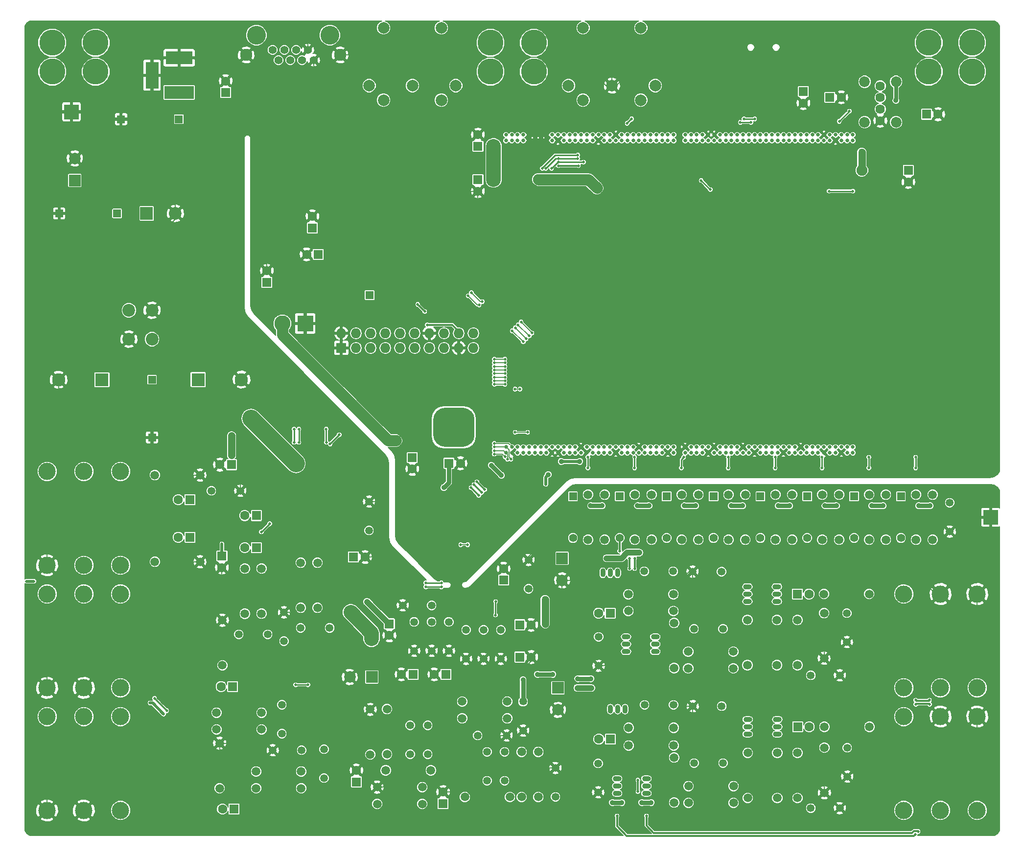
<source format=gbl>
%FSLAX34Y34*%
G04 Gerber Fmt 3.4, Leading zero omitted, Abs format*
G04 (created by PCBNEW (2014-03-19 BZR 4756)-product) date Mon 28 Jul 2014 16:50:15 BRT*
%MOIN*%
G01*
G70*
G90*
G04 APERTURE LIST*
%ADD10C,0.006000*%
%ADD11R,0.055118X0.055118*%
%ADD12C,0.055118*%
%ADD13C,0.059055*%
%ADD14C,0.053150*%
%ADD15R,0.062992X0.062992*%
%ADD16C,0.062992*%
%ADD17O,0.059100X0.035400*%
%ADD18O,0.035400X0.059100*%
%ADD19C,0.026000*%
%ADD20R,0.053150X0.053150*%
%ADD21R,0.078700X0.078700*%
%ADD22C,0.078700*%
%ADD23R,0.086614X0.086614*%
%ADD24C,0.086614*%
%ADD25R,0.090551X0.090551*%
%ADD26C,0.090551*%
%ADD27C,0.118110*%
%ADD28C,0.063780*%
%ADD29C,0.072835*%
%ADD30C,0.082677*%
%ADD31C,0.128000*%
%ADD32C,0.078740*%
%ADD33R,0.181102X0.090551*%
%ADD34R,0.200787X0.090551*%
%ADD35R,0.090551X0.181102*%
%ADD36R,0.068000X0.068000*%
%ADD37O,0.068000X0.068000*%
%ADD38C,0.177165*%
%ADD39R,0.110000X0.110000*%
%ADD40C,0.110000*%
%ADD41R,0.098425X0.098425*%
%ADD42C,0.075000*%
%ADD43C,0.050000*%
%ADD44C,0.100000*%
%ADD45C,0.020000*%
%ADD46C,0.035000*%
%ADD47C,0.040000*%
%ADD48C,0.075000*%
%ADD49C,0.050000*%
%ADD50C,0.100000*%
%ADD51C,0.005000*%
%ADD52C,0.030000*%
%ADD53C,0.020000*%
%ADD54C,0.120000*%
%ADD55C,0.040000*%
%ADD56C,0.010000*%
%ADD57C,0.012000*%
%ADD58C,0.025000*%
%ADD59C,0.008000*%
G04 APERTURE END LIST*
G54D10*
G54D11*
X50212Y-32501D03*
G54D12*
X50212Y-35336D03*
G54D11*
X56590Y-32501D03*
G54D12*
X56590Y-35336D03*
G54D11*
X53401Y-32501D03*
G54D12*
X53401Y-35336D03*
G54D11*
X59779Y-32501D03*
G54D12*
X59779Y-35336D03*
G54D13*
X51236Y-32383D03*
X51236Y-35454D03*
X57614Y-32383D03*
X57614Y-35454D03*
X52377Y-32383D03*
X52377Y-35454D03*
X58755Y-32383D03*
X58755Y-35454D03*
X54425Y-32383D03*
X54425Y-35454D03*
X60803Y-32383D03*
X60803Y-35454D03*
X55566Y-32383D03*
X55566Y-35454D03*
X61944Y-32383D03*
X61944Y-35454D03*
X49179Y-32383D03*
X49179Y-35454D03*
X42801Y-32383D03*
X42801Y-35454D03*
X48037Y-32383D03*
X48037Y-35454D03*
X41659Y-32383D03*
X41659Y-35454D03*
X45990Y-32383D03*
X45990Y-35454D03*
X39612Y-32383D03*
X39612Y-35454D03*
X44848Y-32383D03*
X44848Y-35454D03*
X38470Y-32383D03*
X38470Y-35454D03*
G54D11*
X47013Y-32501D03*
G54D12*
X47013Y-35336D03*
G54D11*
X40635Y-32501D03*
G54D12*
X40635Y-35336D03*
G54D11*
X43824Y-32501D03*
G54D12*
X43824Y-35336D03*
G54D11*
X37446Y-32501D03*
G54D12*
X37446Y-35336D03*
G54D14*
X32541Y-43566D03*
X32541Y-41598D03*
G54D15*
X33818Y-41248D03*
G54D16*
X34606Y-41248D03*
G54D14*
X31358Y-43566D03*
X31358Y-41598D03*
G54D15*
X33818Y-43444D03*
G54D16*
X34606Y-43444D03*
G54D14*
X30177Y-43566D03*
X30177Y-41598D03*
G54D15*
X28799Y-44625D03*
G54D16*
X28011Y-44625D03*
G54D14*
X28998Y-43013D03*
X28998Y-41045D03*
G54D15*
X26555Y-44625D03*
G54D16*
X25767Y-44625D03*
G54D14*
X27816Y-43013D03*
X27816Y-41045D03*
X26635Y-43013D03*
X26635Y-41045D03*
X34417Y-36830D03*
X34417Y-38799D03*
G54D15*
X32728Y-38204D03*
G54D16*
X32728Y-37417D03*
G54D15*
X24944Y-41177D03*
G54D16*
X24944Y-41964D03*
G54D14*
X25848Y-39923D03*
X27816Y-39923D03*
G54D13*
X13578Y-44003D03*
X13578Y-40933D03*
X13385Y-52381D03*
X13385Y-49311D03*
X18907Y-37017D03*
X18907Y-40088D03*
X15098Y-37421D03*
X15098Y-40492D03*
X13173Y-48374D03*
X16244Y-48374D03*
X15866Y-52377D03*
X18937Y-52377D03*
X20049Y-37017D03*
X20049Y-40088D03*
X16236Y-37417D03*
X16236Y-40488D03*
X13173Y-47232D03*
X16244Y-47232D03*
X15866Y-51236D03*
X18937Y-51236D03*
G54D15*
X15885Y-33807D03*
G54D16*
X15098Y-33807D03*
G54D15*
X15885Y-35992D03*
G54D16*
X15098Y-35992D03*
G54D15*
X14271Y-45452D03*
G54D16*
X13484Y-45452D03*
G54D15*
X14370Y-53799D03*
G54D16*
X13582Y-53799D03*
G54D14*
X17775Y-40393D03*
X17775Y-42362D03*
X17007Y-49783D03*
X18976Y-49783D03*
G54D13*
X33946Y-52972D03*
X33946Y-49901D03*
X35088Y-52972D03*
X35088Y-49901D03*
X33159Y-52972D03*
X30088Y-52972D03*
X27185Y-52303D03*
X24114Y-52303D03*
X24114Y-53444D03*
X27185Y-53444D03*
X32972Y-46476D03*
X29901Y-46476D03*
X32972Y-47618D03*
X29901Y-47618D03*
X24694Y-51161D03*
X27765Y-51161D03*
X23641Y-50078D03*
X23641Y-47007D03*
X24783Y-46988D03*
X24783Y-50059D03*
G54D14*
X31604Y-51870D03*
X31604Y-49901D03*
X32785Y-51870D03*
X32785Y-49901D03*
X27549Y-50059D03*
X27549Y-48090D03*
X26368Y-50059D03*
X26368Y-48090D03*
X36250Y-51003D03*
X36250Y-52972D03*
G54D15*
X28602Y-53425D03*
G54D16*
X28602Y-52637D03*
G54D14*
X34047Y-48444D03*
X34047Y-46476D03*
X32923Y-48779D03*
X30954Y-48779D03*
G54D15*
X22696Y-51948D03*
G54D16*
X22696Y-51161D03*
G54D14*
X45590Y-37627D03*
X47559Y-37627D03*
G54D15*
X52736Y-39149D03*
G54D16*
X53523Y-39149D03*
G54D15*
X39980Y-40452D03*
G54D16*
X39192Y-40452D03*
G54D14*
X39196Y-44043D03*
X39196Y-42074D03*
G54D17*
X51338Y-39149D03*
X51338Y-38649D03*
X51338Y-39649D03*
X49330Y-39149D03*
X49330Y-38649D03*
X49330Y-39649D03*
X43051Y-42570D03*
X43051Y-42070D03*
X43051Y-43070D03*
X41062Y-42570D03*
X41062Y-42070D03*
X41062Y-43070D03*
G54D18*
X39980Y-37706D03*
X39480Y-37706D03*
X40480Y-37706D03*
G54D13*
X54543Y-39149D03*
X57614Y-39149D03*
X54547Y-40452D03*
X54547Y-43523D03*
X52732Y-43992D03*
X52732Y-40921D03*
X51338Y-43992D03*
X51338Y-40921D03*
X49330Y-43992D03*
X49330Y-40921D03*
X45295Y-44212D03*
X48366Y-44212D03*
X45295Y-43070D03*
X48366Y-43070D03*
X44291Y-40305D03*
X41220Y-40305D03*
X44334Y-41122D03*
X44334Y-44192D03*
X44291Y-39163D03*
X41220Y-39163D03*
X44311Y-48259D03*
X41240Y-48259D03*
X44334Y-50285D03*
X44334Y-53355D03*
X44311Y-49470D03*
X41240Y-49470D03*
X45314Y-52229D03*
X48385Y-52229D03*
X45314Y-53371D03*
X48385Y-53371D03*
X49350Y-53037D03*
X49350Y-49966D03*
X51362Y-53037D03*
X51362Y-49966D03*
X52732Y-53037D03*
X52732Y-49966D03*
X54566Y-49611D03*
X54566Y-52682D03*
X54566Y-48194D03*
X57637Y-48194D03*
G54D18*
X40496Y-46989D03*
X40996Y-46989D03*
X39996Y-46989D03*
G54D17*
X40452Y-52226D03*
X40452Y-52726D03*
X40452Y-51726D03*
X42448Y-52226D03*
X42448Y-52726D03*
X42448Y-51726D03*
X49346Y-48194D03*
X49346Y-47694D03*
X49346Y-48694D03*
X51362Y-48194D03*
X51362Y-47694D03*
X51362Y-48694D03*
G54D14*
X39161Y-52651D03*
X39161Y-50682D03*
G54D15*
X40000Y-49037D03*
G54D16*
X39212Y-49037D03*
G54D15*
X52751Y-48194D03*
G54D16*
X53539Y-48194D03*
G54D14*
X45610Y-46787D03*
X47578Y-46787D03*
G54D19*
X56507Y-29133D03*
X56507Y-29527D03*
X56114Y-29133D03*
X56114Y-29527D03*
X55720Y-29133D03*
X55720Y-29527D03*
X55326Y-29133D03*
X55326Y-29527D03*
X54933Y-29133D03*
X54933Y-29527D03*
X54539Y-29133D03*
X54539Y-29527D03*
X54145Y-29133D03*
X54145Y-29527D03*
X53751Y-29133D03*
X53751Y-29527D03*
X53358Y-29133D03*
X53358Y-29527D03*
X52964Y-29133D03*
X52964Y-29527D03*
X52570Y-29133D03*
X52570Y-29527D03*
X52177Y-29133D03*
X52177Y-29527D03*
X51783Y-29133D03*
X51783Y-29527D03*
X51389Y-29133D03*
X51389Y-29527D03*
X50996Y-29133D03*
X50996Y-29527D03*
X50602Y-29133D03*
X50602Y-29527D03*
X50208Y-29133D03*
X50208Y-29527D03*
X49814Y-29133D03*
X49814Y-29527D03*
X49421Y-29133D03*
X49421Y-29527D03*
X49027Y-29133D03*
X49027Y-29527D03*
X48633Y-29133D03*
X48633Y-29527D03*
X48240Y-29133D03*
X48240Y-29527D03*
X47846Y-29133D03*
X47846Y-29527D03*
X47452Y-29133D03*
X47452Y-29527D03*
X47059Y-29133D03*
X47059Y-29527D03*
X46665Y-29133D03*
X46665Y-29527D03*
X46271Y-29133D03*
X46271Y-29527D03*
X45877Y-29133D03*
X45877Y-29527D03*
X45484Y-29133D03*
X45484Y-29527D03*
X45090Y-29133D03*
X45090Y-29527D03*
X44303Y-29133D03*
X44303Y-29527D03*
X43909Y-29133D03*
X43909Y-29527D03*
X43515Y-29133D03*
X43515Y-29527D03*
X43122Y-29133D03*
X43122Y-29527D03*
X42728Y-29133D03*
X42728Y-29527D03*
X42334Y-29133D03*
X42334Y-29527D03*
X41940Y-29133D03*
X41940Y-29527D03*
X41547Y-29133D03*
X41547Y-29527D03*
X41153Y-29133D03*
X41153Y-29527D03*
X40759Y-29133D03*
X40759Y-29527D03*
X40366Y-29133D03*
X40366Y-29527D03*
X39972Y-29133D03*
X39972Y-29527D03*
X39578Y-29133D03*
X39578Y-29527D03*
X39185Y-29133D03*
X39185Y-29527D03*
X38791Y-29133D03*
X38791Y-29527D03*
X38397Y-29133D03*
X38397Y-29527D03*
X38003Y-29133D03*
X38003Y-29527D03*
X37610Y-29133D03*
X37610Y-29527D03*
X37216Y-29133D03*
X37216Y-29527D03*
X36822Y-29133D03*
X36822Y-29527D03*
X36429Y-29133D03*
X36429Y-29527D03*
X36035Y-29133D03*
X36035Y-29527D03*
X35641Y-29133D03*
X35641Y-29527D03*
X35248Y-29133D03*
X35248Y-29527D03*
X34854Y-29133D03*
X34854Y-29527D03*
X34460Y-29133D03*
X34460Y-29527D03*
X34066Y-29133D03*
X34066Y-29527D03*
X33673Y-29133D03*
X33673Y-29527D03*
X33279Y-29133D03*
X33279Y-29527D03*
X32885Y-29133D03*
X32885Y-29527D03*
X56507Y-7874D03*
X56507Y-8267D03*
X56114Y-7874D03*
X56114Y-8267D03*
X55720Y-7874D03*
X55720Y-8267D03*
X55326Y-7874D03*
X55326Y-8267D03*
X54933Y-7874D03*
X54933Y-8267D03*
X54539Y-7874D03*
X54539Y-8267D03*
X54145Y-7874D03*
X54145Y-8267D03*
X53751Y-7874D03*
X53751Y-8267D03*
X53358Y-7874D03*
X53358Y-8267D03*
X52964Y-7874D03*
X52964Y-8267D03*
X52570Y-7874D03*
X52570Y-8267D03*
X52177Y-7874D03*
X52177Y-8267D03*
X51783Y-7874D03*
X51783Y-8267D03*
X51389Y-7874D03*
X51389Y-8267D03*
X50996Y-7874D03*
X50996Y-8267D03*
X50602Y-7874D03*
X50602Y-8267D03*
X50208Y-7874D03*
X50208Y-8267D03*
X49814Y-7874D03*
X49814Y-8267D03*
X49421Y-7874D03*
X49421Y-8267D03*
X49027Y-7874D03*
X49027Y-8267D03*
X48633Y-7874D03*
X48633Y-8267D03*
X48240Y-7874D03*
X48240Y-8267D03*
X47846Y-7874D03*
X47846Y-8267D03*
X47452Y-7874D03*
X47452Y-8267D03*
X47059Y-7874D03*
X47059Y-8267D03*
X46665Y-7874D03*
X46665Y-8267D03*
X46271Y-7874D03*
X46271Y-8267D03*
X45877Y-7874D03*
X45877Y-8267D03*
X45484Y-7874D03*
X45484Y-8267D03*
X45090Y-7874D03*
X45090Y-8267D03*
X44303Y-7874D03*
X44303Y-8267D03*
X43909Y-7874D03*
X43909Y-8267D03*
X43515Y-7874D03*
X43515Y-8267D03*
X43122Y-7874D03*
X43122Y-8267D03*
X42728Y-7874D03*
X42728Y-8267D03*
X42334Y-7874D03*
X42334Y-8267D03*
X41940Y-7874D03*
X41940Y-8267D03*
X41547Y-7874D03*
X41547Y-8267D03*
X41153Y-7874D03*
X41153Y-8267D03*
X40759Y-7874D03*
X40759Y-8267D03*
X40366Y-7874D03*
X40366Y-8267D03*
X39972Y-7874D03*
X39972Y-8267D03*
X39578Y-7874D03*
X39578Y-8267D03*
X39185Y-7874D03*
X39185Y-8267D03*
X38791Y-7874D03*
X38791Y-8267D03*
X38397Y-7874D03*
X38397Y-8267D03*
X38003Y-7874D03*
X38003Y-8267D03*
X37610Y-7874D03*
X37610Y-8267D03*
X37216Y-7874D03*
X37216Y-8267D03*
X36822Y-7874D03*
X36822Y-8267D03*
X36429Y-7874D03*
X36429Y-8267D03*
X36035Y-7874D03*
X36035Y-8267D03*
X35641Y-7874D03*
X35641Y-8267D03*
X35248Y-7874D03*
X35248Y-8267D03*
X34854Y-7874D03*
X34854Y-8267D03*
X34460Y-7874D03*
X34460Y-8267D03*
X34066Y-7874D03*
X34066Y-8267D03*
X33673Y-7874D03*
X33673Y-8267D03*
X33279Y-7874D03*
X33279Y-8267D03*
X32885Y-7874D03*
X32885Y-8267D03*
G54D15*
X19704Y-14212D03*
G54D16*
X19704Y-13425D03*
G54D15*
X20102Y-16015D03*
G54D16*
X19314Y-16015D03*
G54D15*
X16602Y-17921D03*
G54D16*
X16602Y-17133D03*
G54D15*
X30976Y-10929D03*
G54D16*
X30976Y-11716D03*
G54D15*
X30976Y-8653D03*
G54D16*
X30976Y-7866D03*
G54D15*
X61525Y-6476D03*
G54D16*
X62312Y-6476D03*
G54D15*
X53137Y-4929D03*
G54D16*
X53137Y-5716D03*
G54D20*
X6673Y-6811D03*
X10610Y-6811D03*
G54D21*
X3523Y-10986D03*
G54D22*
X3523Y-9486D03*
G54D15*
X54940Y-5318D03*
G54D16*
X55728Y-5318D03*
G54D15*
X60285Y-10295D03*
G54D16*
X60285Y-11082D03*
G54D15*
X13799Y-5000D03*
G54D16*
X13799Y-4212D03*
G54D20*
X6397Y-13228D03*
X2460Y-13228D03*
G54D23*
X8405Y-13228D03*
G54D24*
X10374Y-13228D03*
G54D25*
X11921Y-24547D03*
G54D26*
X14874Y-24547D03*
G54D25*
X5374Y-24553D03*
G54D26*
X2421Y-24553D03*
G54D20*
X8779Y-24553D03*
X8779Y-28490D03*
G54D21*
X36708Y-36722D03*
G54D22*
X36708Y-38222D03*
G54D21*
X36422Y-45543D03*
G54D22*
X36422Y-47043D03*
G54D15*
X22503Y-36633D03*
G54D16*
X23291Y-36633D03*
G54D14*
X23555Y-34818D03*
X23555Y-32850D03*
G54D15*
X14192Y-30342D03*
G54D16*
X13405Y-30342D03*
G54D14*
X14783Y-32114D03*
X12814Y-32114D03*
G54D15*
X13543Y-36562D03*
G54D16*
X13543Y-37350D03*
G54D15*
X11358Y-35283D03*
G54D16*
X10570Y-35283D03*
G54D15*
X11358Y-32724D03*
G54D16*
X10570Y-32724D03*
G54D27*
X62476Y-45541D03*
X64976Y-45541D03*
X59976Y-45541D03*
X62476Y-39151D03*
X64976Y-39151D03*
X59976Y-39151D03*
X62476Y-53887D03*
X64976Y-53887D03*
X59976Y-53887D03*
X62476Y-47498D03*
X64976Y-47498D03*
X59976Y-47498D03*
X4137Y-39151D03*
X1637Y-39151D03*
X6637Y-39151D03*
X4137Y-45541D03*
X1637Y-45541D03*
X6637Y-45541D03*
X4137Y-47498D03*
X1637Y-47498D03*
X6637Y-47498D03*
X4137Y-53887D03*
X1637Y-53887D03*
X6637Y-53887D03*
X4137Y-30805D03*
X1637Y-30805D03*
X6637Y-30805D03*
X4137Y-37194D03*
X1637Y-37194D03*
X6637Y-37194D03*
G54D28*
X58375Y-4551D03*
X58375Y-5338D03*
X58375Y-6125D03*
G54D29*
X59446Y-4263D03*
G54D28*
X58375Y-6913D03*
G54D29*
X59446Y-7019D03*
X57305Y-4263D03*
X57305Y-7019D03*
G54D30*
X21594Y-2440D03*
X15192Y-2440D03*
G54D12*
X19799Y-2790D03*
X18996Y-2790D03*
X18192Y-2790D03*
X17389Y-2790D03*
X18594Y-2090D03*
X17791Y-2090D03*
X19397Y-2090D03*
X16988Y-2090D03*
G54D31*
X15893Y-1090D03*
X20893Y-1090D03*
G54D32*
X38129Y-5511D03*
X38129Y-590D03*
X37145Y-4527D03*
X40098Y-4527D03*
X43051Y-4527D03*
X42066Y-5511D03*
X42066Y-590D03*
X24547Y-5511D03*
X24547Y-590D03*
X23562Y-4527D03*
X26515Y-4527D03*
X29468Y-4527D03*
X28484Y-5511D03*
X28484Y-590D03*
G54D33*
X10629Y-2637D03*
G54D34*
X10629Y-5000D03*
G54D35*
X8779Y-3818D03*
G54D24*
X7204Y-21797D03*
X7204Y-19828D03*
X8779Y-19828D03*
X8779Y-21797D03*
G54D36*
X21671Y-22389D03*
G54D37*
X21671Y-21389D03*
X22671Y-22389D03*
X22671Y-21389D03*
X23671Y-22389D03*
X23671Y-21389D03*
X24671Y-22389D03*
X24671Y-21389D03*
X25671Y-22389D03*
X25671Y-21389D03*
X26671Y-22389D03*
X26671Y-21389D03*
X27671Y-22389D03*
X27671Y-21389D03*
X28671Y-22389D03*
X28671Y-21389D03*
X29671Y-22389D03*
X29671Y-21389D03*
X30671Y-22389D03*
X30671Y-21389D03*
G54D11*
X23598Y-18799D03*
G54D13*
X12047Y-36956D03*
X8976Y-36956D03*
X8976Y-31051D03*
X12047Y-31051D03*
G54D21*
X23746Y-44799D03*
G54D22*
X22246Y-44799D03*
G54D14*
X55614Y-53733D03*
X53645Y-53733D03*
X55614Y-44685D03*
X53645Y-44685D03*
X63110Y-34903D03*
X63110Y-32935D03*
G54D38*
X4940Y-3572D03*
X1988Y-3572D03*
X4940Y-1604D03*
X1988Y-1604D03*
X64625Y-3572D03*
X61673Y-3572D03*
X64625Y-1604D03*
X61673Y-1604D03*
X34783Y-3574D03*
X31830Y-3574D03*
X34783Y-1606D03*
X31830Y-1606D03*
G54D39*
X19215Y-20728D03*
G54D40*
X17655Y-20728D03*
G54D14*
X56122Y-49611D03*
X56122Y-51580D03*
X56102Y-40452D03*
X56102Y-42421D03*
X47677Y-50674D03*
X45708Y-50674D03*
X47657Y-41515D03*
X45688Y-41515D03*
X42322Y-46704D03*
X44291Y-46704D03*
X42303Y-37608D03*
X44271Y-37608D03*
X20496Y-51685D03*
X20496Y-49716D03*
X17622Y-48661D03*
X17622Y-46692D03*
X14681Y-41901D03*
X16649Y-41901D03*
X18909Y-41464D03*
X20877Y-41464D03*
G54D41*
X3295Y-6311D03*
X65889Y-33921D03*
G54D15*
X26507Y-29850D03*
G54D16*
X26507Y-30637D03*
G54D15*
X29000Y-30244D03*
G54D16*
X29787Y-30244D03*
G54D42*
X35102Y-10913D03*
X39082Y-11503D03*
G54D43*
X57114Y-9059D03*
G54D42*
X57114Y-10295D03*
G54D44*
X32039Y-8657D03*
X32043Y-10913D03*
G54D42*
X25381Y-28708D03*
G54D45*
X28336Y-28799D03*
X28836Y-28799D03*
X29336Y-28799D03*
X29836Y-28799D03*
X30336Y-28799D03*
X30336Y-28299D03*
X29836Y-28299D03*
X29336Y-28299D03*
X28836Y-28299D03*
X28336Y-28299D03*
X28336Y-26799D03*
X28336Y-27299D03*
X28836Y-26799D03*
X28836Y-27299D03*
X30336Y-26799D03*
X30336Y-27299D03*
X29836Y-26799D03*
X29836Y-27299D03*
X29336Y-26799D03*
X29336Y-27299D03*
X28336Y-27799D03*
X28836Y-27799D03*
X30336Y-27799D03*
X29336Y-27799D03*
X29836Y-27799D03*
G54D46*
X28661Y-31897D03*
X31889Y-30377D03*
X32574Y-31062D03*
X36649Y-30125D03*
X37909Y-30122D03*
X35763Y-31011D03*
G54D45*
X35598Y-31677D03*
G54D44*
X23732Y-42204D03*
X22314Y-40393D03*
X18586Y-30271D03*
X15519Y-27188D03*
G54D43*
X35551Y-39531D03*
X35551Y-41181D03*
G54D46*
X39431Y-33137D03*
X38645Y-33137D03*
G54D47*
X39744Y-36712D03*
X41968Y-36326D03*
X37748Y-45548D03*
X38692Y-45548D03*
G54D46*
X41840Y-33137D03*
X42622Y-33137D03*
X61767Y-33137D03*
X58578Y-33137D03*
X55389Y-33137D03*
X52200Y-33137D03*
X49000Y-33137D03*
X45811Y-33137D03*
X45029Y-33137D03*
X48218Y-33137D03*
X51417Y-33137D03*
X54606Y-33137D03*
X57795Y-33137D03*
X60984Y-33137D03*
X40765Y-53356D03*
X42770Y-53356D03*
X42136Y-53356D03*
X40133Y-53356D03*
X37775Y-44913D03*
X38669Y-44913D03*
X36074Y-44622D03*
X34047Y-44984D03*
X35035Y-44622D03*
G54D47*
X23421Y-39681D03*
X14200Y-28370D03*
G54D43*
X14200Y-29692D03*
G54D45*
X9570Y-47322D03*
X8641Y-46568D03*
X744Y-38279D03*
X236Y-38279D03*
X32169Y-40578D03*
X32181Y-39669D03*
X13543Y-35736D03*
X61724Y-46657D03*
X60787Y-46657D03*
X60755Y-55527D03*
X40449Y-54268D03*
X41305Y-37415D03*
X41305Y-36723D03*
X40635Y-36223D03*
X60787Y-46374D03*
X61720Y-46374D03*
X41870Y-51828D03*
X41874Y-52607D03*
X60952Y-55326D03*
X42453Y-54268D03*
X41647Y-37417D03*
X41647Y-36722D03*
G54D46*
X59438Y-5531D03*
G54D45*
X32814Y-23401D03*
X32090Y-23401D03*
X32814Y-23157D03*
X32090Y-23157D03*
X32090Y-23889D03*
X32814Y-23889D03*
X32090Y-23645D03*
X32814Y-23645D03*
X32814Y-24377D03*
X32090Y-24377D03*
X32814Y-24133D03*
X32090Y-24133D03*
X30531Y-18622D03*
X31275Y-19236D03*
X34653Y-21374D03*
X33913Y-20633D03*
X30311Y-18842D03*
X31055Y-19460D03*
X34456Y-21574D03*
X33712Y-20830D03*
X34062Y-21976D03*
X33307Y-21220D03*
X34255Y-21771D03*
X33515Y-21031D03*
X33839Y-25194D03*
X33507Y-25194D03*
X32090Y-24622D03*
X32814Y-24622D03*
X32814Y-24866D03*
X32090Y-24866D03*
X34354Y-28137D03*
X33507Y-28137D03*
X36459Y-9978D03*
X37817Y-9978D03*
X38159Y-9737D03*
X35986Y-10169D03*
X36460Y-9737D03*
X37776Y-9495D03*
X36460Y-9495D03*
X35603Y-10169D03*
X46177Y-10984D03*
X46795Y-11602D03*
X54885Y-11712D03*
X56511Y-11712D03*
X44988Y-29834D03*
X44826Y-30564D03*
X48015Y-29834D03*
X48015Y-30564D03*
X41645Y-29834D03*
X41645Y-30564D03*
X32086Y-28893D03*
X38456Y-29834D03*
X38456Y-30564D03*
X57590Y-29834D03*
X57590Y-30564D03*
X60783Y-30564D03*
X60783Y-29834D03*
X54409Y-30564D03*
X54409Y-29834D03*
X51216Y-30564D03*
X51216Y-29834D03*
X49822Y-6791D03*
X49090Y-6791D03*
X49574Y-7035D03*
X48842Y-7027D03*
X56271Y-6267D03*
X55582Y-6956D03*
X31236Y-32236D03*
X30704Y-31704D03*
X31035Y-32437D03*
X30503Y-31905D03*
X41444Y-6787D03*
X41137Y-7090D03*
X30275Y-35791D03*
X29803Y-35791D03*
X27417Y-38385D03*
X28480Y-38385D03*
X19401Y-45334D03*
X18566Y-45334D03*
X28480Y-38669D03*
X27417Y-38669D03*
X9783Y-47094D03*
X8952Y-46263D03*
X18452Y-28818D03*
X18452Y-27921D03*
X18783Y-27921D03*
X18783Y-28818D03*
G54D46*
X27948Y-30862D03*
X21712Y-12299D03*
X49047Y-46996D03*
X20866Y-17031D03*
G54D45*
X31208Y-34011D03*
G54D46*
X31200Y-35629D03*
G54D45*
X33181Y-34011D03*
X24750Y-32850D03*
X24000Y-30000D03*
X24900Y-36650D03*
X23900Y-38450D03*
X26300Y-38100D03*
X33050Y-44800D03*
X30300Y-44800D03*
X21000Y-30000D03*
X22750Y-34000D03*
X21200Y-34000D03*
X20016Y-33183D03*
X20000Y-30900D03*
X23200Y-32000D03*
X54794Y-867D03*
X50450Y-1450D03*
X19794Y-4117D03*
X17550Y-4100D03*
X18150Y-11750D03*
X16200Y-8000D03*
X30550Y-13100D03*
X26500Y-19000D03*
X24250Y-20500D03*
X21500Y-20500D03*
X26500Y-20500D03*
X24250Y-19000D03*
X21750Y-18500D03*
X22250Y-24750D03*
X24250Y-26750D03*
X34000Y-23000D03*
X36250Y-26750D03*
X19000Y-18500D03*
X16500Y-14000D03*
X61000Y-38000D03*
X58500Y-38000D03*
X56000Y-38000D03*
X53500Y-38000D03*
X50500Y-38000D03*
X22603Y-32983D03*
X22603Y-32483D03*
X22103Y-32983D03*
X22103Y-32483D03*
X21603Y-32983D03*
X21603Y-32483D03*
X21103Y-32983D03*
X21103Y-32483D03*
X20603Y-32983D03*
X20603Y-32483D03*
X20603Y-30983D03*
X21103Y-30983D03*
X21603Y-30983D03*
X22103Y-30983D03*
X22603Y-30983D03*
X22103Y-31483D03*
X22603Y-31483D03*
X20603Y-31483D03*
X21103Y-31483D03*
X21603Y-31483D03*
X22603Y-31983D03*
X20603Y-31983D03*
X21103Y-31983D03*
X21603Y-31983D03*
X22103Y-31983D03*
X25545Y-16118D03*
X25045Y-16118D03*
X24545Y-16118D03*
X24045Y-16118D03*
X23545Y-16118D03*
X23545Y-15618D03*
X24045Y-15618D03*
X25545Y-15618D03*
X25045Y-15618D03*
X25545Y-14618D03*
X25545Y-14118D03*
X25045Y-14118D03*
X24045Y-14118D03*
X23545Y-14618D03*
X23545Y-14118D03*
X24045Y-14618D03*
X24545Y-14118D03*
X25045Y-14618D03*
X25545Y-15118D03*
X23545Y-15118D03*
X24545Y-15618D03*
X24545Y-14618D03*
X24045Y-15118D03*
X25045Y-15118D03*
G54D46*
X25775Y-35299D03*
X26775Y-36669D03*
X30173Y-32039D03*
G54D45*
X32799Y-39661D03*
X31661Y-39653D03*
G54D46*
X42925Y-30562D03*
X62062Y-30562D03*
X55523Y-31086D03*
X42755Y-31086D03*
X55464Y-31834D03*
X42673Y-31834D03*
X17665Y-23425D03*
X19027Y-24767D03*
X20370Y-26110D03*
X21755Y-27452D03*
X14763Y-6141D03*
X37992Y-31909D03*
X41181Y-31909D03*
X44370Y-31909D03*
X47559Y-31909D03*
X50748Y-31909D03*
X53937Y-31909D03*
X57125Y-31909D03*
X60314Y-31909D03*
X29192Y-37007D03*
X16362Y-32035D03*
X60124Y-2200D03*
X49862Y-4704D03*
X57667Y-8704D03*
X62805Y-7933D03*
X60659Y-8759D03*
X62805Y-9232D03*
X33287Y-6334D03*
X44330Y-2086D03*
X16279Y-9488D03*
X17539Y-8129D03*
X20925Y-6909D03*
X21279Y-5944D03*
X15905Y-5944D03*
X13877Y-34909D03*
X45531Y-40521D03*
X31753Y-37797D03*
X28224Y-39519D03*
X30842Y-30893D03*
X32031Y-6031D03*
X45468Y-1838D03*
X54181Y-3496D03*
X55240Y-3960D03*
X52519Y-6393D03*
X46944Y-5767D03*
X21535Y-10881D03*
X23177Y-10830D03*
X27811Y-11318D03*
X49578Y-3665D03*
X45503Y-10732D03*
X47212Y-10177D03*
X49010Y-37966D03*
G54D43*
X25580Y-26900D03*
X26510Y-26240D03*
X26510Y-27550D03*
G54D45*
X2000Y-16000D03*
X5000Y-19000D03*
X5000Y-16000D03*
X5000Y-22000D03*
X2000Y-19000D03*
X2000Y-22000D03*
X5000Y-28000D03*
X2000Y-28000D03*
X8000Y-16000D03*
X11000Y-19000D03*
X11000Y-16000D03*
X14000Y-13000D03*
X9000Y-10000D03*
X13000Y-10000D03*
X11000Y-22000D03*
X14000Y-16000D03*
X14000Y-19000D03*
X14000Y-22000D03*
X2000Y-34000D03*
X8000Y-42000D03*
X2000Y-42000D03*
X5000Y-31000D03*
X5000Y-39000D03*
X5000Y-42000D03*
X8000Y-51000D03*
X2000Y-51000D03*
X5000Y-48000D03*
X5000Y-51000D03*
X15000Y-47000D03*
X44000Y-54000D03*
X39000Y-54000D03*
X33000Y-54000D03*
X27000Y-54000D03*
X21000Y-54000D03*
X15000Y-52000D03*
X24000Y-54000D03*
X30000Y-54000D03*
X36000Y-54000D03*
X42000Y-54000D03*
X38000Y-48000D03*
X38000Y-51000D03*
X36000Y-49000D03*
X18000Y-35000D03*
X15000Y-39000D03*
X12000Y-40000D03*
X18000Y-38000D03*
X13000Y-34000D03*
X8000Y-34000D03*
X5000Y-34000D03*
X11000Y-34000D03*
X20016Y-31984D03*
X20000Y-30000D03*
X22000Y-34000D03*
X20000Y-34000D03*
X22000Y-30000D03*
X16000Y-30000D03*
X59000Y-51000D03*
X65000Y-51000D03*
X63000Y-51000D03*
X59000Y-43000D03*
X63000Y-43000D03*
X65000Y-43000D03*
X52000Y-36000D03*
X56000Y-36000D03*
X65000Y-36000D03*
X59000Y-36000D03*
X62000Y-36000D03*
X50000Y-42000D03*
X54000Y-42000D03*
X52000Y-42000D03*
X50000Y-51000D03*
X54000Y-51000D03*
X52000Y-51000D03*
X48000Y-46000D03*
X54000Y-46000D03*
X57000Y-46000D03*
X51000Y-46000D03*
X39000Y-39000D03*
X37000Y-43000D03*
X37000Y-41000D03*
X66000Y-32000D03*
X60000Y-34000D03*
X54000Y-34000D03*
X47000Y-34000D03*
X41000Y-34000D03*
X37000Y-33000D03*
X36000Y-35000D03*
X38000Y-34000D03*
X44000Y-34000D03*
X51000Y-34000D03*
X57000Y-34000D03*
X63000Y-34000D03*
X42000Y-44000D03*
X47000Y-51000D03*
X45000Y-51000D03*
X43000Y-47000D03*
X43000Y-50000D03*
X47000Y-53000D03*
X47000Y-42000D03*
X45000Y-42000D03*
X43000Y-38000D03*
X43000Y-41000D03*
X47000Y-44000D03*
X46750Y-49000D03*
X46000Y-48000D03*
X46750Y-40000D03*
X46000Y-39000D03*
X32000Y-46500D03*
X34000Y-52000D03*
G54D46*
X29019Y-51062D03*
G54D45*
X23000Y-48750D03*
X25500Y-46500D03*
X29000Y-48500D03*
X29750Y-50250D03*
X28500Y-46500D03*
X25500Y-48750D03*
X26500Y-51250D03*
X15750Y-42000D03*
G54D46*
X16151Y-44783D03*
G54D45*
X17000Y-43750D03*
X20000Y-41500D03*
X17750Y-47750D03*
G54D46*
X21086Y-46889D03*
G54D45*
X20500Y-50750D03*
X20000Y-48000D03*
X17250Y-51250D03*
X18000Y-54000D03*
X11000Y-43000D03*
X12000Y-47000D03*
X11500Y-45250D03*
X11000Y-51750D03*
X10500Y-31000D03*
X10500Y-38000D03*
X24547Y-13118D03*
X24545Y-15118D03*
X24544Y-16867D03*
X26294Y-15117D03*
X22544Y-14117D03*
X23544Y-13117D03*
X26294Y-13117D03*
X26294Y-14117D03*
X25544Y-13117D03*
X23544Y-16867D03*
X22544Y-16867D03*
X22547Y-15118D03*
X22544Y-16117D03*
X26294Y-16117D03*
X25544Y-16867D03*
X26294Y-16867D03*
X28544Y-17117D03*
X28544Y-15117D03*
X30544Y-15117D03*
X28544Y-13117D03*
X17544Y-1117D03*
X19044Y-1117D03*
X21544Y-4117D03*
X28544Y-2367D03*
X24544Y-2367D03*
X21044Y-7617D03*
X22544Y-13117D03*
X18794Y-9367D03*
X28544Y-10617D03*
X26794Y-8867D03*
G54D46*
X29531Y-7594D03*
G54D45*
X25044Y-10617D03*
X40044Y-617D03*
X37794Y-2617D03*
X42294Y-2617D03*
X48544Y-5367D03*
X46794Y-2867D03*
G54D46*
X46645Y-767D03*
G54D45*
X46794Y-4617D03*
X58294Y-3617D03*
G54D46*
X54779Y-2440D03*
G54D45*
X58294Y-867D03*
X65294Y-30117D03*
X65294Y-10117D03*
G54D46*
X62011Y-5059D03*
G54D45*
X65294Y-5117D03*
X40294Y-15117D03*
X60294Y-15117D03*
X65294Y-15117D03*
X55294Y-15117D03*
X45294Y-15117D03*
X45294Y-25117D03*
X55294Y-25117D03*
X65294Y-25117D03*
X60294Y-25117D03*
X50294Y-25117D03*
X55294Y-10117D03*
X50294Y-15117D03*
X50294Y-10117D03*
X33294Y-19117D03*
X36544Y-21117D03*
X45294Y-20117D03*
X55294Y-20117D03*
X65294Y-20117D03*
X60294Y-20117D03*
X50294Y-20117D03*
X40294Y-20117D03*
X33044Y-15617D03*
X35544Y-16617D03*
X34044Y-11617D03*
X35358Y-10169D03*
X37775Y-9251D03*
X27535Y-20814D03*
X27354Y-19909D03*
X26877Y-19433D03*
X20909Y-28925D03*
X21531Y-28303D03*
X16228Y-34917D03*
X16791Y-34354D03*
X20645Y-27917D03*
X20649Y-28814D03*
X32980Y-29968D03*
X32086Y-29377D03*
X32086Y-29618D03*
X32814Y-29791D03*
X33220Y-29968D03*
X32086Y-29133D03*
X30905Y-31507D03*
X31437Y-32039D03*
G54D48*
X38492Y-10913D02*
X35102Y-10913D01*
X39082Y-11503D02*
X38492Y-10913D01*
G54D49*
X57114Y-10295D02*
X57114Y-9059D01*
G54D50*
X32043Y-8661D02*
X32043Y-10913D01*
X32039Y-8657D02*
X32043Y-8661D01*
G54D48*
X17655Y-20728D02*
X17655Y-21489D01*
X17655Y-21489D02*
X24874Y-28708D01*
X24874Y-28708D02*
X25381Y-28708D01*
G54D51*
X28336Y-28299D02*
X28336Y-28799D01*
X28836Y-28299D02*
X28836Y-28799D01*
X29336Y-28299D02*
X29336Y-28799D01*
X29836Y-28299D02*
X29836Y-28799D01*
X30336Y-28299D02*
X30336Y-28799D01*
X30336Y-27799D02*
X30336Y-28299D01*
X29836Y-27799D02*
X29836Y-28299D01*
X29336Y-27799D02*
X29336Y-28298D01*
X29336Y-28298D02*
X29336Y-28299D01*
X28836Y-27799D02*
X28836Y-28299D01*
X28336Y-27799D02*
X28336Y-28299D01*
X28336Y-27299D02*
X28336Y-26799D01*
X28336Y-27799D02*
X28336Y-27299D01*
X28836Y-27299D02*
X28836Y-26799D01*
X28836Y-27799D02*
X28836Y-27299D01*
X30336Y-27299D02*
X30336Y-26799D01*
X30336Y-27799D02*
X30336Y-27299D01*
X29836Y-27299D02*
X29836Y-26799D01*
X29836Y-27799D02*
X29836Y-27299D01*
X29336Y-27299D02*
X29336Y-26799D01*
X29336Y-27799D02*
X29336Y-27299D01*
X29336Y-27299D02*
X29336Y-27299D01*
X28836Y-27799D02*
X28336Y-27799D01*
X29336Y-27799D02*
X28836Y-27799D01*
X28836Y-27799D02*
X28836Y-27799D01*
X29836Y-27799D02*
X30336Y-27799D01*
X29336Y-27799D02*
X29835Y-27799D01*
X29835Y-27799D02*
X29836Y-27799D01*
G54D52*
X29000Y-30244D02*
X29000Y-31559D01*
X29000Y-31559D02*
X28661Y-31897D01*
X31889Y-30377D02*
X32574Y-31062D01*
G54D53*
X36649Y-30125D02*
X36653Y-30122D01*
X36653Y-30122D02*
X37909Y-30122D01*
X35598Y-31677D02*
X35598Y-31177D01*
X35598Y-31177D02*
X35763Y-31011D01*
G54D50*
X23732Y-41811D02*
X23732Y-42204D01*
X22314Y-40393D02*
X23732Y-41811D01*
G54D54*
X15519Y-27192D02*
X18586Y-30259D01*
X18586Y-30259D02*
X18586Y-30271D01*
X15519Y-27188D02*
X15519Y-27192D01*
G54D49*
X35551Y-39531D02*
X35551Y-41181D01*
G54D52*
X39431Y-33137D02*
X38645Y-33137D01*
G54D55*
X40751Y-36712D02*
X41137Y-36326D01*
X41968Y-36326D02*
X41137Y-36326D01*
X39744Y-36712D02*
X40751Y-36712D01*
X37748Y-45548D02*
X38692Y-45548D01*
G54D52*
X42622Y-33137D02*
X41840Y-33137D01*
X45811Y-33137D02*
X45029Y-33137D01*
X49000Y-33137D02*
X48218Y-33137D01*
X52200Y-33137D02*
X51417Y-33137D01*
X54606Y-33137D02*
X55389Y-33137D01*
X58578Y-33137D02*
X57795Y-33137D01*
X61767Y-33137D02*
X60984Y-33137D01*
X40133Y-53356D02*
X40765Y-53356D01*
X42770Y-53356D02*
X42136Y-53356D01*
X38669Y-44913D02*
X37775Y-44913D01*
X34047Y-44984D02*
X34047Y-46476D01*
X35035Y-44622D02*
X36074Y-44622D01*
G54D55*
X23421Y-39681D02*
X24917Y-41177D01*
G54D49*
X14200Y-28370D02*
X14200Y-29692D01*
G54D55*
X14200Y-30334D02*
X14192Y-30342D01*
G54D53*
X8816Y-46568D02*
X9570Y-47322D01*
X8641Y-46568D02*
X8816Y-46568D01*
X744Y-38279D02*
X236Y-38279D01*
G54D55*
X24944Y-41177D02*
X24917Y-41177D01*
G54D56*
X32169Y-40578D02*
X32169Y-39681D01*
X32169Y-39681D02*
X32181Y-39669D01*
G54D53*
X13543Y-35736D02*
X13543Y-36562D01*
G54D57*
X61724Y-46657D02*
X61713Y-46657D01*
X60831Y-46613D02*
X60787Y-46657D01*
X61669Y-46613D02*
X60831Y-46613D01*
X61713Y-46657D02*
X61669Y-46613D01*
X40448Y-54948D02*
X40448Y-54268D01*
X41110Y-55610D02*
X40448Y-54948D01*
X60751Y-55527D02*
X60669Y-55610D01*
X60755Y-55527D02*
X60751Y-55527D01*
X60669Y-55610D02*
X41110Y-55610D01*
X40448Y-54268D02*
X40449Y-54268D01*
X40635Y-36222D02*
X40635Y-35336D01*
X40635Y-36222D02*
X40635Y-36223D01*
X41305Y-36723D02*
X41305Y-37415D01*
X61681Y-46413D02*
X60826Y-46413D01*
X61681Y-46413D02*
X61720Y-46374D01*
X60826Y-46413D02*
X60787Y-46374D01*
X41870Y-51828D02*
X41870Y-52604D01*
X41870Y-52604D02*
X41874Y-52607D01*
X42453Y-54921D02*
X42452Y-54921D01*
X60952Y-55326D02*
X60948Y-55326D01*
X60657Y-55283D02*
X60530Y-55410D01*
X60905Y-55283D02*
X60657Y-55283D01*
X60948Y-55326D02*
X60905Y-55283D01*
X60530Y-55410D02*
X42941Y-55410D01*
X42941Y-55410D02*
X42452Y-54921D01*
X42452Y-54268D02*
X42452Y-54921D01*
X42452Y-54268D02*
X42453Y-54268D01*
X41647Y-37417D02*
X41647Y-36722D01*
G54D58*
X59446Y-4263D02*
X59446Y-5523D01*
X59446Y-5523D02*
X59438Y-5531D01*
G54D59*
X32814Y-23401D02*
X32090Y-23401D01*
X32814Y-23157D02*
X32090Y-23157D01*
X32090Y-23889D02*
X32814Y-23889D01*
X32814Y-23645D02*
X32090Y-23645D01*
X32814Y-24377D02*
X32090Y-24377D01*
X32814Y-24133D02*
X32090Y-24133D01*
X31145Y-19236D02*
X31275Y-19236D01*
X30531Y-18622D02*
X31145Y-19236D01*
X34653Y-21374D02*
X33913Y-20633D01*
X30311Y-18842D02*
X30929Y-19460D01*
X30929Y-19460D02*
X31055Y-19460D01*
X34456Y-21574D02*
X33712Y-20830D01*
X34062Y-21976D02*
X33307Y-21220D01*
X34255Y-21771D02*
X33515Y-21031D01*
G54D51*
X33507Y-25194D02*
X33839Y-25194D01*
G54D59*
X32814Y-24622D02*
X32090Y-24622D01*
X32814Y-24866D02*
X32090Y-24866D01*
G54D51*
X34354Y-28137D02*
X33507Y-28137D01*
G54D57*
X36459Y-9978D02*
X37817Y-9978D01*
G54D56*
X36460Y-9737D02*
X38159Y-9737D01*
X35986Y-10169D02*
X36418Y-9737D01*
X36460Y-9737D02*
X36418Y-9737D01*
X36460Y-9495D02*
X37776Y-9495D01*
X35603Y-10169D02*
X36277Y-9495D01*
X36460Y-9495D02*
X36277Y-9495D01*
X46177Y-10984D02*
X46795Y-11602D01*
X56511Y-11712D02*
X54885Y-11712D01*
X44826Y-29996D02*
X44988Y-29834D01*
X44826Y-29996D02*
X44826Y-30564D01*
X48015Y-29834D02*
X48015Y-30564D01*
X41645Y-29834D02*
X41645Y-30564D01*
G54D51*
X33279Y-29094D02*
X33078Y-28893D01*
X33078Y-28893D02*
X32086Y-28893D01*
X33279Y-29133D02*
X33279Y-29094D01*
G54D56*
X38456Y-30564D02*
X38456Y-29834D01*
X57590Y-29834D02*
X57590Y-30564D01*
X60783Y-30564D02*
X60783Y-29834D01*
X54409Y-30564D02*
X54409Y-29834D01*
X51216Y-30564D02*
X51216Y-29834D01*
X49090Y-6791D02*
X49822Y-6791D01*
X49566Y-7027D02*
X49574Y-7035D01*
X48842Y-7027D02*
X49566Y-7027D01*
X55582Y-6956D02*
X56271Y-6267D01*
X30704Y-31704D02*
X31236Y-32236D01*
X31035Y-32437D02*
X30503Y-31905D01*
G54D57*
X41444Y-6787D02*
X41141Y-7090D01*
X41141Y-7090D02*
X41137Y-7090D01*
G54D51*
X29803Y-35791D02*
X30275Y-35791D01*
G54D56*
X27417Y-38385D02*
X28480Y-38385D01*
X18566Y-45334D02*
X19401Y-45334D01*
X27417Y-38669D02*
X28480Y-38669D01*
X9783Y-47094D02*
X8952Y-46263D01*
X18452Y-27921D02*
X18452Y-28818D01*
X18783Y-27921D02*
X18783Y-28818D01*
G54D51*
X33181Y-34011D02*
X31208Y-34011D01*
X31200Y-34019D02*
X31208Y-34011D01*
X31200Y-35629D02*
X31200Y-34019D01*
X24750Y-32850D02*
X24750Y-30750D01*
X24749Y-32850D02*
X24750Y-32850D01*
X23555Y-32850D02*
X24749Y-32850D01*
X24750Y-30750D02*
X24000Y-30000D01*
X24900Y-36650D02*
X24900Y-37450D01*
X24900Y-37450D02*
X23900Y-38450D01*
X24900Y-36650D02*
X24900Y-36700D01*
X24883Y-36633D02*
X24900Y-36650D01*
X23291Y-36633D02*
X24883Y-36633D01*
X24900Y-36700D02*
X26300Y-38100D01*
X30300Y-44800D02*
X33050Y-44800D01*
X33550Y-44800D02*
X33050Y-44800D01*
X33550Y-44800D02*
X34606Y-43743D01*
X34606Y-43444D02*
X34606Y-43743D01*
X21603Y-31983D02*
X21603Y-30603D01*
X21603Y-30603D02*
X21000Y-30000D01*
X21603Y-31983D02*
X21603Y-32853D01*
X21603Y-32853D02*
X22750Y-34000D01*
X21603Y-31983D02*
X21603Y-33597D01*
X21603Y-33597D02*
X21200Y-34000D01*
X21603Y-31983D02*
X21217Y-31983D01*
X21217Y-31983D02*
X20016Y-33183D01*
X20603Y-31483D02*
X20583Y-31483D01*
X20583Y-31483D02*
X20000Y-30900D01*
X21603Y-31983D02*
X23183Y-31983D01*
X23183Y-31983D02*
X23200Y-32000D01*
X54794Y-867D02*
X51032Y-867D01*
X51032Y-867D02*
X50450Y-1450D01*
X19794Y-4117D02*
X17567Y-4117D01*
X17567Y-4117D02*
X17550Y-4100D01*
X18150Y-11750D02*
X18150Y-9950D01*
X19704Y-13304D02*
X18150Y-11750D01*
X18150Y-9950D02*
X16200Y-8000D01*
X19704Y-13425D02*
X19704Y-13304D01*
X30976Y-11716D02*
X30976Y-12673D01*
X30976Y-12673D02*
X30550Y-13100D01*
X24250Y-19000D02*
X26500Y-19000D01*
X26500Y-20500D02*
X24250Y-20500D01*
X24250Y-20500D02*
X21500Y-20500D01*
X26500Y-19000D02*
X26500Y-20500D01*
X21500Y-20500D02*
X21500Y-18750D01*
X21671Y-20671D02*
X21500Y-20500D01*
X21671Y-21389D02*
X21671Y-20671D01*
X21500Y-18750D02*
X21750Y-18500D01*
X24250Y-26750D02*
X22250Y-24750D01*
X19215Y-21715D02*
X22250Y-24750D01*
X19215Y-21715D02*
X19215Y-20728D01*
X34000Y-23000D02*
X36250Y-25250D01*
X33250Y-22250D02*
X34000Y-23000D01*
X32250Y-22250D02*
X33250Y-22250D01*
X31500Y-23000D02*
X32250Y-22250D01*
X30000Y-23000D02*
X31500Y-23000D01*
X29671Y-22671D02*
X30000Y-23000D01*
X36250Y-25250D02*
X36250Y-26750D01*
X29671Y-22389D02*
X29671Y-22671D01*
X19215Y-20728D02*
X19215Y-18715D01*
X19215Y-18715D02*
X19000Y-18500D01*
X16602Y-17133D02*
X16602Y-14102D01*
X16602Y-14102D02*
X16500Y-14000D01*
X50500Y-38000D02*
X53500Y-38000D01*
X56000Y-38000D02*
X53500Y-38000D01*
X58500Y-38000D02*
X56000Y-38000D01*
X61000Y-38000D02*
X62151Y-39151D01*
X61000Y-38000D02*
X58500Y-38000D01*
X62476Y-39151D02*
X62151Y-39151D01*
X22603Y-32483D02*
X22603Y-32983D01*
X22603Y-31983D02*
X22603Y-32483D01*
X22103Y-32483D02*
X22103Y-32983D01*
X22103Y-31983D02*
X22103Y-32483D01*
X21603Y-32483D02*
X21603Y-32983D01*
X21603Y-31983D02*
X21603Y-32483D01*
X21103Y-32483D02*
X21103Y-32983D01*
X21103Y-31983D02*
X21103Y-32483D01*
X20603Y-32483D02*
X20603Y-32983D01*
X20603Y-31983D02*
X20603Y-32483D01*
X20603Y-31483D02*
X20603Y-30983D01*
X21103Y-31483D02*
X21103Y-30983D01*
X21603Y-31483D02*
X21603Y-30983D01*
X22103Y-31483D02*
X22103Y-30983D01*
X22603Y-31483D02*
X22603Y-30983D01*
X22103Y-31983D02*
X22103Y-31483D01*
X22603Y-31983D02*
X22603Y-31483D01*
X20603Y-31983D02*
X20603Y-31483D01*
X21103Y-31983D02*
X21103Y-31483D01*
X21603Y-31983D02*
X21603Y-31483D01*
X22103Y-31983D02*
X22603Y-31983D01*
X21103Y-31983D02*
X20603Y-31983D01*
X21603Y-31983D02*
X21103Y-31983D01*
X21603Y-31983D02*
X22103Y-31983D01*
X25545Y-15618D02*
X25545Y-16118D01*
X25045Y-15618D02*
X25045Y-16118D01*
X24545Y-15618D02*
X24545Y-16118D01*
X24045Y-15618D02*
X24045Y-16118D01*
X23545Y-15618D02*
X23545Y-16118D01*
X23545Y-15118D02*
X23545Y-15618D01*
X24045Y-15118D02*
X24045Y-15618D01*
X25545Y-15118D02*
X25545Y-15618D01*
X25045Y-15118D02*
X25045Y-15618D01*
X25045Y-14618D02*
X25545Y-14618D01*
X25045Y-14118D02*
X25545Y-14118D01*
X24545Y-14118D02*
X25045Y-14118D01*
X24545Y-14118D02*
X24045Y-14118D01*
X23545Y-15118D02*
X23545Y-14618D01*
X24545Y-15118D02*
X24045Y-15118D01*
X24045Y-14618D02*
X23545Y-14118D01*
X24545Y-15118D02*
X24045Y-14618D01*
X24545Y-15118D02*
X24545Y-14118D01*
X24545Y-15118D02*
X25045Y-14618D01*
X25045Y-15118D02*
X25545Y-15118D01*
X24045Y-15118D02*
X23545Y-15118D01*
X24545Y-15118D02*
X24545Y-15618D01*
X24545Y-15118D02*
X24545Y-14618D01*
X24545Y-15118D02*
X25045Y-15118D01*
G54D52*
X34460Y-7874D02*
X34460Y-8267D01*
X34854Y-7874D02*
X34854Y-8267D01*
X35248Y-7874D02*
X35248Y-8267D01*
X35641Y-7874D02*
X35641Y-8267D01*
X35641Y-7874D02*
X35248Y-7874D01*
X35248Y-7874D02*
X34854Y-7874D01*
X34854Y-7874D02*
X34460Y-7874D01*
X34460Y-8267D02*
X34854Y-8267D01*
X34854Y-8267D02*
X35248Y-8267D01*
X35248Y-8267D02*
X35641Y-8267D01*
X34460Y-7874D02*
X34460Y-7433D01*
X34854Y-7874D02*
X34854Y-7433D01*
X35248Y-7874D02*
X35248Y-7433D01*
X35641Y-7874D02*
X35641Y-7433D01*
X34460Y-8267D02*
X34460Y-8665D01*
X34854Y-8267D02*
X34854Y-8665D01*
X35248Y-8267D02*
X35248Y-8665D01*
X35641Y-8267D02*
X35641Y-8665D01*
G54D51*
X2000Y-19000D02*
X2000Y-16000D01*
X2460Y-15539D02*
X2000Y-16000D01*
X2000Y-19000D02*
X5000Y-19000D01*
X2460Y-15539D02*
X2460Y-13228D01*
X5000Y-16000D02*
X5000Y-19000D01*
X2000Y-22000D02*
X2000Y-19000D01*
X5000Y-22000D02*
X2000Y-22000D01*
X2421Y-27578D02*
X2421Y-24553D01*
X2421Y-27578D02*
X2000Y-28000D01*
X5000Y-28000D02*
X2000Y-28000D01*
X10374Y-13228D02*
X10374Y-13625D01*
X11000Y-16000D02*
X8000Y-16000D01*
X8000Y-16000D02*
X10374Y-13625D01*
X11000Y-16000D02*
X11000Y-19000D01*
X14000Y-16000D02*
X11000Y-16000D01*
X14000Y-16000D02*
X14000Y-13000D01*
X10374Y-11374D02*
X9000Y-10000D01*
X10374Y-13228D02*
X10374Y-11374D01*
X10374Y-12625D02*
X13000Y-10000D01*
X10374Y-13228D02*
X10374Y-12625D01*
X14000Y-22000D02*
X14000Y-19000D01*
X14000Y-19000D02*
X14000Y-16000D01*
X11000Y-22000D02*
X14000Y-22000D01*
X5000Y-34000D02*
X2000Y-34000D01*
X1637Y-34362D02*
X2000Y-34000D01*
X1637Y-34362D02*
X1637Y-37194D01*
X5000Y-42000D02*
X2000Y-42000D01*
X1637Y-42362D02*
X2000Y-42000D01*
X1637Y-42362D02*
X1637Y-45541D01*
X8000Y-42000D02*
X5000Y-42000D01*
X5000Y-34000D02*
X5000Y-31000D01*
X5000Y-42000D02*
X5000Y-39000D01*
X5000Y-51000D02*
X2000Y-51000D01*
X1637Y-51362D02*
X2000Y-51000D01*
X1637Y-51362D02*
X1637Y-53887D01*
X8000Y-51000D02*
X5000Y-51000D01*
X5000Y-51000D02*
X5000Y-48000D01*
X13385Y-49311D02*
X13311Y-49311D01*
X14688Y-49311D02*
X15000Y-49000D01*
X15000Y-49000D02*
X15000Y-47000D01*
X13385Y-49311D02*
X14688Y-49311D01*
X42000Y-54000D02*
X39000Y-54000D01*
X36000Y-54000D02*
X33000Y-54000D01*
X30000Y-54000D02*
X27000Y-54000D01*
X24000Y-54000D02*
X21000Y-54000D01*
X15000Y-52000D02*
X15000Y-54000D01*
X13385Y-50385D02*
X15000Y-52000D01*
X13385Y-50385D02*
X13385Y-49311D01*
X15000Y-54000D02*
X18000Y-54000D01*
X21000Y-54000D02*
X18000Y-54000D01*
X27000Y-54000D02*
X24000Y-54000D01*
X33000Y-54000D02*
X30000Y-54000D01*
X38000Y-54000D02*
X36000Y-54000D01*
X39000Y-54000D02*
X38000Y-54000D01*
X44000Y-54000D02*
X42000Y-54000D01*
X38000Y-51000D02*
X38000Y-54000D01*
X38000Y-49000D02*
X38000Y-51000D01*
X38000Y-48000D02*
X38000Y-49000D01*
X38000Y-49000D02*
X36000Y-49000D01*
X15000Y-39000D02*
X17000Y-39000D01*
X14000Y-40000D02*
X15000Y-39000D01*
X13543Y-38456D02*
X13543Y-37350D01*
X13543Y-38456D02*
X12000Y-40000D01*
X12000Y-40000D02*
X14000Y-40000D01*
X17000Y-39000D02*
X18000Y-38000D01*
X18000Y-35000D02*
X18000Y-38000D01*
X11000Y-34000D02*
X8000Y-34000D01*
X8000Y-34000D02*
X5000Y-34000D01*
X13000Y-34000D02*
X11000Y-34000D01*
X20000Y-32000D02*
X20000Y-32000D01*
X20016Y-31984D02*
X20000Y-32000D01*
X21000Y-31000D02*
X20000Y-30000D01*
X20016Y-33983D02*
X20016Y-31984D01*
X20016Y-33983D02*
X20000Y-34000D01*
X22000Y-34000D02*
X20000Y-34000D01*
X20000Y-30000D02*
X22000Y-30000D01*
X14783Y-31216D02*
X16000Y-30000D01*
X14783Y-32114D02*
X14783Y-31216D01*
X63000Y-51000D02*
X65000Y-51000D01*
X64976Y-50976D02*
X65000Y-51000D01*
X64976Y-50976D02*
X64976Y-47498D01*
X59000Y-51000D02*
X63000Y-51000D01*
X60000Y-43000D02*
X63000Y-43000D01*
X64976Y-42976D02*
X64976Y-39151D01*
X64976Y-42976D02*
X65000Y-43000D01*
X63000Y-43000D02*
X65000Y-43000D01*
X59000Y-43000D02*
X60000Y-43000D01*
X56000Y-36000D02*
X59000Y-36000D01*
X59000Y-36000D02*
X62151Y-39151D01*
X52000Y-36000D02*
X56000Y-36000D01*
X62000Y-36000D02*
X59000Y-36000D01*
X65000Y-36000D02*
X62000Y-36000D01*
X52000Y-42000D02*
X54000Y-42000D01*
X54547Y-42547D02*
X54000Y-42000D01*
X54547Y-42547D02*
X54547Y-43523D01*
X50000Y-42000D02*
X52000Y-42000D01*
X52000Y-51000D02*
X54000Y-51000D01*
X54566Y-51566D02*
X54000Y-51000D01*
X54566Y-51566D02*
X54566Y-52682D01*
X50000Y-51000D02*
X52000Y-51000D01*
X55614Y-44685D02*
X55685Y-44685D01*
X51000Y-46000D02*
X54000Y-46000D01*
X57000Y-46000D02*
X55685Y-44685D01*
X54000Y-46000D02*
X57000Y-46000D01*
X48000Y-46000D02*
X51000Y-46000D01*
X38222Y-38222D02*
X39000Y-39000D01*
X36708Y-38222D02*
X38222Y-38222D01*
X36708Y-40708D02*
X36708Y-38222D01*
X36708Y-40708D02*
X37000Y-41000D01*
X37000Y-43000D02*
X37000Y-41000D01*
X34417Y-36830D02*
X34417Y-36582D01*
X64000Y-34000D02*
X66000Y-32000D01*
X63000Y-34000D02*
X60000Y-34000D01*
X57000Y-34000D02*
X54000Y-34000D01*
X51000Y-34000D02*
X47000Y-34000D01*
X44000Y-34000D02*
X41000Y-34000D01*
X38000Y-34000D02*
X37000Y-33000D01*
X36000Y-34000D02*
X37000Y-33000D01*
X34417Y-36582D02*
X36000Y-35000D01*
X36000Y-35000D02*
X36000Y-34000D01*
X41000Y-34000D02*
X38000Y-34000D01*
X47000Y-34000D02*
X44000Y-34000D01*
X54000Y-34000D02*
X51000Y-34000D01*
X60000Y-34000D02*
X57000Y-34000D01*
X63000Y-34000D02*
X64000Y-34000D01*
X41956Y-44043D02*
X42000Y-44000D01*
X39196Y-44043D02*
X41956Y-44043D01*
X45590Y-37627D02*
X45372Y-37627D01*
X47000Y-53000D02*
X45000Y-51000D01*
X44000Y-51000D02*
X45000Y-51000D01*
X43000Y-50000D02*
X43000Y-47000D01*
X45212Y-46787D02*
X45000Y-47000D01*
X45000Y-47000D02*
X44000Y-48000D01*
X44000Y-48000D02*
X43000Y-47000D01*
X45212Y-46787D02*
X45610Y-46787D01*
X43000Y-50000D02*
X44000Y-51000D01*
X47000Y-51000D02*
X47000Y-53000D01*
X47000Y-44000D02*
X45000Y-42000D01*
X44000Y-42000D02*
X45000Y-42000D01*
X43000Y-41000D02*
X43000Y-38000D01*
X45000Y-38000D02*
X43000Y-38000D01*
X45000Y-38000D02*
X45372Y-37627D01*
X43000Y-41000D02*
X44000Y-42000D01*
X47000Y-42000D02*
X47000Y-44000D01*
X46000Y-48250D02*
X46750Y-49000D01*
X45610Y-46787D02*
X45610Y-47610D01*
X45610Y-47610D02*
X46000Y-48000D01*
X46000Y-48000D02*
X46000Y-48250D01*
X46000Y-39250D02*
X46750Y-40000D01*
X45590Y-37627D02*
X45590Y-38590D01*
X45590Y-38590D02*
X46000Y-39000D01*
X46000Y-39000D02*
X46000Y-39250D01*
X32279Y-48779D02*
X32000Y-48500D01*
X32000Y-48500D02*
X32000Y-46500D01*
X32923Y-48779D02*
X32279Y-48779D01*
X34996Y-51003D02*
X34000Y-52000D01*
X36250Y-51003D02*
X34996Y-51003D01*
X25500Y-48750D02*
X25500Y-46500D01*
X29000Y-48500D02*
X29000Y-47000D01*
X29750Y-49250D02*
X29000Y-48500D01*
X29112Y-52637D02*
X28602Y-52637D01*
X29750Y-52000D02*
X29750Y-50250D01*
X29112Y-52637D02*
X29750Y-52000D01*
X29750Y-50250D02*
X29750Y-49250D01*
X29000Y-47000D02*
X28500Y-46500D01*
X25500Y-46500D02*
X28500Y-46500D01*
X23000Y-48750D02*
X25500Y-48750D01*
X25446Y-52303D02*
X26500Y-51250D01*
X24114Y-52303D02*
X25446Y-52303D01*
X17000Y-43250D02*
X15750Y-42000D01*
X16151Y-44783D02*
X16151Y-44598D01*
X16151Y-44598D02*
X17000Y-43750D01*
X17000Y-43750D02*
X17000Y-43250D01*
X18143Y-40393D02*
X18750Y-41000D01*
X18750Y-41000D02*
X19500Y-41000D01*
X19500Y-41000D02*
X20000Y-41500D01*
X17775Y-40393D02*
X18143Y-40393D01*
X18000Y-48000D02*
X17750Y-47750D01*
X21086Y-46889D02*
X21086Y-46913D01*
X21086Y-46913D02*
X20000Y-48000D01*
X20000Y-48000D02*
X18000Y-48000D01*
X20000Y-50250D02*
X20500Y-50750D01*
X20000Y-48000D02*
X20000Y-50250D01*
X18000Y-52000D02*
X17250Y-51250D01*
X18000Y-54000D02*
X18000Y-52000D01*
X11500Y-43500D02*
X11000Y-43000D01*
X12000Y-47000D02*
X12000Y-45750D01*
X12000Y-48000D02*
X12000Y-47000D01*
X13311Y-49311D02*
X12000Y-48000D01*
X12000Y-45750D02*
X11500Y-45250D01*
X11500Y-45250D02*
X11500Y-43500D01*
X13385Y-49364D02*
X11000Y-51750D01*
X13385Y-49311D02*
X13385Y-49364D01*
X10551Y-31051D02*
X10500Y-31000D01*
X12047Y-31051D02*
X10551Y-31051D01*
X11543Y-36956D02*
X10500Y-38000D01*
X12047Y-36956D02*
X11543Y-36956D01*
X24545Y-13120D02*
X24547Y-13118D01*
X24545Y-15118D02*
X24545Y-13120D01*
X30976Y-13685D02*
X27794Y-16867D01*
X27794Y-16867D02*
X24544Y-16867D01*
X30976Y-11716D02*
X30976Y-13685D01*
X29695Y-11716D02*
X26294Y-15117D01*
X30976Y-11716D02*
X29695Y-11716D01*
X22544Y-13117D02*
X23544Y-13117D01*
X25544Y-13117D02*
X26294Y-13117D01*
X26294Y-14117D02*
X26294Y-15117D01*
X26294Y-13117D02*
X26294Y-14117D01*
X23544Y-13117D02*
X25544Y-13117D01*
X22544Y-14117D02*
X22544Y-13117D01*
X22547Y-15118D02*
X22547Y-16114D01*
X22547Y-16114D02*
X22544Y-16117D01*
X22544Y-16117D02*
X22544Y-16867D01*
X23544Y-16867D02*
X22544Y-16867D01*
X26294Y-16867D02*
X25544Y-16867D01*
X25544Y-16867D02*
X24544Y-16867D01*
X26294Y-16117D02*
X26294Y-16867D01*
X28544Y-15117D02*
X28544Y-13117D01*
X29945Y-11716D02*
X28544Y-13117D01*
X29945Y-11716D02*
X30976Y-11716D01*
X28544Y-17117D02*
X28544Y-15117D01*
X28544Y-13117D02*
X30544Y-15117D01*
X19397Y-1470D02*
X19397Y-2090D01*
X19397Y-1470D02*
X19044Y-1117D01*
X17544Y-1117D02*
X19044Y-1117D01*
X19799Y-4112D02*
X19799Y-2790D01*
X19799Y-4112D02*
X19794Y-4117D01*
X21544Y-4117D02*
X19794Y-4117D01*
X24470Y-2440D02*
X21594Y-2440D01*
X24470Y-2440D02*
X24544Y-2367D01*
X28544Y-2367D02*
X24544Y-2367D01*
X19294Y-9367D02*
X21044Y-7617D01*
X18544Y-11117D02*
X18544Y-9617D01*
X20544Y-13117D02*
X18544Y-11117D01*
X22544Y-13117D02*
X20544Y-13117D01*
X18544Y-9617D02*
X18794Y-9367D01*
X18794Y-9367D02*
X19294Y-9367D01*
X25044Y-10617D02*
X26794Y-8867D01*
X28067Y-7594D02*
X26794Y-8867D01*
X29531Y-7594D02*
X28067Y-7594D01*
X28544Y-10617D02*
X25044Y-10617D01*
X40098Y-671D02*
X40044Y-617D01*
X40098Y-4527D02*
X40098Y-671D01*
X39704Y-4527D02*
X37794Y-2617D01*
X40098Y-4527D02*
X39704Y-4527D01*
X40384Y-4527D02*
X42294Y-2617D01*
X40098Y-4527D02*
X40384Y-4527D01*
X47794Y-4617D02*
X48544Y-5367D01*
X46794Y-4617D02*
X46794Y-2867D01*
X46645Y-2718D02*
X46794Y-2867D01*
X46645Y-767D02*
X46645Y-2718D01*
X46794Y-4617D02*
X47794Y-4617D01*
X58294Y-867D02*
X54794Y-867D01*
X54779Y-882D02*
X54794Y-867D01*
X54779Y-2440D02*
X54779Y-882D01*
X58294Y-3617D02*
X58294Y-867D01*
X65294Y-25117D02*
X65294Y-20117D01*
X65294Y-15117D02*
X65294Y-10117D01*
X62011Y-5059D02*
X65235Y-5059D01*
X65235Y-5059D02*
X65294Y-5117D01*
X65294Y-10117D02*
X65294Y-5117D01*
X65294Y-20117D02*
X65294Y-15117D01*
X65294Y-30117D02*
X65294Y-25117D01*
X45294Y-15117D02*
X50294Y-15117D01*
X55294Y-15117D02*
X60294Y-15117D01*
X60294Y-15117D02*
X65294Y-15117D01*
X50294Y-15117D02*
X55294Y-15117D01*
X40294Y-15117D02*
X45294Y-15117D01*
X50294Y-25117D02*
X55294Y-25117D01*
X60294Y-25117D02*
X65294Y-25117D01*
X55294Y-25117D02*
X60294Y-25117D01*
X45294Y-25117D02*
X50294Y-25117D01*
X50294Y-10117D02*
X50294Y-15117D01*
X55294Y-10117D02*
X50294Y-10117D01*
X35544Y-16867D02*
X33294Y-19117D01*
X36544Y-21117D02*
X36544Y-17617D01*
X37544Y-20117D02*
X36544Y-21117D01*
X40294Y-20117D02*
X45294Y-20117D01*
X50294Y-20117D02*
X55294Y-20117D01*
X65294Y-20117D02*
X60294Y-20117D01*
X55294Y-20117D02*
X60294Y-20117D01*
X45294Y-20117D02*
X50294Y-20117D01*
X40294Y-20117D02*
X37544Y-20117D01*
X36544Y-17617D02*
X35544Y-16617D01*
X35544Y-16617D02*
X35544Y-16867D01*
X34044Y-14617D02*
X33044Y-15617D01*
X35544Y-16617D02*
X35544Y-13117D01*
X35544Y-13117D02*
X34044Y-11617D01*
X34044Y-11617D02*
X34044Y-14617D01*
G54D56*
X35358Y-10169D02*
X35358Y-10118D01*
X36224Y-9251D02*
X37775Y-9251D01*
X35358Y-10118D02*
X36224Y-9251D01*
G54D57*
X29671Y-21389D02*
X29671Y-21265D01*
X29671Y-21265D02*
X29220Y-20814D01*
X29220Y-20814D02*
X27535Y-20814D01*
X26877Y-19433D02*
X27354Y-19909D01*
G54D56*
X20909Y-28925D02*
X21531Y-28303D01*
X16791Y-34354D02*
X16228Y-34917D01*
X20645Y-28811D02*
X20645Y-27917D01*
X20649Y-28814D02*
X20645Y-28811D01*
G54D51*
X32980Y-29625D02*
X32980Y-29968D01*
X32980Y-29625D02*
X32885Y-29531D01*
X32885Y-29527D02*
X32885Y-29531D01*
X32720Y-29377D02*
X32870Y-29527D01*
X32720Y-29377D02*
X32086Y-29377D01*
X32885Y-29527D02*
X32870Y-29527D01*
X32814Y-29791D02*
X32641Y-29618D01*
X32086Y-29618D02*
X32641Y-29618D01*
X32885Y-29133D02*
X32885Y-29137D01*
X32885Y-29137D02*
X33082Y-29334D01*
X33082Y-29830D02*
X33220Y-29968D01*
X33082Y-29334D02*
X33082Y-29830D01*
X32885Y-29133D02*
X32086Y-29133D01*
G54D56*
X31437Y-32039D02*
X30905Y-31507D01*
G54D10*
G36*
X66494Y-55258D02*
X66361Y-55456D01*
X66163Y-55588D01*
X65819Y-55588D01*
X65819Y-34548D01*
X65819Y-33991D01*
X65819Y-33851D01*
X65819Y-33294D01*
X65774Y-33249D01*
X65361Y-33249D01*
X65295Y-33276D01*
X65245Y-33327D01*
X65217Y-33393D01*
X65217Y-33464D01*
X65217Y-33806D01*
X65262Y-33851D01*
X65819Y-33851D01*
X65819Y-33991D01*
X65262Y-33991D01*
X65217Y-34036D01*
X65217Y-34377D01*
X65217Y-34449D01*
X65245Y-34515D01*
X65295Y-34565D01*
X65361Y-34593D01*
X65774Y-34593D01*
X65819Y-34548D01*
X65819Y-55588D01*
X65753Y-55588D01*
X65753Y-47612D01*
X65753Y-39266D01*
X65738Y-38960D01*
X65650Y-38748D01*
X65547Y-38679D01*
X65448Y-38778D01*
X65448Y-38580D01*
X65379Y-38477D01*
X65090Y-38374D01*
X64784Y-38389D01*
X64573Y-38477D01*
X64504Y-38580D01*
X64976Y-39052D01*
X65448Y-38580D01*
X65448Y-38778D01*
X65075Y-39151D01*
X65547Y-39623D01*
X65650Y-39554D01*
X65753Y-39266D01*
X65753Y-47612D01*
X65738Y-47306D01*
X65657Y-47110D01*
X65657Y-45406D01*
X65553Y-45156D01*
X65448Y-45050D01*
X65448Y-39722D01*
X64976Y-39250D01*
X64877Y-39349D01*
X64877Y-39151D01*
X64405Y-38679D01*
X64302Y-38748D01*
X64199Y-39036D01*
X64214Y-39343D01*
X64302Y-39554D01*
X64405Y-39623D01*
X64877Y-39151D01*
X64877Y-39349D01*
X64504Y-39722D01*
X64573Y-39825D01*
X64861Y-39928D01*
X65167Y-39913D01*
X65379Y-39825D01*
X65448Y-39722D01*
X65448Y-45050D01*
X65362Y-44964D01*
X65112Y-44860D01*
X64841Y-44860D01*
X64591Y-44964D01*
X64399Y-45155D01*
X64295Y-45405D01*
X64295Y-45676D01*
X64399Y-45926D01*
X64590Y-46117D01*
X64840Y-46221D01*
X65111Y-46222D01*
X65361Y-46118D01*
X65552Y-45927D01*
X65656Y-45677D01*
X65657Y-45406D01*
X65657Y-47110D01*
X65650Y-47094D01*
X65547Y-47026D01*
X65448Y-47125D01*
X65448Y-46927D01*
X65379Y-46823D01*
X65090Y-46720D01*
X64784Y-46736D01*
X64573Y-46823D01*
X64504Y-46927D01*
X64976Y-47399D01*
X65448Y-46927D01*
X65448Y-47125D01*
X65075Y-47498D01*
X65547Y-47969D01*
X65650Y-47901D01*
X65753Y-47612D01*
X65753Y-55588D01*
X65657Y-55588D01*
X65657Y-53753D01*
X65553Y-53502D01*
X65448Y-53397D01*
X65448Y-48068D01*
X64976Y-47597D01*
X64877Y-47696D01*
X64877Y-47498D01*
X64405Y-47026D01*
X64302Y-47094D01*
X64199Y-47383D01*
X64214Y-47689D01*
X64302Y-47901D01*
X64405Y-47969D01*
X64877Y-47498D01*
X64877Y-47696D01*
X64504Y-48068D01*
X64573Y-48172D01*
X64861Y-48275D01*
X65167Y-48259D01*
X65379Y-48172D01*
X65448Y-48068D01*
X65448Y-53397D01*
X65362Y-53311D01*
X65112Y-53207D01*
X64841Y-53207D01*
X64591Y-53310D01*
X64399Y-53501D01*
X64295Y-53751D01*
X64295Y-54022D01*
X64399Y-54272D01*
X64590Y-54464D01*
X64840Y-54568D01*
X65111Y-54568D01*
X65361Y-54465D01*
X65552Y-54273D01*
X65656Y-54023D01*
X65657Y-53753D01*
X65657Y-55588D01*
X63563Y-55588D01*
X63563Y-34940D01*
X63542Y-34764D01*
X63514Y-34696D01*
X63466Y-34676D01*
X63466Y-32864D01*
X63412Y-32733D01*
X63312Y-32633D01*
X63181Y-32579D01*
X63039Y-32579D01*
X62908Y-32633D01*
X62808Y-32733D01*
X62754Y-32863D01*
X62754Y-33005D01*
X62808Y-33136D01*
X62908Y-33236D01*
X63039Y-33290D01*
X63180Y-33290D01*
X63311Y-33236D01*
X63411Y-33136D01*
X63465Y-33006D01*
X63466Y-32864D01*
X63466Y-34676D01*
X63445Y-34667D01*
X63346Y-34766D01*
X63346Y-34568D01*
X63317Y-34499D01*
X63147Y-34450D01*
X62970Y-34470D01*
X62902Y-34499D01*
X62874Y-34568D01*
X63110Y-34804D01*
X63346Y-34568D01*
X63346Y-34766D01*
X63209Y-34903D01*
X63445Y-35139D01*
X63514Y-35110D01*
X63563Y-34940D01*
X63563Y-55588D01*
X63346Y-55588D01*
X63346Y-35238D01*
X63110Y-35002D01*
X63011Y-35101D01*
X63011Y-34903D01*
X62775Y-34667D01*
X62705Y-34696D01*
X62657Y-34866D01*
X62677Y-35042D01*
X62705Y-35110D01*
X62775Y-35139D01*
X63011Y-34903D01*
X63011Y-35101D01*
X62874Y-35238D01*
X62902Y-35307D01*
X63073Y-35356D01*
X63249Y-35336D01*
X63317Y-35307D01*
X63346Y-35238D01*
X63346Y-55588D01*
X63253Y-55588D01*
X63253Y-47612D01*
X63253Y-39266D01*
X63238Y-38960D01*
X63150Y-38748D01*
X63047Y-38679D01*
X62948Y-38778D01*
X62948Y-38580D01*
X62879Y-38477D01*
X62590Y-38374D01*
X62330Y-38387D01*
X62330Y-35378D01*
X62330Y-32307D01*
X62271Y-32165D01*
X62163Y-32057D01*
X62021Y-31998D01*
X61868Y-31998D01*
X61726Y-32057D01*
X61618Y-32165D01*
X61559Y-32306D01*
X61559Y-32460D01*
X61618Y-32601D01*
X61726Y-32710D01*
X61867Y-32769D01*
X62021Y-32769D01*
X62162Y-32710D01*
X62271Y-32602D01*
X62330Y-32460D01*
X62330Y-32307D01*
X62330Y-35378D01*
X62271Y-35236D01*
X62163Y-35128D01*
X62032Y-35074D01*
X62032Y-33085D01*
X61992Y-32987D01*
X61918Y-32913D01*
X61820Y-32872D01*
X61715Y-32872D01*
X61654Y-32897D01*
X61188Y-32897D01*
X61188Y-32307D01*
X61129Y-32165D01*
X61021Y-32057D01*
X60880Y-31998D01*
X60726Y-31998D01*
X60585Y-32057D01*
X60476Y-32165D01*
X60417Y-32306D01*
X60417Y-32460D01*
X60476Y-32601D01*
X60584Y-32710D01*
X60726Y-32769D01*
X60879Y-32769D01*
X61021Y-32710D01*
X61129Y-32602D01*
X61188Y-32460D01*
X61188Y-32307D01*
X61188Y-32897D01*
X61097Y-32897D01*
X61036Y-32872D01*
X60931Y-32872D01*
X60834Y-32913D01*
X60759Y-32987D01*
X60719Y-33084D01*
X60718Y-33190D01*
X60759Y-33287D01*
X60833Y-33362D01*
X60931Y-33402D01*
X61036Y-33402D01*
X61097Y-33377D01*
X61654Y-33377D01*
X61714Y-33402D01*
X61820Y-33402D01*
X61917Y-33362D01*
X61992Y-33288D01*
X62032Y-33190D01*
X62032Y-33085D01*
X62032Y-35074D01*
X62021Y-35069D01*
X61868Y-35069D01*
X61726Y-35127D01*
X61618Y-35236D01*
X61559Y-35377D01*
X61559Y-35531D01*
X61618Y-35672D01*
X61726Y-35781D01*
X61867Y-35839D01*
X62021Y-35840D01*
X62162Y-35781D01*
X62271Y-35673D01*
X62330Y-35531D01*
X62330Y-35378D01*
X62330Y-38387D01*
X62284Y-38389D01*
X62073Y-38477D01*
X62004Y-38580D01*
X62476Y-39052D01*
X62948Y-38580D01*
X62948Y-38778D01*
X62575Y-39151D01*
X63047Y-39623D01*
X63150Y-39554D01*
X63253Y-39266D01*
X63253Y-47612D01*
X63238Y-47306D01*
X63157Y-47110D01*
X63157Y-45406D01*
X63053Y-45156D01*
X62948Y-45050D01*
X62948Y-39722D01*
X62476Y-39250D01*
X62377Y-39349D01*
X62377Y-39151D01*
X61905Y-38679D01*
X61802Y-38748D01*
X61699Y-39036D01*
X61714Y-39343D01*
X61802Y-39554D01*
X61905Y-39623D01*
X62377Y-39151D01*
X62377Y-39349D01*
X62004Y-39722D01*
X62073Y-39825D01*
X62361Y-39928D01*
X62667Y-39913D01*
X62879Y-39825D01*
X62948Y-39722D01*
X62948Y-45050D01*
X62862Y-44964D01*
X62612Y-44860D01*
X62341Y-44860D01*
X62091Y-44964D01*
X61899Y-45155D01*
X61795Y-45405D01*
X61795Y-45676D01*
X61899Y-45926D01*
X62090Y-46117D01*
X62340Y-46221D01*
X62611Y-46222D01*
X62861Y-46118D01*
X63052Y-45927D01*
X63156Y-45677D01*
X63157Y-45406D01*
X63157Y-47110D01*
X63150Y-47094D01*
X63047Y-47026D01*
X62948Y-47125D01*
X62948Y-46927D01*
X62879Y-46823D01*
X62590Y-46720D01*
X62284Y-46736D01*
X62073Y-46823D01*
X62004Y-46927D01*
X62476Y-47399D01*
X62948Y-46927D01*
X62948Y-47125D01*
X62575Y-47498D01*
X63047Y-47969D01*
X63150Y-47901D01*
X63253Y-47612D01*
X63253Y-55588D01*
X63157Y-55588D01*
X63157Y-53753D01*
X63053Y-53502D01*
X62948Y-53397D01*
X62948Y-48068D01*
X62476Y-47597D01*
X62377Y-47696D01*
X62377Y-47498D01*
X61914Y-47035D01*
X61914Y-46619D01*
X61885Y-46549D01*
X61849Y-46513D01*
X61881Y-46481D01*
X61910Y-46411D01*
X61910Y-46336D01*
X61881Y-46266D01*
X61828Y-46213D01*
X61758Y-46184D01*
X61682Y-46183D01*
X61612Y-46212D01*
X61562Y-46263D01*
X61188Y-46263D01*
X61188Y-35378D01*
X61129Y-35236D01*
X61021Y-35128D01*
X60880Y-35069D01*
X60726Y-35069D01*
X60585Y-35127D01*
X60476Y-35236D01*
X60417Y-35377D01*
X60417Y-35531D01*
X60476Y-35672D01*
X60584Y-35781D01*
X60726Y-35839D01*
X60879Y-35840D01*
X61021Y-35781D01*
X61129Y-35673D01*
X61188Y-35531D01*
X61188Y-35378D01*
X61188Y-46263D01*
X60945Y-46263D01*
X60895Y-46213D01*
X60825Y-46184D01*
X60749Y-46183D01*
X60679Y-46212D01*
X60657Y-46235D01*
X60657Y-45406D01*
X60657Y-39016D01*
X60553Y-38766D01*
X60362Y-38574D01*
X60145Y-38484D01*
X60145Y-35264D01*
X60145Y-35264D01*
X60145Y-32795D01*
X60145Y-32759D01*
X60145Y-32208D01*
X60131Y-32175D01*
X60106Y-32150D01*
X60073Y-32136D01*
X60037Y-32136D01*
X59486Y-32136D01*
X59452Y-32150D01*
X59427Y-32175D01*
X59413Y-32208D01*
X59413Y-32244D01*
X59413Y-32795D01*
X59427Y-32828D01*
X59452Y-32853D01*
X59486Y-32867D01*
X59521Y-32867D01*
X60073Y-32867D01*
X60106Y-32853D01*
X60131Y-32828D01*
X60145Y-32795D01*
X60145Y-35264D01*
X60089Y-35129D01*
X59986Y-35026D01*
X59852Y-34971D01*
X59707Y-34970D01*
X59572Y-35026D01*
X59469Y-35129D01*
X59414Y-35263D01*
X59413Y-35409D01*
X59469Y-35543D01*
X59572Y-35646D01*
X59706Y-35702D01*
X59851Y-35702D01*
X59986Y-35646D01*
X60089Y-35543D01*
X60145Y-35409D01*
X60145Y-35264D01*
X60145Y-38484D01*
X60112Y-38471D01*
X59841Y-38470D01*
X59591Y-38574D01*
X59399Y-38765D01*
X59295Y-39015D01*
X59295Y-39286D01*
X59399Y-39536D01*
X59590Y-39728D01*
X59840Y-39832D01*
X60111Y-39832D01*
X60361Y-39728D01*
X60552Y-39537D01*
X60656Y-39287D01*
X60657Y-39016D01*
X60657Y-45406D01*
X60553Y-45156D01*
X60362Y-44964D01*
X60112Y-44860D01*
X59841Y-44860D01*
X59591Y-44964D01*
X59399Y-45155D01*
X59295Y-45405D01*
X59295Y-45676D01*
X59399Y-45926D01*
X59590Y-46117D01*
X59840Y-46221D01*
X60111Y-46222D01*
X60361Y-46118D01*
X60552Y-45927D01*
X60656Y-45677D01*
X60657Y-45406D01*
X60657Y-46235D01*
X60626Y-46266D01*
X60597Y-46336D01*
X60597Y-46411D01*
X60626Y-46481D01*
X60660Y-46515D01*
X60626Y-46549D01*
X60597Y-46619D01*
X60597Y-46695D01*
X60626Y-46764D01*
X60679Y-46818D01*
X60749Y-46847D01*
X60825Y-46847D01*
X60894Y-46818D01*
X60948Y-46765D01*
X60949Y-46763D01*
X61562Y-46763D01*
X61563Y-46764D01*
X61616Y-46818D01*
X61686Y-46847D01*
X61762Y-46847D01*
X61831Y-46818D01*
X61885Y-46765D01*
X61914Y-46695D01*
X61914Y-46619D01*
X61914Y-47035D01*
X61905Y-47026D01*
X61802Y-47094D01*
X61699Y-47383D01*
X61714Y-47689D01*
X61802Y-47901D01*
X61905Y-47969D01*
X62377Y-47498D01*
X62377Y-47696D01*
X62004Y-48068D01*
X62073Y-48172D01*
X62361Y-48275D01*
X62667Y-48259D01*
X62879Y-48172D01*
X62948Y-48068D01*
X62948Y-53397D01*
X62862Y-53311D01*
X62612Y-53207D01*
X62341Y-53207D01*
X62091Y-53310D01*
X61899Y-53501D01*
X61795Y-53751D01*
X61795Y-54022D01*
X61899Y-54272D01*
X62090Y-54464D01*
X62340Y-54568D01*
X62611Y-54568D01*
X62861Y-54465D01*
X63052Y-54273D01*
X63156Y-54023D01*
X63157Y-53753D01*
X63157Y-55588D01*
X60936Y-55588D01*
X60945Y-55565D01*
X60945Y-55516D01*
X60990Y-55516D01*
X61060Y-55487D01*
X61113Y-55434D01*
X61142Y-55364D01*
X61142Y-55289D01*
X61113Y-55219D01*
X61060Y-55165D01*
X60990Y-55136D01*
X60922Y-55136D01*
X60922Y-55136D01*
X60905Y-55133D01*
X60657Y-55133D01*
X60657Y-55133D01*
X60657Y-53753D01*
X60657Y-47363D01*
X60553Y-47113D01*
X60362Y-46921D01*
X60112Y-46817D01*
X59841Y-46817D01*
X59591Y-46920D01*
X59399Y-47112D01*
X59295Y-47362D01*
X59295Y-47632D01*
X59399Y-47883D01*
X59590Y-48074D01*
X59840Y-48178D01*
X60111Y-48178D01*
X60361Y-48075D01*
X60552Y-47884D01*
X60656Y-47633D01*
X60657Y-47363D01*
X60657Y-53753D01*
X60553Y-53502D01*
X60362Y-53311D01*
X60112Y-53207D01*
X59841Y-53207D01*
X59591Y-53310D01*
X59399Y-53501D01*
X59295Y-53751D01*
X59295Y-54022D01*
X59399Y-54272D01*
X59590Y-54464D01*
X59840Y-54568D01*
X60111Y-54568D01*
X60361Y-54465D01*
X60552Y-54273D01*
X60656Y-54023D01*
X60657Y-53753D01*
X60657Y-55133D01*
X60600Y-55144D01*
X60551Y-55177D01*
X60468Y-55260D01*
X59141Y-55260D01*
X59141Y-35378D01*
X59141Y-32307D01*
X59082Y-32165D01*
X58974Y-32057D01*
X58832Y-31998D01*
X58679Y-31998D01*
X58537Y-32057D01*
X58429Y-32165D01*
X58370Y-32306D01*
X58370Y-32460D01*
X58429Y-32601D01*
X58537Y-32710D01*
X58678Y-32769D01*
X58832Y-32769D01*
X58973Y-32710D01*
X59082Y-32602D01*
X59141Y-32460D01*
X59141Y-32307D01*
X59141Y-35378D01*
X59082Y-35236D01*
X58974Y-35128D01*
X58843Y-35074D01*
X58843Y-33085D01*
X58803Y-32987D01*
X58729Y-32913D01*
X58631Y-32872D01*
X58526Y-32872D01*
X58465Y-32897D01*
X57999Y-32897D01*
X57999Y-32307D01*
X57940Y-32165D01*
X57832Y-32057D01*
X57691Y-31998D01*
X57537Y-31998D01*
X57396Y-32057D01*
X57287Y-32165D01*
X57228Y-32306D01*
X57228Y-32460D01*
X57287Y-32601D01*
X57395Y-32710D01*
X57537Y-32769D01*
X57690Y-32769D01*
X57832Y-32710D01*
X57940Y-32602D01*
X57999Y-32460D01*
X57999Y-32307D01*
X57999Y-32897D01*
X57908Y-32897D01*
X57847Y-32872D01*
X57742Y-32872D01*
X57645Y-32913D01*
X57570Y-32987D01*
X57530Y-33084D01*
X57529Y-33190D01*
X57570Y-33287D01*
X57644Y-33362D01*
X57742Y-33402D01*
X57847Y-33402D01*
X57908Y-33377D01*
X58465Y-33377D01*
X58525Y-33402D01*
X58631Y-33402D01*
X58728Y-33362D01*
X58803Y-33288D01*
X58843Y-33190D01*
X58843Y-33085D01*
X58843Y-35074D01*
X58832Y-35069D01*
X58679Y-35069D01*
X58537Y-35127D01*
X58429Y-35236D01*
X58370Y-35377D01*
X58370Y-35531D01*
X58429Y-35672D01*
X58537Y-35781D01*
X58678Y-35839D01*
X58832Y-35840D01*
X58973Y-35781D01*
X59082Y-35673D01*
X59141Y-35531D01*
X59141Y-35378D01*
X59141Y-55260D01*
X58023Y-55260D01*
X58023Y-48118D01*
X57999Y-48061D01*
X57999Y-39073D01*
X57999Y-35378D01*
X57940Y-35236D01*
X57832Y-35128D01*
X57691Y-35069D01*
X57537Y-35069D01*
X57396Y-35127D01*
X57287Y-35236D01*
X57228Y-35377D01*
X57228Y-35531D01*
X57287Y-35672D01*
X57395Y-35781D01*
X57537Y-35839D01*
X57690Y-35840D01*
X57832Y-35781D01*
X57940Y-35673D01*
X57999Y-35531D01*
X57999Y-35378D01*
X57999Y-39073D01*
X57940Y-38931D01*
X57832Y-38823D01*
X57691Y-38764D01*
X57537Y-38764D01*
X57396Y-38822D01*
X57287Y-38931D01*
X57228Y-39072D01*
X57228Y-39225D01*
X57287Y-39367D01*
X57395Y-39476D01*
X57537Y-39534D01*
X57690Y-39534D01*
X57832Y-39476D01*
X57940Y-39368D01*
X57999Y-39226D01*
X57999Y-39073D01*
X57999Y-48061D01*
X57964Y-47976D01*
X57856Y-47868D01*
X57714Y-47809D01*
X57561Y-47809D01*
X57419Y-47867D01*
X57311Y-47976D01*
X57252Y-48117D01*
X57252Y-48270D01*
X57310Y-48412D01*
X57419Y-48520D01*
X57560Y-48579D01*
X57714Y-48579D01*
X57855Y-48521D01*
X57964Y-48413D01*
X58023Y-48271D01*
X58023Y-48118D01*
X58023Y-55260D01*
X56956Y-55260D01*
X56956Y-35264D01*
X56956Y-35264D01*
X56956Y-32795D01*
X56956Y-32759D01*
X56956Y-32208D01*
X56942Y-32175D01*
X56917Y-32150D01*
X56884Y-32136D01*
X56848Y-32136D01*
X56297Y-32136D01*
X56263Y-32150D01*
X56238Y-32175D01*
X56224Y-32208D01*
X56224Y-32244D01*
X56224Y-32795D01*
X56238Y-32828D01*
X56263Y-32853D01*
X56297Y-32867D01*
X56332Y-32867D01*
X56884Y-32867D01*
X56917Y-32853D01*
X56942Y-32828D01*
X56956Y-32795D01*
X56956Y-35264D01*
X56900Y-35129D01*
X56797Y-35026D01*
X56663Y-34971D01*
X56518Y-34970D01*
X56383Y-35026D01*
X56280Y-35129D01*
X56225Y-35263D01*
X56224Y-35409D01*
X56280Y-35543D01*
X56383Y-35646D01*
X56517Y-35702D01*
X56662Y-35702D01*
X56797Y-35646D01*
X56900Y-35543D01*
X56956Y-35409D01*
X56956Y-35264D01*
X56956Y-55260D01*
X56575Y-55260D01*
X56575Y-51617D01*
X56555Y-51447D01*
X56555Y-42458D01*
X56534Y-42281D01*
X56506Y-42213D01*
X56458Y-42194D01*
X56458Y-40382D01*
X56404Y-40251D01*
X56304Y-40151D01*
X56173Y-40097D01*
X56031Y-40096D01*
X55952Y-40129D01*
X55952Y-35378D01*
X55952Y-32307D01*
X55893Y-32165D01*
X55785Y-32057D01*
X55643Y-31998D01*
X55490Y-31998D01*
X55348Y-32057D01*
X55240Y-32165D01*
X55181Y-32306D01*
X55181Y-32460D01*
X55240Y-32601D01*
X55348Y-32710D01*
X55489Y-32769D01*
X55643Y-32769D01*
X55784Y-32710D01*
X55893Y-32602D01*
X55952Y-32460D01*
X55952Y-32307D01*
X55952Y-35378D01*
X55893Y-35236D01*
X55785Y-35128D01*
X55654Y-35074D01*
X55654Y-33085D01*
X55614Y-32987D01*
X55540Y-32913D01*
X55442Y-32872D01*
X55337Y-32872D01*
X55276Y-32897D01*
X54810Y-32897D01*
X54810Y-32307D01*
X54752Y-32165D01*
X54643Y-32057D01*
X54502Y-31998D01*
X54348Y-31998D01*
X54207Y-32057D01*
X54098Y-32165D01*
X54039Y-32306D01*
X54039Y-32460D01*
X54098Y-32601D01*
X54206Y-32710D01*
X54348Y-32769D01*
X54501Y-32769D01*
X54643Y-32710D01*
X54751Y-32602D01*
X54810Y-32460D01*
X54810Y-32307D01*
X54810Y-32897D01*
X54719Y-32897D01*
X54659Y-32872D01*
X54553Y-32872D01*
X54456Y-32913D01*
X54381Y-32987D01*
X54341Y-33084D01*
X54341Y-33190D01*
X54381Y-33287D01*
X54455Y-33362D01*
X54553Y-33402D01*
X54658Y-33402D01*
X54719Y-33377D01*
X55276Y-33377D01*
X55336Y-33402D01*
X55442Y-33402D01*
X55539Y-33362D01*
X55614Y-33288D01*
X55654Y-33190D01*
X55654Y-33085D01*
X55654Y-35074D01*
X55643Y-35069D01*
X55490Y-35069D01*
X55348Y-35127D01*
X55240Y-35236D01*
X55181Y-35377D01*
X55181Y-35531D01*
X55240Y-35672D01*
X55348Y-35781D01*
X55489Y-35839D01*
X55643Y-35840D01*
X55784Y-35781D01*
X55893Y-35673D01*
X55952Y-35531D01*
X55952Y-35378D01*
X55952Y-40129D01*
X55901Y-40150D01*
X55800Y-40250D01*
X55746Y-40381D01*
X55746Y-40523D01*
X55800Y-40654D01*
X55900Y-40754D01*
X56031Y-40808D01*
X56172Y-40808D01*
X56303Y-40754D01*
X56403Y-40654D01*
X56458Y-40523D01*
X56458Y-40382D01*
X56458Y-42194D01*
X56437Y-42185D01*
X56338Y-42284D01*
X56338Y-42086D01*
X56309Y-42016D01*
X56139Y-41968D01*
X55962Y-41988D01*
X55895Y-42016D01*
X55866Y-42086D01*
X56102Y-42322D01*
X56338Y-42086D01*
X56338Y-42284D01*
X56201Y-42421D01*
X56437Y-42657D01*
X56506Y-42628D01*
X56555Y-42458D01*
X56555Y-51447D01*
X56554Y-51440D01*
X56526Y-51373D01*
X56477Y-51353D01*
X56477Y-49541D01*
X56423Y-49410D01*
X56338Y-49324D01*
X56338Y-42756D01*
X56102Y-42520D01*
X56003Y-42619D01*
X56003Y-42421D01*
X55767Y-42185D01*
X55697Y-42213D01*
X55649Y-42384D01*
X55669Y-42560D01*
X55697Y-42628D01*
X55767Y-42657D01*
X56003Y-42421D01*
X56003Y-42619D01*
X55866Y-42756D01*
X55895Y-42825D01*
X56065Y-42874D01*
X56241Y-42853D01*
X56309Y-42825D01*
X56338Y-42756D01*
X56338Y-49324D01*
X56323Y-49310D01*
X56193Y-49256D01*
X56067Y-49256D01*
X56067Y-44721D01*
X56046Y-44545D01*
X56018Y-44477D01*
X55948Y-44449D01*
X55849Y-44548D01*
X55849Y-44350D01*
X55821Y-44280D01*
X55650Y-44232D01*
X55474Y-44252D01*
X55406Y-44280D01*
X55378Y-44350D01*
X55614Y-44586D01*
X55849Y-44350D01*
X55849Y-44548D01*
X55713Y-44685D01*
X55948Y-44920D01*
X56018Y-44892D01*
X56067Y-44721D01*
X56067Y-49256D01*
X56051Y-49256D01*
X55920Y-49310D01*
X55849Y-49380D01*
X55849Y-45019D01*
X55614Y-44784D01*
X55515Y-44883D01*
X55515Y-44685D01*
X55279Y-44449D01*
X55209Y-44477D01*
X55161Y-44648D01*
X55181Y-44824D01*
X55209Y-44892D01*
X55279Y-44920D01*
X55515Y-44685D01*
X55515Y-44883D01*
X55378Y-45019D01*
X55406Y-45089D01*
X55577Y-45138D01*
X55753Y-45117D01*
X55821Y-45089D01*
X55849Y-45019D01*
X55849Y-49380D01*
X55820Y-49410D01*
X55766Y-49540D01*
X55766Y-49682D01*
X55820Y-49813D01*
X55920Y-49913D01*
X56050Y-49967D01*
X56192Y-49967D01*
X56323Y-49913D01*
X56423Y-49813D01*
X56477Y-49682D01*
X56477Y-49541D01*
X56477Y-51353D01*
X56456Y-51344D01*
X56357Y-51443D01*
X56357Y-51245D01*
X56329Y-51175D01*
X56158Y-51127D01*
X55982Y-51147D01*
X55914Y-51175D01*
X55886Y-51245D01*
X56122Y-51481D01*
X56357Y-51245D01*
X56357Y-51443D01*
X56221Y-51580D01*
X56456Y-51816D01*
X56526Y-51787D01*
X56575Y-51617D01*
X56575Y-55260D01*
X56357Y-55260D01*
X56357Y-51915D01*
X56122Y-51679D01*
X56023Y-51778D01*
X56023Y-51580D01*
X55787Y-51344D01*
X55717Y-51373D01*
X55669Y-51543D01*
X55689Y-51719D01*
X55717Y-51787D01*
X55787Y-51816D01*
X56023Y-51580D01*
X56023Y-51778D01*
X55886Y-51915D01*
X55914Y-51984D01*
X56085Y-52033D01*
X56261Y-52012D01*
X56329Y-51984D01*
X56357Y-51915D01*
X56357Y-55260D01*
X56067Y-55260D01*
X56067Y-53770D01*
X56046Y-53594D01*
X56018Y-53526D01*
X55948Y-53498D01*
X55849Y-53597D01*
X55849Y-53399D01*
X55821Y-53329D01*
X55650Y-53280D01*
X55474Y-53301D01*
X55406Y-53329D01*
X55378Y-53399D01*
X55614Y-53634D01*
X55849Y-53399D01*
X55849Y-53597D01*
X55713Y-53733D01*
X55948Y-53969D01*
X56018Y-53941D01*
X56067Y-53770D01*
X56067Y-55260D01*
X55849Y-55260D01*
X55849Y-54068D01*
X55614Y-53832D01*
X55515Y-53931D01*
X55515Y-53733D01*
X55279Y-53498D01*
X55209Y-53526D01*
X55161Y-53697D01*
X55181Y-53873D01*
X55209Y-53941D01*
X55279Y-53969D01*
X55515Y-53733D01*
X55515Y-53931D01*
X55378Y-54068D01*
X55406Y-54138D01*
X55577Y-54186D01*
X55753Y-54166D01*
X55821Y-54138D01*
X55849Y-54068D01*
X55849Y-55260D01*
X55049Y-55260D01*
X55049Y-52726D01*
X55029Y-52541D01*
X55029Y-43567D01*
X55009Y-43379D01*
X54976Y-43298D01*
X54932Y-43279D01*
X54932Y-40376D01*
X54928Y-40366D01*
X54928Y-39073D01*
X54870Y-38931D01*
X54810Y-38871D01*
X54810Y-35378D01*
X54752Y-35236D01*
X54643Y-35128D01*
X54502Y-35069D01*
X54348Y-35069D01*
X54207Y-35127D01*
X54098Y-35236D01*
X54039Y-35377D01*
X54039Y-35531D01*
X54098Y-35672D01*
X54206Y-35781D01*
X54348Y-35839D01*
X54501Y-35840D01*
X54643Y-35781D01*
X54751Y-35673D01*
X54810Y-35531D01*
X54810Y-35378D01*
X54810Y-38871D01*
X54761Y-38823D01*
X54620Y-38764D01*
X54467Y-38764D01*
X54325Y-38822D01*
X54216Y-38931D01*
X54158Y-39072D01*
X54157Y-39225D01*
X54216Y-39367D01*
X54324Y-39476D01*
X54466Y-39534D01*
X54619Y-39534D01*
X54761Y-39476D01*
X54869Y-39368D01*
X54928Y-39226D01*
X54928Y-39073D01*
X54928Y-40366D01*
X54874Y-40234D01*
X54765Y-40126D01*
X54624Y-40067D01*
X54470Y-40067D01*
X54329Y-40125D01*
X54220Y-40234D01*
X54162Y-40375D01*
X54161Y-40529D01*
X54220Y-40670D01*
X54328Y-40779D01*
X54470Y-40837D01*
X54623Y-40838D01*
X54765Y-40779D01*
X54873Y-40671D01*
X54932Y-40529D01*
X54932Y-40376D01*
X54932Y-43279D01*
X54903Y-43266D01*
X54804Y-43365D01*
X54804Y-43167D01*
X54772Y-43094D01*
X54591Y-43041D01*
X54403Y-43060D01*
X54322Y-43094D01*
X54289Y-43167D01*
X54547Y-43424D01*
X54804Y-43167D01*
X54804Y-43365D01*
X54646Y-43523D01*
X54903Y-43780D01*
X54976Y-43748D01*
X55029Y-43567D01*
X55029Y-52541D01*
X55029Y-52538D01*
X54996Y-52457D01*
X54952Y-52438D01*
X54952Y-49535D01*
X54952Y-48118D01*
X54893Y-47976D01*
X54804Y-47887D01*
X54804Y-43879D01*
X54547Y-43622D01*
X54448Y-43721D01*
X54448Y-43523D01*
X54190Y-43266D01*
X54118Y-43298D01*
X54064Y-43479D01*
X54084Y-43667D01*
X54118Y-43748D01*
X54190Y-43780D01*
X54448Y-43523D01*
X54448Y-43721D01*
X54289Y-43879D01*
X54322Y-43952D01*
X54503Y-44006D01*
X54691Y-43986D01*
X54772Y-43952D01*
X54804Y-43879D01*
X54804Y-47887D01*
X54785Y-47868D01*
X54643Y-47809D01*
X54490Y-47809D01*
X54348Y-47867D01*
X54240Y-47976D01*
X54181Y-48117D01*
X54181Y-48270D01*
X54240Y-48412D01*
X54348Y-48520D01*
X54489Y-48579D01*
X54643Y-48579D01*
X54784Y-48521D01*
X54893Y-48413D01*
X54952Y-48271D01*
X54952Y-48118D01*
X54952Y-49535D01*
X54893Y-49393D01*
X54785Y-49285D01*
X54643Y-49226D01*
X54490Y-49226D01*
X54348Y-49285D01*
X54240Y-49393D01*
X54181Y-49534D01*
X54181Y-49688D01*
X54240Y-49829D01*
X54348Y-49938D01*
X54489Y-49997D01*
X54643Y-49997D01*
X54784Y-49938D01*
X54893Y-49830D01*
X54952Y-49688D01*
X54952Y-49535D01*
X54952Y-52438D01*
X54923Y-52425D01*
X54824Y-52524D01*
X54824Y-52326D01*
X54792Y-52253D01*
X54610Y-52200D01*
X54422Y-52220D01*
X54341Y-52253D01*
X54309Y-52326D01*
X54566Y-52583D01*
X54824Y-52326D01*
X54824Y-52524D01*
X54665Y-52682D01*
X54923Y-52940D01*
X54996Y-52907D01*
X55049Y-52726D01*
X55049Y-55260D01*
X54824Y-55260D01*
X54824Y-53039D01*
X54566Y-52781D01*
X54467Y-52880D01*
X54467Y-52682D01*
X54210Y-52425D01*
X54137Y-52457D01*
X54084Y-52638D01*
X54104Y-52826D01*
X54137Y-52907D01*
X54210Y-52940D01*
X54467Y-52682D01*
X54467Y-52880D01*
X54309Y-53039D01*
X54341Y-53111D01*
X54523Y-53165D01*
X54711Y-53145D01*
X54792Y-53111D01*
X54824Y-53039D01*
X54824Y-55260D01*
X54001Y-55260D01*
X54001Y-53663D01*
X54001Y-44614D01*
X53947Y-44483D01*
X53928Y-44464D01*
X53928Y-39069D01*
X53867Y-38920D01*
X53767Y-38820D01*
X53767Y-35264D01*
X53767Y-35264D01*
X53767Y-32795D01*
X53767Y-32759D01*
X53767Y-32208D01*
X53753Y-32175D01*
X53728Y-32150D01*
X53695Y-32136D01*
X53659Y-32136D01*
X53108Y-32136D01*
X53075Y-32150D01*
X53049Y-32175D01*
X53035Y-32208D01*
X53035Y-32244D01*
X53035Y-32795D01*
X53049Y-32828D01*
X53075Y-32853D01*
X53108Y-32867D01*
X53143Y-32867D01*
X53695Y-32867D01*
X53728Y-32853D01*
X53753Y-32828D01*
X53767Y-32795D01*
X53767Y-35264D01*
X53711Y-35129D01*
X53608Y-35026D01*
X53474Y-34971D01*
X53329Y-34970D01*
X53194Y-35026D01*
X53091Y-35129D01*
X53036Y-35263D01*
X53035Y-35409D01*
X53091Y-35543D01*
X53194Y-35646D01*
X53328Y-35702D01*
X53473Y-35702D01*
X53608Y-35646D01*
X53711Y-35543D01*
X53767Y-35409D01*
X53767Y-35264D01*
X53767Y-38820D01*
X53753Y-38806D01*
X53604Y-38744D01*
X53443Y-38744D01*
X53294Y-38806D01*
X53180Y-38919D01*
X53141Y-39014D01*
X53141Y-38816D01*
X53127Y-38783D01*
X53102Y-38758D01*
X53069Y-38744D01*
X53033Y-38744D01*
X52763Y-38744D01*
X52763Y-35378D01*
X52763Y-32307D01*
X52704Y-32165D01*
X52596Y-32057D01*
X52454Y-31998D01*
X52301Y-31998D01*
X52159Y-32057D01*
X52051Y-32165D01*
X51992Y-32306D01*
X51992Y-32460D01*
X52051Y-32601D01*
X52159Y-32710D01*
X52300Y-32769D01*
X52454Y-32769D01*
X52595Y-32710D01*
X52704Y-32602D01*
X52763Y-32460D01*
X52763Y-32307D01*
X52763Y-35378D01*
X52704Y-35236D01*
X52596Y-35128D01*
X52465Y-35074D01*
X52465Y-33085D01*
X52425Y-32987D01*
X52351Y-32913D01*
X52253Y-32872D01*
X52148Y-32872D01*
X52087Y-32897D01*
X51621Y-32897D01*
X51621Y-32307D01*
X51563Y-32165D01*
X51454Y-32057D01*
X51313Y-31998D01*
X51159Y-31998D01*
X51018Y-32057D01*
X50909Y-32165D01*
X50851Y-32306D01*
X50850Y-32460D01*
X50909Y-32601D01*
X51017Y-32710D01*
X51159Y-32769D01*
X51312Y-32769D01*
X51454Y-32710D01*
X51562Y-32602D01*
X51621Y-32460D01*
X51621Y-32307D01*
X51621Y-32897D01*
X51530Y-32897D01*
X51470Y-32872D01*
X51364Y-32872D01*
X51267Y-32913D01*
X51192Y-32987D01*
X51152Y-33084D01*
X51152Y-33190D01*
X51192Y-33287D01*
X51266Y-33362D01*
X51364Y-33402D01*
X51469Y-33402D01*
X51530Y-33377D01*
X52087Y-33377D01*
X52147Y-33402D01*
X52253Y-33402D01*
X52350Y-33362D01*
X52425Y-33288D01*
X52465Y-33190D01*
X52465Y-33085D01*
X52465Y-35074D01*
X52454Y-35069D01*
X52301Y-35069D01*
X52159Y-35127D01*
X52051Y-35236D01*
X51992Y-35377D01*
X51992Y-35531D01*
X52051Y-35672D01*
X52159Y-35781D01*
X52300Y-35839D01*
X52454Y-35840D01*
X52595Y-35781D01*
X52704Y-35673D01*
X52763Y-35531D01*
X52763Y-35378D01*
X52763Y-38744D01*
X52403Y-38744D01*
X52370Y-38758D01*
X52344Y-38783D01*
X52331Y-38816D01*
X52331Y-38852D01*
X52331Y-39482D01*
X52344Y-39515D01*
X52370Y-39540D01*
X52403Y-39554D01*
X52439Y-39554D01*
X53069Y-39554D01*
X53102Y-39540D01*
X53127Y-39515D01*
X53141Y-39482D01*
X53141Y-39446D01*
X53141Y-39284D01*
X53180Y-39378D01*
X53293Y-39492D01*
X53442Y-39554D01*
X53603Y-39554D01*
X53752Y-39493D01*
X53866Y-39379D01*
X53928Y-39230D01*
X53928Y-39069D01*
X53928Y-44464D01*
X53847Y-44383D01*
X53716Y-44329D01*
X53575Y-44329D01*
X53444Y-44383D01*
X53344Y-44483D01*
X53289Y-44613D01*
X53289Y-44755D01*
X53343Y-44886D01*
X53443Y-44986D01*
X53574Y-45040D01*
X53716Y-45040D01*
X53846Y-44986D01*
X53947Y-44886D01*
X54001Y-44756D01*
X54001Y-44614D01*
X54001Y-53663D01*
X53947Y-53532D01*
X53944Y-53529D01*
X53944Y-48114D01*
X53882Y-47965D01*
X53769Y-47851D01*
X53620Y-47789D01*
X53459Y-47789D01*
X53310Y-47851D01*
X53196Y-47964D01*
X53156Y-48059D01*
X53156Y-47861D01*
X53143Y-47828D01*
X53117Y-47803D01*
X53117Y-47803D01*
X53117Y-43915D01*
X53117Y-40844D01*
X53059Y-40703D01*
X52950Y-40594D01*
X52809Y-40536D01*
X52655Y-40535D01*
X52514Y-40594D01*
X52405Y-40702D01*
X52347Y-40844D01*
X52346Y-40997D01*
X52405Y-41139D01*
X52513Y-41247D01*
X52655Y-41306D01*
X52808Y-41306D01*
X52950Y-41248D01*
X53058Y-41139D01*
X53117Y-40998D01*
X53117Y-40844D01*
X53117Y-43915D01*
X53059Y-43774D01*
X52950Y-43665D01*
X52809Y-43606D01*
X52655Y-43606D01*
X52514Y-43665D01*
X52405Y-43773D01*
X52347Y-43915D01*
X52346Y-44068D01*
X52405Y-44210D01*
X52513Y-44318D01*
X52655Y-44377D01*
X52808Y-44377D01*
X52950Y-44318D01*
X53058Y-44210D01*
X53117Y-44069D01*
X53117Y-43915D01*
X53117Y-47803D01*
X53084Y-47789D01*
X53049Y-47789D01*
X52419Y-47789D01*
X52386Y-47803D01*
X52360Y-47828D01*
X52347Y-47861D01*
X52347Y-47897D01*
X52347Y-48527D01*
X52360Y-48560D01*
X52386Y-48585D01*
X52419Y-48599D01*
X52454Y-48599D01*
X53084Y-48599D01*
X53117Y-48585D01*
X53143Y-48560D01*
X53156Y-48527D01*
X53156Y-48491D01*
X53156Y-48329D01*
X53195Y-48423D01*
X53309Y-48537D01*
X53458Y-48599D01*
X53619Y-48599D01*
X53768Y-48538D01*
X53882Y-48424D01*
X53944Y-48275D01*
X53944Y-48114D01*
X53944Y-53529D01*
X53847Y-53432D01*
X53716Y-53378D01*
X53575Y-53378D01*
X53444Y-53432D01*
X53344Y-53532D01*
X53289Y-53662D01*
X53289Y-53804D01*
X53343Y-53935D01*
X53443Y-54035D01*
X53574Y-54089D01*
X53716Y-54089D01*
X53846Y-54035D01*
X53947Y-53935D01*
X54001Y-53804D01*
X54001Y-53663D01*
X54001Y-55260D01*
X53117Y-55260D01*
X53117Y-52960D01*
X53117Y-49889D01*
X53059Y-49748D01*
X52950Y-49639D01*
X52809Y-49580D01*
X52655Y-49580D01*
X52514Y-49639D01*
X52405Y-49747D01*
X52347Y-49889D01*
X52346Y-50042D01*
X52405Y-50184D01*
X52513Y-50292D01*
X52655Y-50351D01*
X52808Y-50351D01*
X52950Y-50293D01*
X53058Y-50184D01*
X53117Y-50043D01*
X53117Y-49889D01*
X53117Y-52960D01*
X53059Y-52819D01*
X52950Y-52710D01*
X52809Y-52651D01*
X52655Y-52651D01*
X52514Y-52710D01*
X52405Y-52818D01*
X52347Y-52960D01*
X52346Y-53113D01*
X52405Y-53255D01*
X52513Y-53363D01*
X52655Y-53422D01*
X52808Y-53422D01*
X52950Y-53363D01*
X53058Y-53255D01*
X53117Y-53114D01*
X53117Y-52960D01*
X53117Y-55260D01*
X51755Y-55260D01*
X51755Y-48694D01*
X51734Y-48592D01*
X51677Y-48505D01*
X51590Y-48447D01*
X51573Y-48444D01*
X51590Y-48441D01*
X51677Y-48383D01*
X51734Y-48296D01*
X51755Y-48194D01*
X51734Y-48092D01*
X51677Y-48005D01*
X51590Y-47947D01*
X51573Y-47944D01*
X51590Y-47941D01*
X51677Y-47883D01*
X51734Y-47796D01*
X51755Y-47694D01*
X51734Y-47592D01*
X51731Y-47587D01*
X51731Y-39649D01*
X51711Y-39547D01*
X51653Y-39460D01*
X51566Y-39402D01*
X51550Y-39399D01*
X51566Y-39396D01*
X51653Y-39338D01*
X51711Y-39251D01*
X51731Y-39149D01*
X51711Y-39047D01*
X51653Y-38960D01*
X51566Y-38902D01*
X51550Y-38899D01*
X51566Y-38896D01*
X51653Y-38838D01*
X51711Y-38751D01*
X51731Y-38649D01*
X51711Y-38547D01*
X51653Y-38460D01*
X51621Y-38439D01*
X51621Y-35378D01*
X51563Y-35236D01*
X51454Y-35128D01*
X51313Y-35069D01*
X51159Y-35069D01*
X51018Y-35127D01*
X50909Y-35236D01*
X50851Y-35377D01*
X50850Y-35531D01*
X50909Y-35672D01*
X51017Y-35781D01*
X51159Y-35839D01*
X51312Y-35840D01*
X51454Y-35781D01*
X51562Y-35673D01*
X51621Y-35531D01*
X51621Y-35378D01*
X51621Y-38439D01*
X51566Y-38402D01*
X51464Y-38382D01*
X51212Y-38382D01*
X51110Y-38402D01*
X51023Y-38460D01*
X50965Y-38547D01*
X50945Y-38649D01*
X50965Y-38751D01*
X51023Y-38838D01*
X51110Y-38896D01*
X51127Y-38899D01*
X51110Y-38902D01*
X51023Y-38960D01*
X50965Y-39047D01*
X50945Y-39149D01*
X50965Y-39251D01*
X51023Y-39338D01*
X51110Y-39396D01*
X51127Y-39399D01*
X51110Y-39402D01*
X51023Y-39460D01*
X50965Y-39547D01*
X50945Y-39649D01*
X50965Y-39751D01*
X51023Y-39838D01*
X51110Y-39896D01*
X51212Y-39916D01*
X51464Y-39916D01*
X51566Y-39896D01*
X51653Y-39838D01*
X51711Y-39751D01*
X51731Y-39649D01*
X51731Y-47587D01*
X51723Y-47575D01*
X51723Y-43915D01*
X51723Y-40844D01*
X51665Y-40703D01*
X51557Y-40594D01*
X51415Y-40536D01*
X51262Y-40535D01*
X51120Y-40594D01*
X51012Y-40702D01*
X50953Y-40844D01*
X50953Y-40997D01*
X51011Y-41139D01*
X51120Y-41247D01*
X51261Y-41306D01*
X51414Y-41306D01*
X51556Y-41248D01*
X51665Y-41139D01*
X51723Y-40998D01*
X51723Y-40844D01*
X51723Y-43915D01*
X51665Y-43774D01*
X51557Y-43665D01*
X51415Y-43606D01*
X51262Y-43606D01*
X51120Y-43665D01*
X51012Y-43773D01*
X50953Y-43915D01*
X50953Y-44068D01*
X51011Y-44210D01*
X51120Y-44318D01*
X51261Y-44377D01*
X51414Y-44377D01*
X51556Y-44318D01*
X51665Y-44210D01*
X51723Y-44069D01*
X51723Y-43915D01*
X51723Y-47575D01*
X51677Y-47505D01*
X51590Y-47447D01*
X51488Y-47427D01*
X51236Y-47427D01*
X51133Y-47447D01*
X51047Y-47505D01*
X50989Y-47592D01*
X50969Y-47694D01*
X50989Y-47796D01*
X51047Y-47883D01*
X51133Y-47941D01*
X51150Y-47944D01*
X51133Y-47947D01*
X51047Y-48005D01*
X50989Y-48092D01*
X50969Y-48194D01*
X50989Y-48296D01*
X51047Y-48383D01*
X51133Y-48441D01*
X51150Y-48444D01*
X51133Y-48447D01*
X51047Y-48505D01*
X50989Y-48592D01*
X50969Y-48694D01*
X50989Y-48796D01*
X51047Y-48883D01*
X51133Y-48941D01*
X51236Y-48961D01*
X51488Y-48961D01*
X51590Y-48941D01*
X51677Y-48883D01*
X51734Y-48796D01*
X51755Y-48694D01*
X51755Y-55260D01*
X51747Y-55260D01*
X51747Y-52960D01*
X51747Y-49889D01*
X51689Y-49748D01*
X51580Y-49639D01*
X51439Y-49580D01*
X51285Y-49580D01*
X51144Y-49639D01*
X51035Y-49747D01*
X50976Y-49889D01*
X50976Y-50042D01*
X51035Y-50184D01*
X51143Y-50292D01*
X51285Y-50351D01*
X51438Y-50351D01*
X51580Y-50293D01*
X51688Y-50184D01*
X51747Y-50043D01*
X51747Y-49889D01*
X51747Y-52960D01*
X51689Y-52819D01*
X51580Y-52710D01*
X51439Y-52651D01*
X51285Y-52651D01*
X51144Y-52710D01*
X51035Y-52818D01*
X50976Y-52960D01*
X50976Y-53113D01*
X51035Y-53255D01*
X51143Y-53363D01*
X51285Y-53422D01*
X51438Y-53422D01*
X51580Y-53363D01*
X51688Y-53255D01*
X51747Y-53114D01*
X51747Y-52960D01*
X51747Y-55260D01*
X50578Y-55260D01*
X50578Y-35264D01*
X50578Y-35264D01*
X50578Y-32795D01*
X50578Y-32759D01*
X50578Y-32208D01*
X50564Y-32175D01*
X50539Y-32150D01*
X50506Y-32136D01*
X50470Y-32136D01*
X49919Y-32136D01*
X49886Y-32150D01*
X49860Y-32175D01*
X49847Y-32208D01*
X49847Y-32244D01*
X49847Y-32795D01*
X49860Y-32828D01*
X49886Y-32853D01*
X49919Y-32867D01*
X49954Y-32867D01*
X50506Y-32867D01*
X50539Y-32853D01*
X50564Y-32828D01*
X50578Y-32795D01*
X50578Y-35264D01*
X50522Y-35129D01*
X50419Y-35026D01*
X50285Y-34971D01*
X50140Y-34970D01*
X50005Y-35026D01*
X49902Y-35129D01*
X49847Y-35263D01*
X49846Y-35409D01*
X49902Y-35543D01*
X50005Y-35646D01*
X50139Y-35702D01*
X50285Y-35702D01*
X50419Y-35646D01*
X50522Y-35543D01*
X50578Y-35409D01*
X50578Y-35264D01*
X50578Y-55260D01*
X49739Y-55260D01*
X49739Y-48694D01*
X49719Y-48592D01*
X49661Y-48505D01*
X49574Y-48447D01*
X49557Y-48444D01*
X49574Y-48441D01*
X49661Y-48383D01*
X49719Y-48296D01*
X49739Y-48194D01*
X49719Y-48092D01*
X49661Y-48005D01*
X49574Y-47947D01*
X49557Y-47944D01*
X49574Y-47941D01*
X49661Y-47883D01*
X49719Y-47796D01*
X49739Y-47694D01*
X49723Y-47615D01*
X49723Y-39649D01*
X49703Y-39547D01*
X49645Y-39460D01*
X49558Y-39402D01*
X49542Y-39399D01*
X49558Y-39396D01*
X49645Y-39338D01*
X49703Y-39251D01*
X49723Y-39149D01*
X49703Y-39047D01*
X49645Y-38960D01*
X49558Y-38902D01*
X49542Y-38899D01*
X49558Y-38896D01*
X49645Y-38838D01*
X49703Y-38751D01*
X49723Y-38649D01*
X49703Y-38547D01*
X49645Y-38460D01*
X49564Y-38406D01*
X49564Y-35378D01*
X49564Y-32307D01*
X49505Y-32165D01*
X49397Y-32057D01*
X49256Y-31998D01*
X49102Y-31998D01*
X48961Y-32057D01*
X48852Y-32165D01*
X48793Y-32306D01*
X48793Y-32460D01*
X48852Y-32601D01*
X48960Y-32710D01*
X49102Y-32769D01*
X49255Y-32769D01*
X49397Y-32710D01*
X49505Y-32602D01*
X49564Y-32460D01*
X49564Y-32307D01*
X49564Y-35378D01*
X49505Y-35236D01*
X49397Y-35128D01*
X49265Y-35073D01*
X49265Y-33085D01*
X49224Y-32987D01*
X49150Y-32913D01*
X49052Y-32872D01*
X48947Y-32872D01*
X48886Y-32897D01*
X48422Y-32897D01*
X48422Y-32307D01*
X48364Y-32165D01*
X48255Y-32057D01*
X48114Y-31998D01*
X47961Y-31998D01*
X47819Y-32057D01*
X47710Y-32165D01*
X47652Y-32306D01*
X47652Y-32460D01*
X47710Y-32601D01*
X47818Y-32710D01*
X47960Y-32769D01*
X48113Y-32769D01*
X48255Y-32710D01*
X48363Y-32602D01*
X48422Y-32460D01*
X48422Y-32307D01*
X48422Y-32897D01*
X48331Y-32897D01*
X48271Y-32872D01*
X48165Y-32872D01*
X48068Y-32913D01*
X47993Y-32987D01*
X47953Y-33084D01*
X47953Y-33190D01*
X47993Y-33287D01*
X48067Y-33362D01*
X48165Y-33402D01*
X48270Y-33402D01*
X48331Y-33377D01*
X48886Y-33377D01*
X48947Y-33402D01*
X49052Y-33402D01*
X49149Y-33362D01*
X49224Y-33288D01*
X49264Y-33190D01*
X49265Y-33085D01*
X49265Y-35073D01*
X49256Y-35069D01*
X49102Y-35069D01*
X48961Y-35127D01*
X48852Y-35236D01*
X48793Y-35377D01*
X48793Y-35531D01*
X48852Y-35672D01*
X48960Y-35781D01*
X49102Y-35839D01*
X49255Y-35840D01*
X49397Y-35781D01*
X49505Y-35673D01*
X49564Y-35531D01*
X49564Y-35378D01*
X49564Y-38406D01*
X49558Y-38402D01*
X49456Y-38382D01*
X49204Y-38382D01*
X49102Y-38402D01*
X49015Y-38460D01*
X48957Y-38547D01*
X48937Y-38649D01*
X48957Y-38751D01*
X49015Y-38838D01*
X49102Y-38896D01*
X49119Y-38899D01*
X49102Y-38902D01*
X49015Y-38960D01*
X48957Y-39047D01*
X48937Y-39149D01*
X48957Y-39251D01*
X49015Y-39338D01*
X49102Y-39396D01*
X49119Y-39399D01*
X49102Y-39402D01*
X49015Y-39460D01*
X48957Y-39547D01*
X48937Y-39649D01*
X48957Y-39751D01*
X49015Y-39838D01*
X49102Y-39896D01*
X49204Y-39916D01*
X49456Y-39916D01*
X49558Y-39896D01*
X49645Y-39838D01*
X49703Y-39751D01*
X49723Y-39649D01*
X49723Y-47615D01*
X49719Y-47592D01*
X49716Y-47587D01*
X49716Y-43915D01*
X49716Y-40844D01*
X49657Y-40703D01*
X49549Y-40594D01*
X49407Y-40536D01*
X49254Y-40535D01*
X49112Y-40594D01*
X49004Y-40702D01*
X48945Y-40844D01*
X48945Y-40997D01*
X49003Y-41139D01*
X49112Y-41247D01*
X49253Y-41306D01*
X49407Y-41306D01*
X49548Y-41248D01*
X49657Y-41139D01*
X49715Y-40998D01*
X49716Y-40844D01*
X49716Y-43915D01*
X49657Y-43774D01*
X49549Y-43665D01*
X49407Y-43606D01*
X49254Y-43606D01*
X49112Y-43665D01*
X49004Y-43773D01*
X48945Y-43915D01*
X48945Y-44068D01*
X49003Y-44210D01*
X49112Y-44318D01*
X49253Y-44377D01*
X49407Y-44377D01*
X49548Y-44318D01*
X49657Y-44210D01*
X49715Y-44069D01*
X49716Y-43915D01*
X49716Y-47587D01*
X49661Y-47505D01*
X49574Y-47447D01*
X49472Y-47427D01*
X49220Y-47427D01*
X49118Y-47447D01*
X49031Y-47505D01*
X48973Y-47592D01*
X48953Y-47694D01*
X48973Y-47796D01*
X49031Y-47883D01*
X49118Y-47941D01*
X49134Y-47944D01*
X49118Y-47947D01*
X49031Y-48005D01*
X48973Y-48092D01*
X48953Y-48194D01*
X48973Y-48296D01*
X49031Y-48383D01*
X49118Y-48441D01*
X49134Y-48444D01*
X49118Y-48447D01*
X49031Y-48505D01*
X48973Y-48592D01*
X48953Y-48694D01*
X48973Y-48796D01*
X49031Y-48883D01*
X49118Y-48941D01*
X49220Y-48961D01*
X49472Y-48961D01*
X49574Y-48941D01*
X49661Y-48883D01*
X49719Y-48796D01*
X49739Y-48694D01*
X49739Y-55260D01*
X49735Y-55260D01*
X49735Y-52960D01*
X49735Y-49889D01*
X49677Y-49748D01*
X49568Y-49639D01*
X49427Y-49580D01*
X49274Y-49580D01*
X49132Y-49639D01*
X49023Y-49747D01*
X48965Y-49889D01*
X48965Y-50042D01*
X49023Y-50184D01*
X49131Y-50292D01*
X49273Y-50351D01*
X49426Y-50351D01*
X49568Y-50293D01*
X49676Y-50184D01*
X49735Y-50043D01*
X49735Y-49889D01*
X49735Y-52960D01*
X49677Y-52819D01*
X49568Y-52710D01*
X49427Y-52651D01*
X49274Y-52651D01*
X49132Y-52710D01*
X49023Y-52818D01*
X48965Y-52960D01*
X48965Y-53113D01*
X49023Y-53255D01*
X49131Y-53363D01*
X49273Y-53422D01*
X49426Y-53422D01*
X49568Y-53363D01*
X49676Y-53255D01*
X49735Y-53114D01*
X49735Y-52960D01*
X49735Y-55260D01*
X48771Y-55260D01*
X48771Y-53295D01*
X48771Y-52153D01*
X48751Y-52106D01*
X48751Y-44136D01*
X48751Y-42994D01*
X48692Y-42852D01*
X48584Y-42744D01*
X48443Y-42685D01*
X48422Y-42685D01*
X48422Y-35378D01*
X48364Y-35236D01*
X48255Y-35128D01*
X48114Y-35069D01*
X47961Y-35069D01*
X47819Y-35127D01*
X47710Y-35236D01*
X47652Y-35377D01*
X47652Y-35531D01*
X47710Y-35672D01*
X47818Y-35781D01*
X47960Y-35839D01*
X48113Y-35840D01*
X48255Y-35781D01*
X48363Y-35673D01*
X48422Y-35531D01*
X48422Y-35378D01*
X48422Y-42685D01*
X48289Y-42685D01*
X48148Y-42744D01*
X48039Y-42852D01*
X48013Y-42915D01*
X48013Y-41445D01*
X47959Y-41314D01*
X47914Y-41270D01*
X47914Y-37557D01*
X47860Y-37426D01*
X47760Y-37326D01*
X47630Y-37272D01*
X47488Y-37272D01*
X47379Y-37317D01*
X47379Y-35264D01*
X47379Y-35264D01*
X47379Y-32795D01*
X47379Y-32759D01*
X47379Y-32208D01*
X47365Y-32175D01*
X47340Y-32150D01*
X47307Y-32136D01*
X47271Y-32136D01*
X46720Y-32136D01*
X46687Y-32150D01*
X46661Y-32175D01*
X46648Y-32208D01*
X46648Y-32244D01*
X46648Y-32795D01*
X46661Y-32828D01*
X46687Y-32853D01*
X46720Y-32867D01*
X46756Y-32867D01*
X47307Y-32867D01*
X47340Y-32853D01*
X47365Y-32828D01*
X47379Y-32795D01*
X47379Y-35264D01*
X47323Y-35129D01*
X47221Y-35026D01*
X47086Y-34971D01*
X46941Y-34970D01*
X46806Y-35026D01*
X46704Y-35129D01*
X46648Y-35263D01*
X46648Y-35409D01*
X46703Y-35543D01*
X46806Y-35646D01*
X46940Y-35702D01*
X47086Y-35702D01*
X47220Y-35646D01*
X47323Y-35543D01*
X47379Y-35409D01*
X47379Y-35264D01*
X47379Y-37317D01*
X47357Y-37326D01*
X47257Y-37426D01*
X47203Y-37556D01*
X47203Y-37698D01*
X47257Y-37829D01*
X47357Y-37929D01*
X47487Y-37983D01*
X47629Y-37983D01*
X47760Y-37929D01*
X47860Y-37829D01*
X47914Y-37699D01*
X47914Y-37557D01*
X47914Y-41270D01*
X47859Y-41214D01*
X47728Y-41160D01*
X47587Y-41159D01*
X47456Y-41213D01*
X47356Y-41313D01*
X47301Y-41444D01*
X47301Y-41586D01*
X47355Y-41717D01*
X47455Y-41817D01*
X47586Y-41871D01*
X47727Y-41871D01*
X47858Y-41817D01*
X47958Y-41717D01*
X48013Y-41586D01*
X48013Y-41445D01*
X48013Y-42915D01*
X47980Y-42993D01*
X47980Y-43147D01*
X48039Y-43288D01*
X48147Y-43397D01*
X48289Y-43456D01*
X48442Y-43456D01*
X48584Y-43397D01*
X48692Y-43289D01*
X48751Y-43147D01*
X48751Y-42994D01*
X48751Y-44136D01*
X48692Y-43994D01*
X48584Y-43886D01*
X48443Y-43827D01*
X48289Y-43827D01*
X48148Y-43885D01*
X48039Y-43994D01*
X47980Y-44135D01*
X47980Y-44288D01*
X48039Y-44430D01*
X48147Y-44539D01*
X48289Y-44597D01*
X48442Y-44597D01*
X48584Y-44539D01*
X48692Y-44431D01*
X48751Y-44289D01*
X48751Y-44136D01*
X48751Y-52106D01*
X48712Y-52012D01*
X48604Y-51903D01*
X48462Y-51844D01*
X48309Y-51844D01*
X48167Y-51903D01*
X48059Y-52011D01*
X48032Y-52075D01*
X48032Y-50604D01*
X47978Y-50473D01*
X47934Y-50429D01*
X47934Y-46716D01*
X47880Y-46585D01*
X47780Y-46485D01*
X47649Y-46431D01*
X47508Y-46431D01*
X47377Y-46485D01*
X47277Y-46585D01*
X47223Y-46715D01*
X47222Y-46857D01*
X47276Y-46988D01*
X47376Y-47088D01*
X47507Y-47142D01*
X47649Y-47142D01*
X47779Y-47088D01*
X47880Y-46988D01*
X47934Y-46858D01*
X47934Y-46716D01*
X47934Y-50429D01*
X47878Y-50373D01*
X47748Y-50319D01*
X47606Y-50319D01*
X47475Y-50373D01*
X47375Y-50473D01*
X47321Y-50603D01*
X47321Y-50745D01*
X47375Y-50876D01*
X47475Y-50976D01*
X47606Y-51030D01*
X47747Y-51030D01*
X47878Y-50976D01*
X47978Y-50876D01*
X48032Y-50745D01*
X48032Y-50604D01*
X48032Y-52075D01*
X48000Y-52153D01*
X48000Y-52306D01*
X48059Y-52447D01*
X48167Y-52556D01*
X48308Y-52615D01*
X48462Y-52615D01*
X48603Y-52556D01*
X48712Y-52448D01*
X48771Y-52306D01*
X48771Y-52153D01*
X48771Y-53295D01*
X48712Y-53153D01*
X48604Y-53045D01*
X48462Y-52986D01*
X48309Y-52986D01*
X48167Y-53044D01*
X48059Y-53153D01*
X48000Y-53294D01*
X48000Y-53448D01*
X48059Y-53589D01*
X48167Y-53698D01*
X48308Y-53756D01*
X48462Y-53757D01*
X48603Y-53698D01*
X48712Y-53590D01*
X48771Y-53448D01*
X48771Y-53295D01*
X48771Y-55260D01*
X46375Y-55260D01*
X46375Y-35378D01*
X46375Y-32307D01*
X46316Y-32165D01*
X46208Y-32057D01*
X46067Y-31998D01*
X45913Y-31998D01*
X45772Y-32057D01*
X45663Y-32165D01*
X45604Y-32306D01*
X45604Y-32460D01*
X45663Y-32601D01*
X45771Y-32710D01*
X45913Y-32769D01*
X46066Y-32769D01*
X46208Y-32710D01*
X46316Y-32602D01*
X46375Y-32460D01*
X46375Y-32307D01*
X46375Y-35378D01*
X46316Y-35236D01*
X46208Y-35128D01*
X46076Y-35073D01*
X46076Y-33085D01*
X46035Y-32987D01*
X45961Y-32913D01*
X45863Y-32872D01*
X45758Y-32872D01*
X45697Y-32897D01*
X45233Y-32897D01*
X45233Y-32307D01*
X45175Y-32165D01*
X45066Y-32057D01*
X44925Y-31998D01*
X44772Y-31998D01*
X44630Y-32057D01*
X44521Y-32165D01*
X44463Y-32306D01*
X44463Y-32460D01*
X44521Y-32601D01*
X44629Y-32710D01*
X44771Y-32769D01*
X44924Y-32769D01*
X45066Y-32710D01*
X45174Y-32602D01*
X45233Y-32460D01*
X45233Y-32307D01*
X45233Y-32897D01*
X45142Y-32897D01*
X45082Y-32872D01*
X44976Y-32872D01*
X44879Y-32913D01*
X44804Y-32987D01*
X44764Y-33084D01*
X44764Y-33190D01*
X44804Y-33287D01*
X44878Y-33362D01*
X44976Y-33402D01*
X45081Y-33402D01*
X45142Y-33377D01*
X45697Y-33377D01*
X45758Y-33402D01*
X45863Y-33402D01*
X45960Y-33362D01*
X46035Y-33288D01*
X46075Y-33190D01*
X46076Y-33085D01*
X46076Y-35073D01*
X46067Y-35069D01*
X45913Y-35069D01*
X45772Y-35127D01*
X45663Y-35236D01*
X45604Y-35377D01*
X45604Y-35531D01*
X45663Y-35672D01*
X45771Y-35781D01*
X45913Y-35839D01*
X46066Y-35840D01*
X46208Y-35781D01*
X46316Y-35673D01*
X46375Y-35531D01*
X46375Y-35378D01*
X46375Y-55260D01*
X46064Y-55260D01*
X46064Y-50604D01*
X46063Y-50601D01*
X46063Y-46823D01*
X46044Y-46664D01*
X46044Y-41445D01*
X46043Y-41442D01*
X46043Y-37664D01*
X46023Y-37488D01*
X45994Y-37420D01*
X45925Y-37392D01*
X45826Y-37491D01*
X45826Y-37293D01*
X45797Y-37223D01*
X45627Y-37174D01*
X45451Y-37195D01*
X45383Y-37223D01*
X45354Y-37293D01*
X45590Y-37528D01*
X45826Y-37293D01*
X45826Y-37491D01*
X45689Y-37627D01*
X45925Y-37863D01*
X45994Y-37835D01*
X46043Y-37664D01*
X46043Y-41442D01*
X45990Y-41314D01*
X45890Y-41214D01*
X45826Y-41187D01*
X45826Y-37962D01*
X45590Y-37726D01*
X45491Y-37825D01*
X45491Y-37627D01*
X45255Y-37392D01*
X45233Y-37401D01*
X45233Y-35378D01*
X45175Y-35236D01*
X45066Y-35128D01*
X44925Y-35069D01*
X44772Y-35069D01*
X44630Y-35127D01*
X44521Y-35236D01*
X44463Y-35377D01*
X44463Y-35531D01*
X44521Y-35672D01*
X44629Y-35781D01*
X44771Y-35839D01*
X44924Y-35840D01*
X45066Y-35781D01*
X45174Y-35673D01*
X45233Y-35531D01*
X45233Y-35378D01*
X45233Y-37401D01*
X45186Y-37420D01*
X45137Y-37591D01*
X45157Y-37767D01*
X45186Y-37835D01*
X45255Y-37863D01*
X45491Y-37627D01*
X45491Y-37825D01*
X45354Y-37962D01*
X45383Y-38032D01*
X45553Y-38080D01*
X45729Y-38060D01*
X45797Y-38032D01*
X45826Y-37962D01*
X45826Y-41187D01*
X45760Y-41160D01*
X45618Y-41159D01*
X45487Y-41213D01*
X45387Y-41313D01*
X45333Y-41444D01*
X45333Y-41586D01*
X45387Y-41717D01*
X45487Y-41817D01*
X45617Y-41871D01*
X45759Y-41871D01*
X45890Y-41817D01*
X45990Y-41717D01*
X46044Y-41586D01*
X46044Y-41445D01*
X46044Y-46664D01*
X46042Y-46647D01*
X46014Y-46579D01*
X45945Y-46551D01*
X45846Y-46650D01*
X45846Y-46452D01*
X45817Y-46382D01*
X45680Y-46343D01*
X45680Y-44136D01*
X45680Y-42994D01*
X45622Y-42852D01*
X45513Y-42744D01*
X45372Y-42685D01*
X45218Y-42685D01*
X45077Y-42744D01*
X44968Y-42852D01*
X44910Y-42993D01*
X44909Y-43147D01*
X44968Y-43288D01*
X45076Y-43397D01*
X45218Y-43456D01*
X45371Y-43456D01*
X45513Y-43397D01*
X45621Y-43289D01*
X45680Y-43147D01*
X45680Y-42994D01*
X45680Y-44136D01*
X45622Y-43994D01*
X45513Y-43886D01*
X45372Y-43827D01*
X45218Y-43827D01*
X45077Y-43885D01*
X44968Y-43994D01*
X44910Y-44135D01*
X44909Y-44288D01*
X44968Y-44430D01*
X45076Y-44539D01*
X45218Y-44597D01*
X45371Y-44597D01*
X45513Y-44539D01*
X45621Y-44431D01*
X45680Y-44289D01*
X45680Y-44136D01*
X45680Y-46343D01*
X45647Y-46334D01*
X45470Y-46354D01*
X45402Y-46382D01*
X45374Y-46452D01*
X45610Y-46688D01*
X45846Y-46452D01*
X45846Y-46650D01*
X45709Y-46787D01*
X45945Y-47022D01*
X46014Y-46994D01*
X46063Y-46823D01*
X46063Y-50601D01*
X46010Y-50473D01*
X45910Y-50373D01*
X45846Y-50346D01*
X45846Y-47121D01*
X45610Y-46886D01*
X45511Y-46985D01*
X45511Y-46787D01*
X45275Y-46551D01*
X45205Y-46579D01*
X45157Y-46750D01*
X45177Y-46926D01*
X45205Y-46994D01*
X45275Y-47022D01*
X45511Y-46787D01*
X45511Y-46985D01*
X45374Y-47121D01*
X45402Y-47191D01*
X45573Y-47240D01*
X45749Y-47219D01*
X45817Y-47191D01*
X45846Y-47121D01*
X45846Y-50346D01*
X45779Y-50319D01*
X45638Y-50319D01*
X45507Y-50373D01*
X45407Y-50473D01*
X45352Y-50603D01*
X45352Y-50745D01*
X45406Y-50876D01*
X45506Y-50976D01*
X45637Y-51030D01*
X45779Y-51030D01*
X45909Y-50976D01*
X46010Y-50876D01*
X46064Y-50745D01*
X46064Y-50604D01*
X46064Y-55260D01*
X45700Y-55260D01*
X45700Y-53295D01*
X45700Y-52153D01*
X45641Y-52012D01*
X45533Y-51903D01*
X45391Y-51844D01*
X45238Y-51844D01*
X45097Y-51903D01*
X44988Y-52011D01*
X44929Y-52153D01*
X44929Y-52306D01*
X44988Y-52447D01*
X45096Y-52556D01*
X45237Y-52615D01*
X45391Y-52615D01*
X45532Y-52556D01*
X45641Y-52448D01*
X45700Y-52306D01*
X45700Y-52153D01*
X45700Y-53295D01*
X45641Y-53153D01*
X45533Y-53045D01*
X45391Y-52986D01*
X45238Y-52986D01*
X45097Y-53044D01*
X44988Y-53153D01*
X44929Y-53294D01*
X44929Y-53448D01*
X44988Y-53589D01*
X45096Y-53698D01*
X45237Y-53756D01*
X45391Y-53757D01*
X45532Y-53698D01*
X45641Y-53590D01*
X45700Y-53448D01*
X45700Y-53295D01*
X45700Y-55260D01*
X44719Y-55260D01*
X44719Y-53279D01*
X44719Y-50208D01*
X44719Y-44116D01*
X44719Y-41045D01*
X44676Y-40940D01*
X44676Y-40228D01*
X44676Y-39087D01*
X44627Y-38967D01*
X44627Y-37537D01*
X44573Y-37407D01*
X44473Y-37306D01*
X44342Y-37252D01*
X44201Y-37252D01*
X44190Y-37256D01*
X44190Y-35264D01*
X44190Y-35264D01*
X44190Y-32795D01*
X44190Y-32759D01*
X44190Y-32208D01*
X44176Y-32175D01*
X44151Y-32150D01*
X44118Y-32136D01*
X44082Y-32136D01*
X43531Y-32136D01*
X43498Y-32150D01*
X43472Y-32175D01*
X43459Y-32208D01*
X43459Y-32244D01*
X43459Y-32795D01*
X43472Y-32828D01*
X43498Y-32853D01*
X43531Y-32867D01*
X43567Y-32867D01*
X44118Y-32867D01*
X44151Y-32853D01*
X44176Y-32828D01*
X44190Y-32795D01*
X44190Y-35264D01*
X44134Y-35129D01*
X44032Y-35026D01*
X43897Y-34971D01*
X43752Y-34970D01*
X43617Y-35026D01*
X43515Y-35129D01*
X43459Y-35263D01*
X43459Y-35409D01*
X43514Y-35543D01*
X43617Y-35646D01*
X43751Y-35702D01*
X43897Y-35702D01*
X44031Y-35646D01*
X44134Y-35543D01*
X44190Y-35409D01*
X44190Y-35264D01*
X44190Y-37256D01*
X44070Y-37306D01*
X43970Y-37406D01*
X43915Y-37537D01*
X43915Y-37678D01*
X43969Y-37809D01*
X44069Y-37909D01*
X44200Y-37963D01*
X44342Y-37964D01*
X44472Y-37910D01*
X44573Y-37810D01*
X44627Y-37679D01*
X44627Y-37537D01*
X44627Y-38967D01*
X44618Y-38945D01*
X44509Y-38836D01*
X44368Y-38778D01*
X44215Y-38778D01*
X44073Y-38836D01*
X43964Y-38944D01*
X43906Y-39086D01*
X43905Y-39239D01*
X43964Y-39381D01*
X44072Y-39489D01*
X44214Y-39548D01*
X44367Y-39548D01*
X44509Y-39490D01*
X44617Y-39381D01*
X44676Y-39240D01*
X44676Y-39087D01*
X44676Y-40228D01*
X44618Y-40087D01*
X44509Y-39978D01*
X44368Y-39919D01*
X44215Y-39919D01*
X44073Y-39978D01*
X43964Y-40086D01*
X43906Y-40228D01*
X43905Y-40381D01*
X43964Y-40523D01*
X44072Y-40631D01*
X44214Y-40690D01*
X44367Y-40690D01*
X44509Y-40631D01*
X44617Y-40523D01*
X44676Y-40382D01*
X44676Y-40228D01*
X44676Y-40940D01*
X44661Y-40904D01*
X44553Y-40795D01*
X44411Y-40736D01*
X44258Y-40736D01*
X44116Y-40795D01*
X44008Y-40903D01*
X43949Y-41045D01*
X43949Y-41198D01*
X44007Y-41340D01*
X44116Y-41448D01*
X44257Y-41507D01*
X44410Y-41507D01*
X44552Y-41448D01*
X44661Y-41340D01*
X44719Y-41199D01*
X44719Y-41045D01*
X44719Y-44116D01*
X44661Y-43974D01*
X44553Y-43866D01*
X44411Y-43807D01*
X44258Y-43807D01*
X44116Y-43866D01*
X44008Y-43974D01*
X43949Y-44115D01*
X43949Y-44269D01*
X44007Y-44410D01*
X44116Y-44519D01*
X44257Y-44578D01*
X44410Y-44578D01*
X44552Y-44519D01*
X44661Y-44411D01*
X44719Y-44269D01*
X44719Y-44116D01*
X44719Y-50208D01*
X44696Y-50151D01*
X44696Y-49393D01*
X44696Y-48183D01*
X44647Y-48064D01*
X44647Y-46633D01*
X44593Y-46503D01*
X44493Y-46402D01*
X44362Y-46348D01*
X44220Y-46348D01*
X44090Y-46402D01*
X43989Y-46502D01*
X43935Y-46633D01*
X43935Y-46774D01*
X43989Y-46905D01*
X44089Y-47005D01*
X44220Y-47060D01*
X44361Y-47060D01*
X44492Y-47006D01*
X44592Y-46906D01*
X44647Y-46775D01*
X44647Y-46633D01*
X44647Y-48064D01*
X44637Y-48041D01*
X44529Y-47933D01*
X44387Y-47874D01*
X44234Y-47874D01*
X44093Y-47932D01*
X43984Y-48040D01*
X43925Y-48182D01*
X43925Y-48335D01*
X43984Y-48477D01*
X44092Y-48585D01*
X44234Y-48644D01*
X44387Y-48644D01*
X44528Y-48586D01*
X44637Y-48478D01*
X44696Y-48336D01*
X44696Y-48183D01*
X44696Y-49393D01*
X44637Y-49252D01*
X44529Y-49143D01*
X44387Y-49084D01*
X44234Y-49084D01*
X44093Y-49143D01*
X43984Y-49251D01*
X43925Y-49393D01*
X43925Y-49546D01*
X43984Y-49688D01*
X44092Y-49796D01*
X44234Y-49855D01*
X44387Y-49855D01*
X44528Y-49796D01*
X44637Y-49688D01*
X44696Y-49547D01*
X44696Y-49393D01*
X44696Y-50151D01*
X44661Y-50067D01*
X44553Y-49958D01*
X44411Y-49899D01*
X44258Y-49899D01*
X44116Y-49958D01*
X44008Y-50066D01*
X43949Y-50208D01*
X43949Y-50361D01*
X44007Y-50503D01*
X44116Y-50611D01*
X44257Y-50670D01*
X44410Y-50670D01*
X44552Y-50611D01*
X44661Y-50503D01*
X44719Y-50362D01*
X44719Y-50208D01*
X44719Y-53279D01*
X44661Y-53138D01*
X44553Y-53029D01*
X44411Y-52970D01*
X44258Y-52970D01*
X44116Y-53029D01*
X44008Y-53137D01*
X43949Y-53278D01*
X43949Y-53432D01*
X44007Y-53573D01*
X44116Y-53682D01*
X44257Y-53741D01*
X44410Y-53741D01*
X44552Y-53682D01*
X44661Y-53574D01*
X44719Y-53432D01*
X44719Y-53279D01*
X44719Y-55260D01*
X43444Y-55260D01*
X43444Y-43070D01*
X43423Y-42968D01*
X43366Y-42882D01*
X43279Y-42824D01*
X43262Y-42820D01*
X43279Y-42817D01*
X43366Y-42759D01*
X43423Y-42673D01*
X43444Y-42570D01*
X43423Y-42468D01*
X43366Y-42382D01*
X43279Y-42324D01*
X43262Y-42320D01*
X43279Y-42317D01*
X43366Y-42259D01*
X43423Y-42173D01*
X43444Y-42070D01*
X43423Y-41968D01*
X43366Y-41882D01*
X43279Y-41824D01*
X43186Y-41805D01*
X43186Y-35378D01*
X43186Y-32307D01*
X43127Y-32165D01*
X43019Y-32057D01*
X42878Y-31998D01*
X42724Y-31998D01*
X42583Y-32057D01*
X42474Y-32165D01*
X42415Y-32306D01*
X42415Y-32460D01*
X42474Y-32601D01*
X42582Y-32710D01*
X42724Y-32769D01*
X42877Y-32769D01*
X43019Y-32710D01*
X43127Y-32602D01*
X43186Y-32460D01*
X43186Y-32307D01*
X43186Y-35378D01*
X43127Y-35236D01*
X43019Y-35128D01*
X42887Y-35073D01*
X42887Y-33085D01*
X42846Y-32987D01*
X42772Y-32913D01*
X42674Y-32872D01*
X42569Y-32872D01*
X42508Y-32897D01*
X42044Y-32897D01*
X42044Y-32307D01*
X41986Y-32165D01*
X41877Y-32057D01*
X41736Y-31998D01*
X41583Y-31998D01*
X41441Y-32057D01*
X41333Y-32165D01*
X41274Y-32306D01*
X41274Y-32460D01*
X41332Y-32601D01*
X41440Y-32710D01*
X41582Y-32769D01*
X41735Y-32769D01*
X41877Y-32710D01*
X41985Y-32602D01*
X42044Y-32460D01*
X42044Y-32307D01*
X42044Y-32897D01*
X41953Y-32897D01*
X41893Y-32872D01*
X41787Y-32872D01*
X41690Y-32913D01*
X41615Y-32987D01*
X41575Y-33084D01*
X41575Y-33190D01*
X41615Y-33287D01*
X41690Y-33362D01*
X41787Y-33402D01*
X41892Y-33402D01*
X41953Y-33377D01*
X42509Y-33377D01*
X42569Y-33402D01*
X42674Y-33402D01*
X42771Y-33362D01*
X42846Y-33288D01*
X42887Y-33190D01*
X42887Y-33085D01*
X42887Y-35073D01*
X42878Y-35069D01*
X42724Y-35069D01*
X42583Y-35127D01*
X42474Y-35236D01*
X42415Y-35377D01*
X42415Y-35531D01*
X42474Y-35672D01*
X42582Y-35781D01*
X42724Y-35839D01*
X42877Y-35840D01*
X43019Y-35781D01*
X43127Y-35673D01*
X43186Y-35531D01*
X43186Y-35378D01*
X43186Y-41805D01*
X43177Y-41803D01*
X42925Y-41803D01*
X42822Y-41824D01*
X42736Y-41882D01*
X42678Y-41968D01*
X42658Y-42066D01*
X42658Y-37537D01*
X42604Y-37407D01*
X42504Y-37306D01*
X42374Y-37252D01*
X42258Y-37252D01*
X42258Y-36269D01*
X42236Y-36215D01*
X42236Y-36215D01*
X42214Y-36162D01*
X42173Y-36121D01*
X42173Y-36121D01*
X42132Y-36081D01*
X42079Y-36058D01*
X42079Y-36058D01*
X42044Y-36044D01*
X42044Y-35378D01*
X41986Y-35236D01*
X41877Y-35128D01*
X41736Y-35069D01*
X41583Y-35069D01*
X41441Y-35127D01*
X41333Y-35236D01*
X41274Y-35377D01*
X41274Y-35531D01*
X41332Y-35672D01*
X41440Y-35781D01*
X41582Y-35839D01*
X41735Y-35840D01*
X41877Y-35781D01*
X41985Y-35673D01*
X42044Y-35531D01*
X42044Y-35378D01*
X42044Y-36044D01*
X42026Y-36036D01*
X41911Y-36036D01*
X41910Y-36036D01*
X41137Y-36036D01*
X41026Y-36058D01*
X40932Y-36121D01*
X40824Y-36229D01*
X40825Y-36185D01*
X40796Y-36115D01*
X40785Y-36105D01*
X40785Y-35670D01*
X40842Y-35646D01*
X40945Y-35543D01*
X41001Y-35409D01*
X41001Y-35264D01*
X41001Y-35264D01*
X41001Y-32795D01*
X41001Y-32759D01*
X41001Y-32208D01*
X40987Y-32175D01*
X40962Y-32150D01*
X40929Y-32136D01*
X40893Y-32136D01*
X40342Y-32136D01*
X40309Y-32150D01*
X40283Y-32175D01*
X40270Y-32208D01*
X40270Y-32244D01*
X40270Y-32795D01*
X40283Y-32828D01*
X40309Y-32853D01*
X40342Y-32867D01*
X40378Y-32867D01*
X40929Y-32867D01*
X40962Y-32853D01*
X40987Y-32828D01*
X41001Y-32795D01*
X41001Y-35264D01*
X40945Y-35129D01*
X40843Y-35026D01*
X40708Y-34971D01*
X40563Y-34970D01*
X40429Y-35026D01*
X40326Y-35129D01*
X40270Y-35263D01*
X40270Y-35409D01*
X40325Y-35543D01*
X40428Y-35646D01*
X40485Y-35670D01*
X40485Y-36103D01*
X40474Y-36115D01*
X40445Y-36185D01*
X40444Y-36260D01*
X40473Y-36330D01*
X40527Y-36383D01*
X40597Y-36412D01*
X40641Y-36413D01*
X40631Y-36422D01*
X39997Y-36422D01*
X39997Y-35378D01*
X39997Y-32307D01*
X39939Y-32165D01*
X39830Y-32057D01*
X39689Y-31998D01*
X39535Y-31998D01*
X39394Y-32057D01*
X39285Y-32165D01*
X39226Y-32306D01*
X39226Y-32460D01*
X39285Y-32601D01*
X39393Y-32710D01*
X39535Y-32769D01*
X39688Y-32769D01*
X39830Y-32710D01*
X39938Y-32602D01*
X39997Y-32460D01*
X39997Y-32307D01*
X39997Y-35378D01*
X39939Y-35236D01*
X39830Y-35128D01*
X39696Y-35072D01*
X39696Y-33085D01*
X39656Y-32987D01*
X39581Y-32913D01*
X39484Y-32872D01*
X39378Y-32872D01*
X39318Y-32897D01*
X38855Y-32897D01*
X38855Y-32307D01*
X38797Y-32165D01*
X38688Y-32057D01*
X38547Y-31998D01*
X38394Y-31998D01*
X38252Y-32057D01*
X38144Y-32165D01*
X38085Y-32306D01*
X38085Y-32460D01*
X38143Y-32601D01*
X38251Y-32710D01*
X38393Y-32769D01*
X38546Y-32769D01*
X38688Y-32710D01*
X38796Y-32602D01*
X38855Y-32460D01*
X38855Y-32307D01*
X38855Y-32897D01*
X38758Y-32897D01*
X38698Y-32872D01*
X38593Y-32872D01*
X38495Y-32913D01*
X38421Y-32987D01*
X38380Y-33084D01*
X38380Y-33190D01*
X38420Y-33287D01*
X38495Y-33362D01*
X38592Y-33402D01*
X38698Y-33402D01*
X38758Y-33377D01*
X39318Y-33377D01*
X39378Y-33402D01*
X39483Y-33402D01*
X39581Y-33362D01*
X39655Y-33288D01*
X39696Y-33190D01*
X39696Y-33085D01*
X39696Y-35072D01*
X39689Y-35069D01*
X39535Y-35069D01*
X39394Y-35127D01*
X39285Y-35236D01*
X39226Y-35377D01*
X39226Y-35531D01*
X39285Y-35672D01*
X39393Y-35781D01*
X39535Y-35839D01*
X39688Y-35840D01*
X39830Y-35781D01*
X39938Y-35673D01*
X39997Y-35531D01*
X39997Y-35378D01*
X39997Y-36422D01*
X39744Y-36422D01*
X39686Y-36422D01*
X39633Y-36444D01*
X39633Y-36444D01*
X39633Y-36444D01*
X39580Y-36466D01*
X39539Y-36507D01*
X39539Y-36507D01*
X39539Y-36507D01*
X39498Y-36548D01*
X39476Y-36601D01*
X39476Y-36601D01*
X39476Y-36601D01*
X39454Y-36654D01*
X39454Y-36770D01*
X39476Y-36823D01*
X39476Y-36823D01*
X39498Y-36876D01*
X39539Y-36917D01*
X39539Y-36917D01*
X39579Y-36958D01*
X39633Y-36980D01*
X39633Y-36980D01*
X39686Y-37002D01*
X39744Y-37002D01*
X39801Y-37002D01*
X39801Y-37002D01*
X40751Y-37002D01*
X40862Y-36980D01*
X40957Y-36917D01*
X41114Y-36759D01*
X41114Y-36760D01*
X41143Y-36830D01*
X41155Y-36841D01*
X41155Y-37296D01*
X41144Y-37307D01*
X41115Y-37377D01*
X41114Y-37452D01*
X41143Y-37522D01*
X41197Y-37575D01*
X41267Y-37604D01*
X41342Y-37605D01*
X41412Y-37576D01*
X41465Y-37522D01*
X41475Y-37499D01*
X41485Y-37524D01*
X41539Y-37577D01*
X41609Y-37606D01*
X41684Y-37607D01*
X41754Y-37578D01*
X41807Y-37524D01*
X41836Y-37454D01*
X41837Y-37379D01*
X41808Y-37309D01*
X41797Y-37298D01*
X41797Y-36840D01*
X41807Y-36829D01*
X41836Y-36759D01*
X41837Y-36684D01*
X41809Y-36616D01*
X41968Y-36616D01*
X41968Y-36616D01*
X42025Y-36616D01*
X42079Y-36594D01*
X42079Y-36594D01*
X42079Y-36594D01*
X42132Y-36572D01*
X42173Y-36531D01*
X42173Y-36531D01*
X42173Y-36531D01*
X42214Y-36491D01*
X42236Y-36437D01*
X42236Y-36437D01*
X42236Y-36437D01*
X42258Y-36384D01*
X42258Y-36326D01*
X42258Y-36269D01*
X42258Y-37252D01*
X42232Y-37252D01*
X42101Y-37306D01*
X42001Y-37406D01*
X41947Y-37537D01*
X41947Y-37678D01*
X42001Y-37809D01*
X42101Y-37909D01*
X42232Y-37963D01*
X42373Y-37964D01*
X42504Y-37910D01*
X42604Y-37810D01*
X42658Y-37679D01*
X42658Y-37537D01*
X42658Y-42066D01*
X42658Y-42070D01*
X42678Y-42173D01*
X42736Y-42259D01*
X42822Y-42317D01*
X42839Y-42320D01*
X42822Y-42324D01*
X42736Y-42382D01*
X42678Y-42468D01*
X42658Y-42570D01*
X42678Y-42673D01*
X42736Y-42759D01*
X42822Y-42817D01*
X42839Y-42820D01*
X42822Y-42824D01*
X42736Y-42882D01*
X42678Y-42968D01*
X42658Y-43070D01*
X42678Y-43173D01*
X42736Y-43259D01*
X42822Y-43317D01*
X42925Y-43337D01*
X43177Y-43337D01*
X43279Y-43317D01*
X43366Y-43259D01*
X43423Y-43173D01*
X43444Y-43070D01*
X43444Y-55260D01*
X43035Y-55260D01*
X43035Y-53303D01*
X42994Y-53206D01*
X42920Y-53131D01*
X42841Y-53098D01*
X42841Y-52726D01*
X42821Y-52623D01*
X42763Y-52537D01*
X42677Y-52479D01*
X42660Y-52476D01*
X42677Y-52472D01*
X42763Y-52414D01*
X42821Y-52328D01*
X42841Y-52226D01*
X42821Y-52123D01*
X42763Y-52037D01*
X42677Y-51979D01*
X42660Y-51976D01*
X42677Y-51972D01*
X42763Y-51914D01*
X42821Y-51828D01*
X42841Y-51726D01*
X42821Y-51623D01*
X42763Y-51537D01*
X42678Y-51480D01*
X42678Y-46633D01*
X42624Y-46503D01*
X42524Y-46402D01*
X42393Y-46348D01*
X42252Y-46348D01*
X42121Y-46402D01*
X42021Y-46502D01*
X41967Y-46633D01*
X41967Y-46774D01*
X42021Y-46905D01*
X42121Y-47005D01*
X42251Y-47060D01*
X42393Y-47060D01*
X42524Y-47006D01*
X42624Y-46906D01*
X42678Y-46775D01*
X42678Y-46633D01*
X42678Y-51480D01*
X42677Y-51479D01*
X42574Y-51459D01*
X42322Y-51459D01*
X42220Y-51479D01*
X42133Y-51537D01*
X42076Y-51623D01*
X42055Y-51726D01*
X42076Y-51828D01*
X42133Y-51914D01*
X42220Y-51972D01*
X42237Y-51976D01*
X42220Y-51979D01*
X42133Y-52037D01*
X42076Y-52123D01*
X42055Y-52226D01*
X42076Y-52328D01*
X42133Y-52414D01*
X42220Y-52472D01*
X42237Y-52476D01*
X42220Y-52479D01*
X42133Y-52537D01*
X42076Y-52623D01*
X42064Y-52684D01*
X42064Y-52570D01*
X42035Y-52500D01*
X42020Y-52485D01*
X42020Y-51947D01*
X42031Y-51936D01*
X42060Y-51866D01*
X42060Y-51790D01*
X42031Y-51720D01*
X41977Y-51667D01*
X41908Y-51638D01*
X41832Y-51638D01*
X41762Y-51667D01*
X41709Y-51720D01*
X41680Y-51790D01*
X41680Y-51866D01*
X41708Y-51935D01*
X41720Y-51947D01*
X41720Y-52493D01*
X41713Y-52500D01*
X41684Y-52569D01*
X41683Y-52645D01*
X41712Y-52715D01*
X41766Y-52768D01*
X41836Y-52797D01*
X41911Y-52797D01*
X41981Y-52769D01*
X42034Y-52715D01*
X42063Y-52645D01*
X42064Y-52570D01*
X42064Y-52684D01*
X42055Y-52726D01*
X42076Y-52828D01*
X42133Y-52914D01*
X42220Y-52972D01*
X42322Y-52993D01*
X42574Y-52993D01*
X42677Y-52972D01*
X42763Y-52914D01*
X42821Y-52828D01*
X42841Y-52726D01*
X42841Y-53098D01*
X42822Y-53091D01*
X42717Y-53090D01*
X42656Y-53116D01*
X42249Y-53116D01*
X42188Y-53091D01*
X42083Y-53090D01*
X41986Y-53131D01*
X41911Y-53205D01*
X41871Y-53303D01*
X41870Y-53408D01*
X41911Y-53505D01*
X41985Y-53580D01*
X42083Y-53620D01*
X42188Y-53621D01*
X42249Y-53596D01*
X42656Y-53596D01*
X42717Y-53620D01*
X42822Y-53621D01*
X42919Y-53580D01*
X42994Y-53506D01*
X43034Y-53408D01*
X43035Y-53303D01*
X43035Y-55260D01*
X43003Y-55260D01*
X42602Y-54859D01*
X42602Y-54386D01*
X42613Y-54375D01*
X42642Y-54305D01*
X42643Y-54230D01*
X42614Y-54160D01*
X42560Y-54107D01*
X42490Y-54078D01*
X42415Y-54077D01*
X42345Y-54106D01*
X42292Y-54160D01*
X42263Y-54230D01*
X42262Y-54305D01*
X42291Y-54375D01*
X42302Y-54386D01*
X42302Y-54921D01*
X42314Y-54978D01*
X42346Y-55027D01*
X42346Y-55027D01*
X42779Y-55460D01*
X41625Y-55460D01*
X41625Y-49393D01*
X41625Y-48183D01*
X41605Y-48135D01*
X41605Y-40228D01*
X41605Y-39087D01*
X41547Y-38945D01*
X41438Y-38836D01*
X41297Y-38778D01*
X41144Y-38778D01*
X41002Y-38836D01*
X40894Y-38944D01*
X40835Y-39086D01*
X40835Y-39239D01*
X40893Y-39381D01*
X41001Y-39489D01*
X41143Y-39548D01*
X41296Y-39548D01*
X41438Y-39490D01*
X41546Y-39381D01*
X41605Y-39240D01*
X41605Y-39087D01*
X41605Y-40228D01*
X41547Y-40087D01*
X41438Y-39978D01*
X41297Y-39919D01*
X41144Y-39919D01*
X41002Y-39978D01*
X40894Y-40086D01*
X40835Y-40228D01*
X40835Y-40381D01*
X40893Y-40523D01*
X41001Y-40631D01*
X41143Y-40690D01*
X41296Y-40690D01*
X41438Y-40631D01*
X41546Y-40523D01*
X41605Y-40382D01*
X41605Y-40228D01*
X41605Y-48135D01*
X41566Y-48041D01*
X41458Y-47933D01*
X41456Y-47931D01*
X41456Y-43070D01*
X41435Y-42968D01*
X41377Y-42882D01*
X41291Y-42824D01*
X41274Y-42820D01*
X41291Y-42817D01*
X41377Y-42759D01*
X41435Y-42673D01*
X41456Y-42570D01*
X41435Y-42468D01*
X41377Y-42382D01*
X41291Y-42324D01*
X41274Y-42320D01*
X41291Y-42317D01*
X41377Y-42259D01*
X41435Y-42173D01*
X41456Y-42070D01*
X41435Y-41968D01*
X41377Y-41882D01*
X41291Y-41824D01*
X41189Y-41803D01*
X40936Y-41803D01*
X40834Y-41824D01*
X40748Y-41882D01*
X40747Y-41883D01*
X40747Y-37832D01*
X40747Y-37580D01*
X40726Y-37478D01*
X40669Y-37391D01*
X40582Y-37333D01*
X40480Y-37313D01*
X40378Y-37333D01*
X40291Y-37391D01*
X40233Y-37478D01*
X40230Y-37495D01*
X40226Y-37478D01*
X40169Y-37391D01*
X40082Y-37333D01*
X39980Y-37313D01*
X39878Y-37333D01*
X39791Y-37391D01*
X39733Y-37478D01*
X39730Y-37495D01*
X39726Y-37478D01*
X39669Y-37391D01*
X39582Y-37333D01*
X39480Y-37313D01*
X39378Y-37333D01*
X39291Y-37391D01*
X39233Y-37478D01*
X39213Y-37580D01*
X39213Y-37832D01*
X39233Y-37934D01*
X39291Y-38021D01*
X39378Y-38079D01*
X39480Y-38099D01*
X39582Y-38079D01*
X39669Y-38021D01*
X39726Y-37934D01*
X39730Y-37918D01*
X39733Y-37934D01*
X39791Y-38021D01*
X39878Y-38079D01*
X39980Y-38099D01*
X40082Y-38079D01*
X40169Y-38021D01*
X40226Y-37934D01*
X40230Y-37918D01*
X40233Y-37934D01*
X40291Y-38021D01*
X40378Y-38079D01*
X40480Y-38099D01*
X40582Y-38079D01*
X40669Y-38021D01*
X40726Y-37934D01*
X40747Y-37832D01*
X40747Y-41883D01*
X40690Y-41968D01*
X40669Y-42070D01*
X40690Y-42173D01*
X40748Y-42259D01*
X40834Y-42317D01*
X40851Y-42320D01*
X40834Y-42324D01*
X40748Y-42382D01*
X40690Y-42468D01*
X40669Y-42570D01*
X40690Y-42673D01*
X40748Y-42759D01*
X40834Y-42817D01*
X40851Y-42820D01*
X40834Y-42824D01*
X40748Y-42882D01*
X40690Y-42968D01*
X40669Y-43070D01*
X40690Y-43173D01*
X40748Y-43259D01*
X40834Y-43317D01*
X40936Y-43337D01*
X41189Y-43337D01*
X41291Y-43317D01*
X41377Y-43259D01*
X41435Y-43173D01*
X41456Y-43070D01*
X41456Y-47931D01*
X41317Y-47874D01*
X41263Y-47874D01*
X41263Y-47115D01*
X41263Y-46863D01*
X41242Y-46761D01*
X41184Y-46674D01*
X41098Y-46617D01*
X40996Y-46596D01*
X40893Y-46617D01*
X40807Y-46674D01*
X40749Y-46761D01*
X40746Y-46778D01*
X40742Y-46761D01*
X40684Y-46674D01*
X40598Y-46617D01*
X40496Y-46596D01*
X40393Y-46617D01*
X40385Y-46622D01*
X40385Y-40785D01*
X40385Y-40749D01*
X40385Y-40119D01*
X40371Y-40086D01*
X40346Y-40061D01*
X40313Y-40047D01*
X40277Y-40047D01*
X39647Y-40047D01*
X39614Y-40061D01*
X39589Y-40086D01*
X39575Y-40119D01*
X39575Y-40155D01*
X39575Y-40317D01*
X39536Y-40223D01*
X39422Y-40109D01*
X39273Y-40047D01*
X39112Y-40047D01*
X38963Y-40109D01*
X38855Y-40217D01*
X38855Y-35378D01*
X38797Y-35236D01*
X38688Y-35128D01*
X38547Y-35069D01*
X38394Y-35069D01*
X38252Y-35127D01*
X38144Y-35236D01*
X38085Y-35377D01*
X38085Y-35531D01*
X38143Y-35672D01*
X38251Y-35781D01*
X38393Y-35839D01*
X38546Y-35840D01*
X38688Y-35781D01*
X38796Y-35673D01*
X38855Y-35531D01*
X38855Y-35378D01*
X38855Y-40217D01*
X38849Y-40223D01*
X38788Y-40371D01*
X38787Y-40532D01*
X38849Y-40681D01*
X38963Y-40795D01*
X39112Y-40857D01*
X39273Y-40857D01*
X39422Y-40796D01*
X39536Y-40682D01*
X39575Y-40587D01*
X39575Y-40785D01*
X39589Y-40818D01*
X39614Y-40844D01*
X39647Y-40857D01*
X39683Y-40857D01*
X40313Y-40857D01*
X40346Y-40844D01*
X40371Y-40818D01*
X40385Y-40785D01*
X40385Y-46622D01*
X40307Y-46674D01*
X40249Y-46761D01*
X40246Y-46778D01*
X40242Y-46761D01*
X40184Y-46674D01*
X40098Y-46617D01*
X39996Y-46596D01*
X39893Y-46617D01*
X39807Y-46674D01*
X39749Y-46761D01*
X39729Y-46863D01*
X39729Y-47115D01*
X39749Y-47218D01*
X39807Y-47304D01*
X39893Y-47362D01*
X39996Y-47382D01*
X40098Y-47362D01*
X40184Y-47304D01*
X40242Y-47218D01*
X40246Y-47201D01*
X40249Y-47218D01*
X40307Y-47304D01*
X40393Y-47362D01*
X40496Y-47382D01*
X40598Y-47362D01*
X40684Y-47304D01*
X40742Y-47218D01*
X40746Y-47201D01*
X40749Y-47218D01*
X40807Y-47304D01*
X40893Y-47362D01*
X40996Y-47382D01*
X41098Y-47362D01*
X41184Y-47304D01*
X41242Y-47218D01*
X41263Y-47115D01*
X41263Y-47874D01*
X41163Y-47874D01*
X41022Y-47932D01*
X40913Y-48040D01*
X40854Y-48182D01*
X40854Y-48335D01*
X40913Y-48477D01*
X41021Y-48585D01*
X41163Y-48644D01*
X41316Y-48644D01*
X41458Y-48586D01*
X41566Y-48478D01*
X41625Y-48336D01*
X41625Y-48183D01*
X41625Y-49393D01*
X41566Y-49252D01*
X41458Y-49143D01*
X41317Y-49084D01*
X41163Y-49084D01*
X41022Y-49143D01*
X40913Y-49251D01*
X40854Y-49393D01*
X40854Y-49546D01*
X40913Y-49688D01*
X41021Y-49796D01*
X41163Y-49855D01*
X41316Y-49855D01*
X41458Y-49796D01*
X41566Y-49688D01*
X41625Y-49547D01*
X41625Y-49393D01*
X41625Y-55460D01*
X41172Y-55460D01*
X41030Y-55317D01*
X41030Y-53303D01*
X40989Y-53206D01*
X40915Y-53131D01*
X40845Y-53102D01*
X40845Y-52726D01*
X40825Y-52623D01*
X40767Y-52537D01*
X40680Y-52479D01*
X40664Y-52476D01*
X40680Y-52472D01*
X40767Y-52414D01*
X40825Y-52328D01*
X40845Y-52226D01*
X40825Y-52123D01*
X40767Y-52037D01*
X40680Y-51979D01*
X40664Y-51976D01*
X40680Y-51972D01*
X40767Y-51914D01*
X40825Y-51828D01*
X40845Y-51726D01*
X40825Y-51623D01*
X40767Y-51537D01*
X40680Y-51479D01*
X40578Y-51459D01*
X40404Y-51459D01*
X40404Y-49369D01*
X40404Y-49334D01*
X40404Y-48704D01*
X40391Y-48671D01*
X40365Y-48645D01*
X40332Y-48632D01*
X40297Y-48632D01*
X39667Y-48632D01*
X39649Y-48639D01*
X39649Y-44080D01*
X39629Y-43903D01*
X39601Y-43835D01*
X39552Y-43816D01*
X39552Y-42004D01*
X39498Y-41873D01*
X39398Y-41773D01*
X39267Y-41719D01*
X39126Y-41718D01*
X38995Y-41773D01*
X38895Y-41873D01*
X38841Y-42003D01*
X38841Y-42145D01*
X38895Y-42276D01*
X38995Y-42376D01*
X39125Y-42430D01*
X39267Y-42430D01*
X39398Y-42376D01*
X39498Y-42276D01*
X39552Y-42145D01*
X39552Y-42004D01*
X39552Y-43816D01*
X39531Y-43807D01*
X39432Y-43906D01*
X39432Y-43708D01*
X39404Y-43638D01*
X39233Y-43590D01*
X39057Y-43610D01*
X38989Y-43638D01*
X38961Y-43708D01*
X39196Y-43944D01*
X39432Y-43708D01*
X39432Y-43906D01*
X39295Y-44043D01*
X39531Y-44279D01*
X39601Y-44250D01*
X39649Y-44080D01*
X39649Y-48639D01*
X39634Y-48645D01*
X39608Y-48671D01*
X39595Y-48704D01*
X39595Y-48740D01*
X39595Y-48902D01*
X39556Y-48807D01*
X39442Y-48693D01*
X39432Y-48689D01*
X39432Y-44378D01*
X39196Y-44142D01*
X39097Y-44241D01*
X39097Y-44043D01*
X38862Y-43807D01*
X38792Y-43835D01*
X38743Y-44006D01*
X38764Y-44182D01*
X38792Y-44250D01*
X38862Y-44279D01*
X39097Y-44043D01*
X39097Y-44241D01*
X38961Y-44378D01*
X38989Y-44447D01*
X39160Y-44496D01*
X39336Y-44475D01*
X39404Y-44447D01*
X39432Y-44378D01*
X39432Y-48689D01*
X39293Y-48632D01*
X39132Y-48632D01*
X38983Y-48693D01*
X38983Y-48694D01*
X38983Y-45490D01*
X38960Y-45437D01*
X38960Y-45437D01*
X38938Y-45383D01*
X38934Y-45379D01*
X38934Y-44860D01*
X38894Y-44763D01*
X38819Y-44688D01*
X38722Y-44648D01*
X38616Y-44648D01*
X38556Y-44673D01*
X37888Y-44673D01*
X37828Y-44648D01*
X37812Y-44648D01*
X37812Y-35264D01*
X37812Y-35264D01*
X37812Y-32795D01*
X37812Y-32759D01*
X37812Y-32208D01*
X37798Y-32175D01*
X37773Y-32150D01*
X37740Y-32136D01*
X37704Y-32136D01*
X37153Y-32136D01*
X37120Y-32150D01*
X37094Y-32175D01*
X37081Y-32208D01*
X37081Y-32244D01*
X37081Y-32795D01*
X37094Y-32828D01*
X37120Y-32853D01*
X37153Y-32867D01*
X37189Y-32867D01*
X37740Y-32867D01*
X37773Y-32853D01*
X37798Y-32828D01*
X37812Y-32795D01*
X37812Y-35264D01*
X37756Y-35129D01*
X37654Y-35026D01*
X37519Y-34971D01*
X37374Y-34970D01*
X37240Y-35026D01*
X37137Y-35129D01*
X37081Y-35263D01*
X37081Y-35409D01*
X37136Y-35543D01*
X37239Y-35646D01*
X37373Y-35702D01*
X37519Y-35702D01*
X37653Y-35646D01*
X37756Y-35543D01*
X37812Y-35409D01*
X37812Y-35264D01*
X37812Y-44648D01*
X37723Y-44648D01*
X37625Y-44688D01*
X37551Y-44763D01*
X37510Y-44860D01*
X37510Y-44965D01*
X37550Y-45063D01*
X37625Y-45137D01*
X37722Y-45178D01*
X37828Y-45178D01*
X37888Y-45153D01*
X38556Y-45153D01*
X38616Y-45178D01*
X38721Y-45178D01*
X38819Y-45138D01*
X38893Y-45063D01*
X38934Y-44966D01*
X38934Y-44860D01*
X38934Y-45379D01*
X38898Y-45342D01*
X38898Y-45342D01*
X38857Y-45302D01*
X38803Y-45280D01*
X38803Y-45280D01*
X38750Y-45258D01*
X38635Y-45257D01*
X38635Y-45258D01*
X37748Y-45258D01*
X37690Y-45257D01*
X37637Y-45280D01*
X37637Y-45280D01*
X37637Y-45280D01*
X37583Y-45302D01*
X37542Y-45342D01*
X37542Y-45342D01*
X37542Y-45342D01*
X37502Y-45383D01*
X37480Y-45437D01*
X37480Y-45437D01*
X37480Y-45437D01*
X37458Y-45490D01*
X37457Y-45605D01*
X37480Y-45658D01*
X37480Y-45658D01*
X37502Y-45712D01*
X37542Y-45753D01*
X37542Y-45753D01*
X37583Y-45793D01*
X37637Y-45815D01*
X37637Y-45815D01*
X37690Y-45837D01*
X37748Y-45838D01*
X37805Y-45838D01*
X37805Y-45838D01*
X38692Y-45838D01*
X38692Y-45838D01*
X38750Y-45838D01*
X38803Y-45815D01*
X38803Y-45815D01*
X38803Y-45815D01*
X38857Y-45793D01*
X38898Y-45753D01*
X38898Y-45753D01*
X38898Y-45753D01*
X38938Y-45712D01*
X38960Y-45658D01*
X38960Y-45658D01*
X38960Y-45658D01*
X38982Y-45605D01*
X38982Y-45548D01*
X38983Y-45490D01*
X38983Y-48694D01*
X38869Y-48807D01*
X38807Y-48956D01*
X38807Y-49117D01*
X38869Y-49266D01*
X38982Y-49380D01*
X39131Y-49441D01*
X39292Y-49442D01*
X39441Y-49380D01*
X39555Y-49266D01*
X39595Y-49172D01*
X39595Y-49369D01*
X39608Y-49403D01*
X39634Y-49428D01*
X39667Y-49442D01*
X39702Y-49442D01*
X40332Y-49442D01*
X40365Y-49428D01*
X40391Y-49403D01*
X40404Y-49369D01*
X40404Y-51459D01*
X40326Y-51459D01*
X40224Y-51479D01*
X40137Y-51537D01*
X40080Y-51623D01*
X40059Y-51726D01*
X40080Y-51828D01*
X40137Y-51914D01*
X40224Y-51972D01*
X40241Y-51976D01*
X40224Y-51979D01*
X40137Y-52037D01*
X40080Y-52123D01*
X40059Y-52226D01*
X40080Y-52328D01*
X40137Y-52414D01*
X40224Y-52472D01*
X40241Y-52476D01*
X40224Y-52479D01*
X40137Y-52537D01*
X40080Y-52623D01*
X40059Y-52726D01*
X40080Y-52828D01*
X40137Y-52914D01*
X40224Y-52972D01*
X40326Y-52993D01*
X40578Y-52993D01*
X40680Y-52972D01*
X40767Y-52914D01*
X40825Y-52828D01*
X40845Y-52726D01*
X40845Y-53102D01*
X40817Y-53091D01*
X40712Y-53090D01*
X40651Y-53116D01*
X40246Y-53116D01*
X40185Y-53091D01*
X40080Y-53090D01*
X39983Y-53131D01*
X39908Y-53205D01*
X39868Y-53303D01*
X39867Y-53408D01*
X39908Y-53505D01*
X39982Y-53580D01*
X40080Y-53620D01*
X40185Y-53621D01*
X40246Y-53596D01*
X40651Y-53596D01*
X40712Y-53620D01*
X40817Y-53621D01*
X40914Y-53580D01*
X40989Y-53506D01*
X41029Y-53408D01*
X41030Y-53303D01*
X41030Y-55317D01*
X40598Y-54886D01*
X40598Y-54386D01*
X40609Y-54375D01*
X40638Y-54305D01*
X40639Y-54230D01*
X40610Y-54160D01*
X40556Y-54107D01*
X40486Y-54078D01*
X40411Y-54077D01*
X40341Y-54106D01*
X40288Y-54160D01*
X40259Y-54230D01*
X40258Y-54305D01*
X40287Y-54375D01*
X40298Y-54386D01*
X40298Y-54948D01*
X40310Y-55006D01*
X40342Y-55054D01*
X40876Y-55588D01*
X39614Y-55588D01*
X39614Y-52688D01*
X39593Y-52511D01*
X39565Y-52443D01*
X39517Y-52424D01*
X39517Y-50612D01*
X39463Y-50481D01*
X39363Y-50381D01*
X39232Y-50327D01*
X39090Y-50326D01*
X38960Y-50380D01*
X38860Y-50480D01*
X38805Y-50611D01*
X38805Y-50753D01*
X38859Y-50883D01*
X38959Y-50984D01*
X39090Y-51038D01*
X39231Y-51038D01*
X39362Y-50984D01*
X39462Y-50884D01*
X39517Y-50753D01*
X39517Y-50612D01*
X39517Y-52424D01*
X39496Y-52415D01*
X39397Y-52514D01*
X39397Y-52316D01*
X39368Y-52246D01*
X39198Y-52198D01*
X39022Y-52218D01*
X38954Y-52246D01*
X38925Y-52316D01*
X39161Y-52552D01*
X39397Y-52316D01*
X39397Y-52514D01*
X39260Y-52651D01*
X39496Y-52887D01*
X39565Y-52858D01*
X39614Y-52688D01*
X39614Y-55588D01*
X39397Y-55588D01*
X39397Y-52986D01*
X39161Y-52750D01*
X39062Y-52849D01*
X39062Y-52651D01*
X38826Y-52415D01*
X38756Y-52443D01*
X38708Y-52614D01*
X38728Y-52790D01*
X38756Y-52858D01*
X38826Y-52887D01*
X39062Y-52651D01*
X39062Y-52849D01*
X38925Y-52986D01*
X38954Y-53055D01*
X39124Y-53104D01*
X39300Y-53083D01*
X39368Y-53055D01*
X39397Y-52986D01*
X39397Y-55588D01*
X37289Y-55588D01*
X37289Y-38289D01*
X37271Y-38062D01*
X37219Y-37937D01*
X37192Y-37923D01*
X37192Y-37133D01*
X37192Y-37098D01*
X37192Y-36311D01*
X37178Y-36277D01*
X37153Y-36252D01*
X37120Y-36238D01*
X37084Y-36238D01*
X36297Y-36238D01*
X36264Y-36252D01*
X36238Y-36277D01*
X36225Y-36311D01*
X36225Y-36346D01*
X36225Y-37133D01*
X36238Y-37166D01*
X36264Y-37192D01*
X36297Y-37205D01*
X36333Y-37205D01*
X37120Y-37205D01*
X37153Y-37192D01*
X37178Y-37166D01*
X37192Y-37133D01*
X37192Y-37923D01*
X37136Y-37893D01*
X37037Y-37992D01*
X37037Y-37794D01*
X36993Y-37711D01*
X36776Y-37641D01*
X36548Y-37660D01*
X36424Y-37711D01*
X36379Y-37794D01*
X36708Y-38123D01*
X37037Y-37794D01*
X37037Y-37992D01*
X36807Y-38222D01*
X37136Y-38551D01*
X37219Y-38507D01*
X37289Y-38289D01*
X37289Y-55588D01*
X37037Y-55588D01*
X37037Y-38650D01*
X36708Y-38321D01*
X36609Y-38420D01*
X36609Y-38222D01*
X36280Y-37893D01*
X36197Y-37937D01*
X36127Y-38154D01*
X36146Y-38382D01*
X36197Y-38507D01*
X36280Y-38551D01*
X36609Y-38222D01*
X36609Y-38420D01*
X36379Y-38650D01*
X36424Y-38733D01*
X36641Y-38803D01*
X36868Y-38784D01*
X36993Y-38733D01*
X37037Y-38650D01*
X37037Y-55588D01*
X37002Y-55588D01*
X37002Y-47110D01*
X36984Y-46883D01*
X36932Y-46758D01*
X36905Y-46743D01*
X36905Y-45954D01*
X36905Y-45918D01*
X36905Y-45131D01*
X36891Y-45098D01*
X36866Y-45073D01*
X36833Y-45059D01*
X36797Y-45059D01*
X36339Y-45059D01*
X36339Y-44569D01*
X36299Y-44472D01*
X36225Y-44397D01*
X36127Y-44357D01*
X36022Y-44357D01*
X35961Y-44382D01*
X35891Y-44382D01*
X35891Y-41113D01*
X35891Y-41113D01*
X35891Y-39531D01*
X35891Y-39531D01*
X35891Y-39464D01*
X35865Y-39401D01*
X35839Y-39339D01*
X35744Y-39243D01*
X35619Y-39191D01*
X35483Y-39191D01*
X35358Y-39243D01*
X35263Y-39338D01*
X35211Y-39463D01*
X35211Y-39598D01*
X35211Y-39598D01*
X35211Y-41180D01*
X35211Y-41248D01*
X35262Y-41373D01*
X35358Y-41469D01*
X35483Y-41521D01*
X35551Y-41521D01*
X35618Y-41521D01*
X35681Y-41495D01*
X35743Y-41469D01*
X35791Y-41421D01*
X35839Y-41373D01*
X35865Y-41311D01*
X35891Y-41249D01*
X35891Y-41181D01*
X35891Y-41113D01*
X35891Y-44382D01*
X35148Y-44382D01*
X35108Y-44365D01*
X35108Y-43493D01*
X35108Y-41296D01*
X35088Y-41100D01*
X35051Y-41010D01*
X34977Y-40976D01*
X34878Y-41075D01*
X34878Y-40877D01*
X34870Y-40860D01*
X34870Y-36867D01*
X34849Y-36691D01*
X34821Y-36623D01*
X34752Y-36594D01*
X34653Y-36693D01*
X34653Y-36495D01*
X34624Y-36426D01*
X34454Y-36377D01*
X34277Y-36398D01*
X34210Y-36426D01*
X34181Y-36495D01*
X34417Y-36731D01*
X34653Y-36495D01*
X34653Y-36693D01*
X34516Y-36830D01*
X34752Y-37066D01*
X34821Y-37038D01*
X34870Y-36867D01*
X34870Y-40860D01*
X34843Y-40802D01*
X34773Y-40781D01*
X34773Y-38728D01*
X34719Y-38597D01*
X34653Y-38531D01*
X34653Y-37165D01*
X34417Y-36929D01*
X34318Y-37028D01*
X34318Y-36830D01*
X34082Y-36594D01*
X34012Y-36623D01*
X33964Y-36793D01*
X33984Y-36970D01*
X34012Y-37038D01*
X34082Y-37066D01*
X34318Y-36830D01*
X34318Y-37028D01*
X34181Y-37165D01*
X34210Y-37235D01*
X34380Y-37283D01*
X34556Y-37263D01*
X34624Y-37235D01*
X34653Y-37165D01*
X34653Y-38531D01*
X34619Y-38497D01*
X34488Y-38443D01*
X34346Y-38443D01*
X34216Y-38497D01*
X34115Y-38597D01*
X34061Y-38728D01*
X34061Y-38869D01*
X34115Y-39000D01*
X34215Y-39100D01*
X34346Y-39154D01*
X34487Y-39155D01*
X34618Y-39100D01*
X34718Y-39000D01*
X34773Y-38870D01*
X34773Y-38728D01*
X34773Y-40781D01*
X34654Y-40745D01*
X34458Y-40765D01*
X34369Y-40802D01*
X34334Y-40877D01*
X34606Y-41149D01*
X34878Y-40877D01*
X34878Y-41075D01*
X34705Y-41248D01*
X34977Y-41519D01*
X35051Y-41485D01*
X35108Y-41296D01*
X35108Y-43493D01*
X35088Y-43297D01*
X35051Y-43207D01*
X34977Y-43173D01*
X34878Y-43272D01*
X34878Y-43074D01*
X34878Y-41618D01*
X34606Y-41347D01*
X34507Y-41446D01*
X34507Y-41248D01*
X34235Y-40976D01*
X34223Y-40981D01*
X34223Y-40915D01*
X34210Y-40882D01*
X34184Y-40856D01*
X34151Y-40843D01*
X34115Y-40843D01*
X33486Y-40843D01*
X33452Y-40856D01*
X33427Y-40882D01*
X33413Y-40915D01*
X33413Y-40950D01*
X33413Y-41580D01*
X33427Y-41613D01*
X33452Y-41639D01*
X33486Y-41652D01*
X33521Y-41652D01*
X34151Y-41652D01*
X34184Y-41639D01*
X34210Y-41613D01*
X34223Y-41580D01*
X34223Y-41545D01*
X34223Y-41514D01*
X34235Y-41519D01*
X34507Y-41248D01*
X34507Y-41446D01*
X34334Y-41618D01*
X34369Y-41693D01*
X34557Y-41750D01*
X34753Y-41730D01*
X34843Y-41693D01*
X34878Y-41618D01*
X34878Y-43074D01*
X34843Y-42999D01*
X34654Y-42942D01*
X34458Y-42962D01*
X34369Y-42999D01*
X34334Y-43074D01*
X34606Y-43345D01*
X34878Y-43074D01*
X34878Y-43272D01*
X34705Y-43444D01*
X34977Y-43716D01*
X35051Y-43682D01*
X35108Y-43493D01*
X35108Y-44365D01*
X35088Y-44357D01*
X34982Y-44357D01*
X34885Y-44397D01*
X34878Y-44404D01*
X34878Y-43815D01*
X34606Y-43543D01*
X34507Y-43642D01*
X34507Y-43444D01*
X34235Y-43173D01*
X34223Y-43178D01*
X34223Y-43112D01*
X34210Y-43078D01*
X34184Y-43053D01*
X34151Y-43039D01*
X34115Y-43039D01*
X33486Y-43039D01*
X33452Y-43053D01*
X33427Y-43078D01*
X33413Y-43112D01*
X33413Y-43147D01*
X33413Y-43777D01*
X33427Y-43810D01*
X33452Y-43836D01*
X33486Y-43849D01*
X33521Y-43849D01*
X34151Y-43849D01*
X34184Y-43836D01*
X34210Y-43810D01*
X34223Y-43777D01*
X34223Y-43741D01*
X34223Y-43711D01*
X34235Y-43716D01*
X34507Y-43444D01*
X34507Y-43642D01*
X34334Y-43815D01*
X34369Y-43890D01*
X34557Y-43947D01*
X34753Y-43927D01*
X34843Y-43890D01*
X34878Y-43815D01*
X34878Y-44404D01*
X34810Y-44471D01*
X34770Y-44569D01*
X34770Y-44674D01*
X34810Y-44771D01*
X34885Y-44846D01*
X34982Y-44887D01*
X35087Y-44887D01*
X35148Y-44862D01*
X35961Y-44862D01*
X36021Y-44887D01*
X36127Y-44887D01*
X36224Y-44846D01*
X36299Y-44772D01*
X36339Y-44674D01*
X36339Y-44569D01*
X36339Y-45059D01*
X36010Y-45059D01*
X35977Y-45073D01*
X35952Y-45098D01*
X35938Y-45131D01*
X35938Y-45167D01*
X35938Y-45954D01*
X35952Y-45987D01*
X35977Y-46012D01*
X36010Y-46026D01*
X36046Y-46026D01*
X36833Y-46026D01*
X36866Y-46012D01*
X36891Y-45987D01*
X36905Y-45954D01*
X36905Y-46743D01*
X36849Y-46714D01*
X36750Y-46813D01*
X36750Y-46615D01*
X36706Y-46532D01*
X36489Y-46462D01*
X36262Y-46480D01*
X36137Y-46532D01*
X36093Y-46615D01*
X36422Y-46944D01*
X36750Y-46615D01*
X36750Y-46813D01*
X36520Y-47043D01*
X36849Y-47371D01*
X36932Y-47327D01*
X37002Y-47110D01*
X37002Y-55588D01*
X36750Y-55588D01*
X36750Y-47470D01*
X36422Y-47141D01*
X36323Y-47240D01*
X36323Y-47043D01*
X35994Y-46714D01*
X35911Y-46758D01*
X35841Y-46975D01*
X35859Y-47202D01*
X35911Y-47327D01*
X35994Y-47371D01*
X36323Y-47043D01*
X36323Y-47240D01*
X36093Y-47470D01*
X36137Y-47553D01*
X36354Y-47623D01*
X36581Y-47605D01*
X36706Y-47553D01*
X36750Y-47470D01*
X36750Y-55588D01*
X36702Y-55588D01*
X36702Y-51040D01*
X36682Y-50864D01*
X36654Y-50796D01*
X36584Y-50768D01*
X36485Y-50867D01*
X36485Y-50669D01*
X36457Y-50599D01*
X36286Y-50550D01*
X36110Y-50571D01*
X36042Y-50599D01*
X36014Y-50669D01*
X36250Y-50904D01*
X36485Y-50669D01*
X36485Y-50867D01*
X36348Y-51003D01*
X36584Y-51239D01*
X36654Y-51211D01*
X36702Y-51040D01*
X36702Y-55588D01*
X36605Y-55588D01*
X36605Y-52901D01*
X36551Y-52771D01*
X36485Y-52705D01*
X36485Y-51338D01*
X36250Y-51102D01*
X36151Y-51201D01*
X36151Y-51003D01*
X35915Y-50768D01*
X35845Y-50796D01*
X35797Y-50967D01*
X35817Y-51143D01*
X35845Y-51211D01*
X35915Y-51239D01*
X36151Y-51003D01*
X36151Y-51201D01*
X36014Y-51338D01*
X36042Y-51408D01*
X36213Y-51456D01*
X36389Y-51436D01*
X36457Y-51408D01*
X36485Y-51338D01*
X36485Y-52705D01*
X36451Y-52671D01*
X36321Y-52616D01*
X36179Y-52616D01*
X36048Y-52670D01*
X35948Y-52770D01*
X35894Y-52901D01*
X35894Y-53042D01*
X35948Y-53173D01*
X36048Y-53273D01*
X36178Y-53328D01*
X36320Y-53328D01*
X36451Y-53274D01*
X36551Y-53174D01*
X36605Y-53043D01*
X36605Y-52901D01*
X36605Y-55588D01*
X35473Y-55588D01*
X35473Y-52896D01*
X35473Y-49825D01*
X35415Y-49683D01*
X35307Y-49575D01*
X35165Y-49516D01*
X35012Y-49516D01*
X34870Y-49574D01*
X34762Y-49683D01*
X34703Y-49824D01*
X34703Y-49977D01*
X34761Y-50119D01*
X34870Y-50228D01*
X35011Y-50286D01*
X35164Y-50286D01*
X35306Y-50228D01*
X35415Y-50120D01*
X35473Y-49978D01*
X35473Y-49825D01*
X35473Y-52896D01*
X35415Y-52754D01*
X35307Y-52646D01*
X35165Y-52587D01*
X35012Y-52587D01*
X34870Y-52645D01*
X34762Y-52753D01*
X34703Y-52895D01*
X34703Y-53048D01*
X34761Y-53190D01*
X34870Y-53298D01*
X35011Y-53357D01*
X35164Y-53357D01*
X35306Y-53299D01*
X35415Y-53190D01*
X35473Y-53049D01*
X35473Y-52896D01*
X35473Y-55588D01*
X34500Y-55588D01*
X34500Y-48481D01*
X34479Y-48305D01*
X34451Y-48237D01*
X34403Y-48217D01*
X34403Y-46405D01*
X34349Y-46275D01*
X34287Y-46213D01*
X34287Y-45097D01*
X34312Y-45037D01*
X34312Y-44931D01*
X34272Y-44834D01*
X34197Y-44759D01*
X34100Y-44719D01*
X33994Y-44719D01*
X33897Y-44759D01*
X33822Y-44833D01*
X33782Y-44931D01*
X33782Y-45036D01*
X33807Y-45097D01*
X33807Y-46213D01*
X33745Y-46274D01*
X33691Y-46405D01*
X33691Y-46546D01*
X33745Y-46677D01*
X33845Y-46777D01*
X33976Y-46832D01*
X34117Y-46832D01*
X34248Y-46778D01*
X34348Y-46678D01*
X34402Y-46547D01*
X34403Y-46405D01*
X34403Y-48217D01*
X34382Y-48209D01*
X34283Y-48308D01*
X34283Y-48110D01*
X34254Y-48040D01*
X34084Y-47991D01*
X33907Y-48012D01*
X33839Y-48040D01*
X33811Y-48110D01*
X34047Y-48345D01*
X34283Y-48110D01*
X34283Y-48308D01*
X34146Y-48444D01*
X34382Y-48680D01*
X34451Y-48652D01*
X34500Y-48481D01*
X34500Y-55588D01*
X34332Y-55588D01*
X34332Y-52896D01*
X34332Y-49825D01*
X34283Y-49706D01*
X34283Y-48779D01*
X34047Y-48543D01*
X33948Y-48642D01*
X33948Y-48444D01*
X33712Y-48209D01*
X33642Y-48237D01*
X33594Y-48408D01*
X33614Y-48584D01*
X33642Y-48652D01*
X33712Y-48680D01*
X33948Y-48444D01*
X33948Y-48642D01*
X33811Y-48779D01*
X33839Y-48849D01*
X34010Y-48897D01*
X34186Y-48877D01*
X34254Y-48849D01*
X34283Y-48779D01*
X34283Y-49706D01*
X34273Y-49683D01*
X34165Y-49575D01*
X34023Y-49516D01*
X33870Y-49516D01*
X33728Y-49574D01*
X33620Y-49683D01*
X33561Y-49824D01*
X33561Y-49977D01*
X33620Y-50119D01*
X33728Y-50228D01*
X33869Y-50286D01*
X34023Y-50286D01*
X34164Y-50228D01*
X34273Y-50120D01*
X34332Y-49978D01*
X34332Y-49825D01*
X34332Y-52896D01*
X34273Y-52754D01*
X34165Y-52646D01*
X34023Y-52587D01*
X33870Y-52587D01*
X33728Y-52645D01*
X33620Y-52753D01*
X33561Y-52895D01*
X33561Y-53048D01*
X33620Y-53190D01*
X33728Y-53298D01*
X33869Y-53357D01*
X34023Y-53357D01*
X34164Y-53299D01*
X34273Y-53190D01*
X34332Y-53049D01*
X34332Y-52896D01*
X34332Y-55588D01*
X33544Y-55588D01*
X33544Y-52896D01*
X33486Y-52754D01*
X33377Y-52646D01*
X33376Y-52645D01*
X33376Y-48816D01*
X33357Y-48657D01*
X33357Y-47541D01*
X33357Y-46400D01*
X33299Y-46258D01*
X33230Y-46189D01*
X33230Y-37465D01*
X33211Y-37270D01*
X33173Y-37180D01*
X33099Y-37145D01*
X33000Y-37244D01*
X33000Y-37046D01*
X32965Y-36971D01*
X32776Y-36915D01*
X32581Y-36934D01*
X32491Y-36971D01*
X32456Y-37046D01*
X32728Y-37318D01*
X33000Y-37046D01*
X33000Y-37244D01*
X32827Y-37417D01*
X33099Y-37689D01*
X33173Y-37654D01*
X33230Y-37465D01*
X33230Y-46189D01*
X33190Y-46149D01*
X33133Y-46126D01*
X33133Y-38537D01*
X33133Y-38501D01*
X33133Y-37871D01*
X33119Y-37838D01*
X33094Y-37813D01*
X33061Y-37799D01*
X33025Y-37799D01*
X32994Y-37799D01*
X33000Y-37788D01*
X32728Y-37516D01*
X32629Y-37615D01*
X32629Y-37417D01*
X32357Y-37145D01*
X32282Y-37180D01*
X32226Y-37368D01*
X32245Y-37564D01*
X32282Y-37654D01*
X32357Y-37689D01*
X32629Y-37417D01*
X32629Y-37615D01*
X32456Y-37788D01*
X32462Y-37799D01*
X32395Y-37799D01*
X32362Y-37813D01*
X32337Y-37838D01*
X32323Y-37871D01*
X32323Y-37907D01*
X32323Y-38537D01*
X32337Y-38570D01*
X32362Y-38595D01*
X32395Y-38609D01*
X32431Y-38609D01*
X33061Y-38609D01*
X33094Y-38595D01*
X33119Y-38570D01*
X33133Y-38537D01*
X33133Y-46126D01*
X33049Y-46091D01*
X32994Y-46091D01*
X32994Y-43603D01*
X32973Y-43427D01*
X32945Y-43359D01*
X32897Y-43339D01*
X32897Y-41527D01*
X32843Y-41397D01*
X32743Y-41297D01*
X32612Y-41242D01*
X32470Y-41242D01*
X32371Y-41283D01*
X32371Y-39631D01*
X32342Y-39561D01*
X32288Y-39508D01*
X32219Y-39479D01*
X32143Y-39479D01*
X32073Y-39508D01*
X32020Y-39561D01*
X31991Y-39631D01*
X31991Y-39706D01*
X32019Y-39776D01*
X32029Y-39786D01*
X32029Y-40449D01*
X32008Y-40470D01*
X31979Y-40540D01*
X31979Y-40615D01*
X32008Y-40685D01*
X32061Y-40739D01*
X32131Y-40768D01*
X32206Y-40768D01*
X32276Y-40739D01*
X32330Y-40685D01*
X32359Y-40616D01*
X32359Y-40540D01*
X32330Y-40470D01*
X32309Y-40449D01*
X32309Y-39809D01*
X32342Y-39777D01*
X32371Y-39707D01*
X32371Y-39631D01*
X32371Y-41283D01*
X32340Y-41296D01*
X32239Y-41396D01*
X32185Y-41527D01*
X32185Y-41668D01*
X32239Y-41799D01*
X32339Y-41899D01*
X32470Y-41954D01*
X32611Y-41954D01*
X32742Y-41900D01*
X32842Y-41800D01*
X32897Y-41669D01*
X32897Y-41527D01*
X32897Y-43339D01*
X32876Y-43331D01*
X32777Y-43430D01*
X32777Y-43232D01*
X32748Y-43162D01*
X32578Y-43113D01*
X32401Y-43134D01*
X32334Y-43162D01*
X32305Y-43232D01*
X32541Y-43467D01*
X32777Y-43232D01*
X32777Y-43430D01*
X32640Y-43566D01*
X32876Y-43802D01*
X32945Y-43774D01*
X32994Y-43603D01*
X32994Y-46091D01*
X32896Y-46091D01*
X32777Y-46140D01*
X32777Y-43901D01*
X32541Y-43665D01*
X32442Y-43764D01*
X32442Y-43566D01*
X32206Y-43331D01*
X32136Y-43359D01*
X32088Y-43530D01*
X32108Y-43706D01*
X32136Y-43774D01*
X32206Y-43802D01*
X32442Y-43566D01*
X32442Y-43764D01*
X32305Y-43901D01*
X32334Y-43971D01*
X32504Y-44019D01*
X32680Y-43999D01*
X32748Y-43971D01*
X32777Y-43901D01*
X32777Y-46140D01*
X32754Y-46149D01*
X32646Y-46257D01*
X32587Y-46399D01*
X32587Y-46552D01*
X32645Y-46694D01*
X32753Y-46802D01*
X32895Y-46861D01*
X33048Y-46861D01*
X33190Y-46803D01*
X33298Y-46694D01*
X33357Y-46553D01*
X33357Y-46400D01*
X33357Y-47541D01*
X33299Y-47400D01*
X33190Y-47291D01*
X33049Y-47232D01*
X32896Y-47232D01*
X32754Y-47291D01*
X32646Y-47399D01*
X32587Y-47541D01*
X32587Y-47694D01*
X32645Y-47836D01*
X32753Y-47944D01*
X32895Y-48003D01*
X33048Y-48003D01*
X33190Y-47944D01*
X33298Y-47836D01*
X33357Y-47695D01*
X33357Y-47541D01*
X33357Y-48657D01*
X33355Y-48640D01*
X33327Y-48572D01*
X33258Y-48543D01*
X33159Y-48642D01*
X33159Y-48444D01*
X33130Y-48375D01*
X32959Y-48326D01*
X32783Y-48346D01*
X32715Y-48375D01*
X32687Y-48444D01*
X32923Y-48680D01*
X33159Y-48444D01*
X33159Y-48642D01*
X33022Y-48779D01*
X33258Y-49015D01*
X33327Y-48986D01*
X33376Y-48816D01*
X33376Y-52645D01*
X33236Y-52587D01*
X33159Y-52587D01*
X33159Y-49114D01*
X32923Y-48878D01*
X32824Y-48977D01*
X32824Y-48779D01*
X32588Y-48543D01*
X32518Y-48572D01*
X32470Y-48742D01*
X32490Y-48918D01*
X32518Y-48986D01*
X32588Y-49015D01*
X32824Y-48779D01*
X32824Y-48977D01*
X32687Y-49114D01*
X32715Y-49183D01*
X32886Y-49232D01*
X33062Y-49212D01*
X33130Y-49183D01*
X33159Y-49114D01*
X33159Y-52587D01*
X33141Y-52587D01*
X33141Y-51799D01*
X33141Y-49831D01*
X33087Y-49700D01*
X32987Y-49600D01*
X32856Y-49545D01*
X32714Y-49545D01*
X32584Y-49599D01*
X32484Y-49699D01*
X32429Y-49830D01*
X32429Y-49972D01*
X32483Y-50102D01*
X32583Y-50202D01*
X32714Y-50257D01*
X32855Y-50257D01*
X32986Y-50203D01*
X33086Y-50103D01*
X33141Y-49972D01*
X33141Y-49831D01*
X33141Y-51799D01*
X33087Y-51668D01*
X32987Y-51568D01*
X32856Y-51514D01*
X32714Y-51514D01*
X32584Y-51568D01*
X32484Y-51668D01*
X32429Y-51799D01*
X32429Y-51940D01*
X32483Y-52071D01*
X32583Y-52171D01*
X32714Y-52225D01*
X32855Y-52225D01*
X32986Y-52171D01*
X33086Y-52071D01*
X33141Y-51941D01*
X33141Y-51799D01*
X33141Y-52587D01*
X33083Y-52587D01*
X32941Y-52645D01*
X32833Y-52753D01*
X32774Y-52895D01*
X32774Y-53048D01*
X32832Y-53190D01*
X32940Y-53298D01*
X33082Y-53357D01*
X33235Y-53357D01*
X33377Y-53299D01*
X33485Y-53190D01*
X33544Y-53049D01*
X33544Y-52896D01*
X33544Y-55588D01*
X31960Y-55588D01*
X31960Y-51799D01*
X31960Y-49831D01*
X31906Y-49700D01*
X31811Y-49605D01*
X31811Y-43603D01*
X31790Y-43427D01*
X31762Y-43359D01*
X31714Y-43339D01*
X31714Y-41527D01*
X31660Y-41397D01*
X31560Y-41297D01*
X31429Y-41242D01*
X31287Y-41242D01*
X31157Y-41296D01*
X31056Y-41396D01*
X31002Y-41527D01*
X31002Y-41668D01*
X31056Y-41799D01*
X31156Y-41899D01*
X31287Y-41954D01*
X31428Y-41954D01*
X31559Y-41900D01*
X31659Y-41800D01*
X31713Y-41669D01*
X31714Y-41527D01*
X31714Y-43339D01*
X31693Y-43331D01*
X31594Y-43430D01*
X31594Y-43232D01*
X31565Y-43162D01*
X31395Y-43113D01*
X31218Y-43134D01*
X31150Y-43162D01*
X31122Y-43232D01*
X31358Y-43467D01*
X31594Y-43232D01*
X31594Y-43430D01*
X31457Y-43566D01*
X31693Y-43802D01*
X31762Y-43774D01*
X31811Y-43603D01*
X31811Y-49605D01*
X31806Y-49600D01*
X31675Y-49545D01*
X31594Y-49545D01*
X31594Y-43901D01*
X31358Y-43665D01*
X31259Y-43764D01*
X31259Y-43566D01*
X31023Y-43331D01*
X30953Y-43359D01*
X30905Y-43530D01*
X30925Y-43706D01*
X30953Y-43774D01*
X31023Y-43802D01*
X31259Y-43566D01*
X31259Y-43764D01*
X31122Y-43901D01*
X31150Y-43971D01*
X31321Y-44019D01*
X31497Y-43999D01*
X31565Y-43971D01*
X31594Y-43901D01*
X31594Y-49545D01*
X31533Y-49545D01*
X31403Y-49599D01*
X31310Y-49692D01*
X31310Y-48709D01*
X31256Y-48578D01*
X31156Y-48478D01*
X31025Y-48423D01*
X30884Y-48423D01*
X30753Y-48477D01*
X30653Y-48577D01*
X30630Y-48633D01*
X30630Y-43603D01*
X30609Y-43427D01*
X30581Y-43359D01*
X30532Y-43339D01*
X30532Y-41527D01*
X30478Y-41397D01*
X30378Y-41297D01*
X30248Y-41242D01*
X30106Y-41242D01*
X29975Y-41296D01*
X29875Y-41396D01*
X29821Y-41527D01*
X29821Y-41668D01*
X29875Y-41799D01*
X29975Y-41899D01*
X30106Y-41954D01*
X30247Y-41954D01*
X30378Y-41900D01*
X30478Y-41800D01*
X30532Y-41669D01*
X30532Y-41527D01*
X30532Y-43339D01*
X30511Y-43331D01*
X30412Y-43430D01*
X30412Y-43232D01*
X30384Y-43162D01*
X30213Y-43113D01*
X30037Y-43134D01*
X29969Y-43162D01*
X29941Y-43232D01*
X30177Y-43467D01*
X30412Y-43232D01*
X30412Y-43430D01*
X30276Y-43566D01*
X30511Y-43802D01*
X30581Y-43774D01*
X30630Y-43603D01*
X30630Y-48633D01*
X30599Y-48708D01*
X30598Y-48849D01*
X30652Y-48980D01*
X30752Y-49080D01*
X30883Y-49135D01*
X31025Y-49135D01*
X31155Y-49081D01*
X31256Y-48981D01*
X31310Y-48850D01*
X31310Y-48709D01*
X31310Y-49692D01*
X31302Y-49699D01*
X31248Y-49830D01*
X31248Y-49972D01*
X31302Y-50102D01*
X31402Y-50202D01*
X31533Y-50257D01*
X31674Y-50257D01*
X31805Y-50203D01*
X31905Y-50103D01*
X31960Y-49972D01*
X31960Y-49831D01*
X31960Y-51799D01*
X31906Y-51668D01*
X31806Y-51568D01*
X31675Y-51514D01*
X31533Y-51514D01*
X31403Y-51568D01*
X31302Y-51668D01*
X31248Y-51799D01*
X31248Y-51940D01*
X31302Y-52071D01*
X31402Y-52171D01*
X31533Y-52225D01*
X31674Y-52225D01*
X31805Y-52171D01*
X31905Y-52071D01*
X31960Y-51941D01*
X31960Y-51799D01*
X31960Y-55588D01*
X30473Y-55588D01*
X30473Y-52896D01*
X30415Y-52754D01*
X30412Y-52752D01*
X30412Y-43901D01*
X30177Y-43665D01*
X30078Y-43764D01*
X30078Y-43566D01*
X29842Y-43331D01*
X29772Y-43359D01*
X29724Y-43530D01*
X29744Y-43706D01*
X29772Y-43774D01*
X29842Y-43802D01*
X30078Y-43566D01*
X30078Y-43764D01*
X29941Y-43901D01*
X29969Y-43971D01*
X30140Y-44019D01*
X30316Y-43999D01*
X30384Y-43971D01*
X30412Y-43901D01*
X30412Y-52752D01*
X30307Y-52646D01*
X30286Y-52637D01*
X30286Y-47541D01*
X30286Y-46400D01*
X30228Y-46258D01*
X30120Y-46149D01*
X29978Y-46091D01*
X29825Y-46091D01*
X29683Y-46149D01*
X29575Y-46257D01*
X29516Y-46399D01*
X29516Y-46552D01*
X29574Y-46694D01*
X29683Y-46802D01*
X29824Y-46861D01*
X29977Y-46861D01*
X30119Y-46803D01*
X30228Y-46694D01*
X30286Y-46553D01*
X30286Y-46400D01*
X30286Y-47541D01*
X30228Y-47400D01*
X30120Y-47291D01*
X29978Y-47232D01*
X29825Y-47232D01*
X29683Y-47291D01*
X29575Y-47399D01*
X29516Y-47541D01*
X29516Y-47694D01*
X29574Y-47836D01*
X29683Y-47944D01*
X29824Y-48003D01*
X29977Y-48003D01*
X30119Y-47944D01*
X30228Y-47836D01*
X30286Y-47695D01*
X30286Y-47541D01*
X30286Y-52637D01*
X30165Y-52587D01*
X30012Y-52587D01*
X29870Y-52645D01*
X29762Y-52753D01*
X29703Y-52895D01*
X29703Y-53048D01*
X29761Y-53190D01*
X29870Y-53298D01*
X30011Y-53357D01*
X30164Y-53357D01*
X30306Y-53299D01*
X30415Y-53190D01*
X30473Y-53049D01*
X30473Y-52896D01*
X30473Y-55588D01*
X29451Y-55588D01*
X29451Y-43050D01*
X29430Y-42874D01*
X29402Y-42806D01*
X29353Y-42786D01*
X29353Y-40974D01*
X29299Y-40844D01*
X29199Y-40743D01*
X29148Y-40722D01*
X29148Y-38543D01*
X29131Y-38456D01*
X29082Y-38382D01*
X29008Y-38333D01*
X28924Y-38316D01*
X28657Y-38316D01*
X28641Y-38278D01*
X28588Y-38224D01*
X28518Y-38195D01*
X28442Y-38195D01*
X28372Y-38224D01*
X28351Y-38245D01*
X28214Y-38245D01*
X27985Y-38092D01*
X27109Y-37216D01*
X27109Y-22389D01*
X27109Y-21389D01*
X27076Y-21225D01*
X26983Y-21085D01*
X26844Y-20992D01*
X26679Y-20959D01*
X26662Y-20959D01*
X26498Y-20992D01*
X26358Y-21085D01*
X26265Y-21225D01*
X26232Y-21389D01*
X26265Y-21554D01*
X26358Y-21693D01*
X26498Y-21787D01*
X26662Y-21819D01*
X26679Y-21819D01*
X26844Y-21787D01*
X26983Y-21693D01*
X27076Y-21554D01*
X27109Y-21389D01*
X27109Y-22389D01*
X27076Y-22225D01*
X26983Y-22085D01*
X26844Y-21992D01*
X26679Y-21959D01*
X26662Y-21959D01*
X26498Y-21992D01*
X26358Y-22085D01*
X26265Y-22225D01*
X26232Y-22389D01*
X26265Y-22554D01*
X26358Y-22693D01*
X26498Y-22787D01*
X26662Y-22819D01*
X26679Y-22819D01*
X26844Y-22787D01*
X26983Y-22693D01*
X27076Y-22554D01*
X27109Y-22389D01*
X27109Y-37216D01*
X27010Y-37117D01*
X27010Y-30686D01*
X26990Y-30490D01*
X26953Y-30400D01*
X26912Y-30381D01*
X26912Y-30183D01*
X26912Y-30147D01*
X26912Y-29517D01*
X26899Y-29484D01*
X26873Y-29459D01*
X26840Y-29445D01*
X26804Y-29445D01*
X26175Y-29445D01*
X26141Y-29459D01*
X26116Y-29484D01*
X26109Y-29501D01*
X26109Y-22389D01*
X26109Y-21389D01*
X26076Y-21225D01*
X25983Y-21085D01*
X25844Y-20992D01*
X25679Y-20959D01*
X25662Y-20959D01*
X25498Y-20992D01*
X25358Y-21085D01*
X25265Y-21225D01*
X25232Y-21389D01*
X25265Y-21554D01*
X25358Y-21693D01*
X25498Y-21787D01*
X25662Y-21819D01*
X25679Y-21819D01*
X25844Y-21787D01*
X25983Y-21693D01*
X26076Y-21554D01*
X26109Y-21389D01*
X26109Y-22389D01*
X26076Y-22225D01*
X25983Y-22085D01*
X25844Y-21992D01*
X25679Y-21959D01*
X25662Y-21959D01*
X25498Y-21992D01*
X25358Y-22085D01*
X25265Y-22225D01*
X25232Y-22389D01*
X25265Y-22554D01*
X25358Y-22693D01*
X25498Y-22787D01*
X25662Y-22819D01*
X25679Y-22819D01*
X25844Y-22787D01*
X25983Y-22693D01*
X26076Y-22554D01*
X26109Y-22389D01*
X26109Y-29501D01*
X26102Y-29517D01*
X26102Y-29553D01*
X26102Y-30183D01*
X26116Y-30216D01*
X26141Y-30241D01*
X26175Y-30255D01*
X26210Y-30255D01*
X26241Y-30255D01*
X26236Y-30267D01*
X26507Y-30538D01*
X26779Y-30267D01*
X26774Y-30255D01*
X26840Y-30255D01*
X26873Y-30241D01*
X26899Y-30216D01*
X26912Y-30183D01*
X26912Y-30381D01*
X26878Y-30366D01*
X26606Y-30637D01*
X26878Y-30909D01*
X26953Y-30874D01*
X27010Y-30686D01*
X27010Y-37117D01*
X26779Y-36886D01*
X26779Y-31008D01*
X26507Y-30736D01*
X26408Y-30835D01*
X26408Y-30637D01*
X26137Y-30366D01*
X26062Y-30400D01*
X26005Y-30589D01*
X26025Y-30785D01*
X26062Y-30874D01*
X26137Y-30909D01*
X26408Y-30637D01*
X26408Y-30835D01*
X26236Y-31008D01*
X26270Y-31083D01*
X26459Y-31140D01*
X26655Y-31120D01*
X26745Y-31083D01*
X26779Y-31008D01*
X26779Y-36886D01*
X25576Y-35683D01*
X25411Y-35435D01*
X25352Y-35143D01*
X25352Y-30008D01*
X25291Y-29698D01*
X25115Y-29435D01*
X24848Y-29168D01*
X24874Y-29173D01*
X25381Y-29173D01*
X25381Y-29173D01*
X25473Y-29173D01*
X25559Y-29138D01*
X25644Y-29103D01*
X25710Y-29037D01*
X25775Y-28972D01*
X25811Y-28886D01*
X25846Y-28801D01*
X25846Y-28708D01*
X25846Y-28708D01*
X25846Y-28708D01*
X25846Y-28616D01*
X25811Y-28530D01*
X25776Y-28445D01*
X25710Y-28379D01*
X25645Y-28314D01*
X25474Y-28243D01*
X25381Y-28243D01*
X25381Y-28243D01*
X25289Y-28243D01*
X25289Y-28243D01*
X25109Y-28243D01*
X25109Y-22389D01*
X25109Y-21389D01*
X25076Y-21225D01*
X25031Y-21156D01*
X25031Y-5416D01*
X24957Y-5238D01*
X24821Y-5101D01*
X24643Y-5028D01*
X24451Y-5028D01*
X24273Y-5101D01*
X24137Y-5237D01*
X24063Y-5415D01*
X24063Y-5607D01*
X24136Y-5785D01*
X24272Y-5921D01*
X24450Y-5995D01*
X24643Y-5995D01*
X24820Y-5922D01*
X24957Y-5786D01*
X25030Y-5608D01*
X25031Y-5416D01*
X25031Y-21156D01*
X24983Y-21085D01*
X24844Y-20992D01*
X24679Y-20959D01*
X24662Y-20959D01*
X24498Y-20992D01*
X24358Y-21085D01*
X24265Y-21225D01*
X24232Y-21389D01*
X24265Y-21554D01*
X24358Y-21693D01*
X24498Y-21787D01*
X24662Y-21819D01*
X24679Y-21819D01*
X24844Y-21787D01*
X24983Y-21693D01*
X25076Y-21554D01*
X25109Y-21389D01*
X25109Y-22389D01*
X25076Y-22225D01*
X24983Y-22085D01*
X24844Y-21992D01*
X24679Y-21959D01*
X24662Y-21959D01*
X24498Y-21992D01*
X24358Y-22085D01*
X24265Y-22225D01*
X24232Y-22389D01*
X24265Y-22554D01*
X24358Y-22693D01*
X24498Y-22787D01*
X24662Y-22819D01*
X24679Y-22819D01*
X24844Y-22787D01*
X24983Y-22693D01*
X25076Y-22554D01*
X25109Y-22389D01*
X25109Y-28243D01*
X25066Y-28243D01*
X24109Y-27286D01*
X24109Y-22389D01*
X24109Y-21389D01*
X24076Y-21225D01*
X24046Y-21180D01*
X24046Y-4431D01*
X23973Y-4253D01*
X23837Y-4117D01*
X23659Y-4043D01*
X23467Y-4043D01*
X23289Y-4117D01*
X23153Y-4253D01*
X23079Y-4430D01*
X23079Y-4623D01*
X23152Y-4801D01*
X23288Y-4937D01*
X23466Y-5011D01*
X23658Y-5011D01*
X23836Y-4937D01*
X23972Y-4801D01*
X24046Y-4624D01*
X24046Y-4431D01*
X24046Y-21180D01*
X23983Y-21085D01*
X23964Y-21072D01*
X23964Y-19092D01*
X23964Y-19056D01*
X23964Y-18505D01*
X23950Y-18472D01*
X23924Y-18447D01*
X23891Y-18433D01*
X23856Y-18433D01*
X23304Y-18433D01*
X23271Y-18447D01*
X23246Y-18472D01*
X23232Y-18505D01*
X23232Y-18541D01*
X23232Y-19092D01*
X23246Y-19125D01*
X23271Y-19151D01*
X23304Y-19164D01*
X23340Y-19164D01*
X23891Y-19164D01*
X23924Y-19151D01*
X23950Y-19125D01*
X23964Y-19092D01*
X23964Y-21072D01*
X23844Y-20992D01*
X23679Y-20959D01*
X23662Y-20959D01*
X23498Y-20992D01*
X23358Y-21085D01*
X23265Y-21225D01*
X23232Y-21389D01*
X23265Y-21554D01*
X23358Y-21693D01*
X23498Y-21787D01*
X23662Y-21819D01*
X23679Y-21819D01*
X23844Y-21787D01*
X23983Y-21693D01*
X24076Y-21554D01*
X24109Y-21389D01*
X24109Y-22389D01*
X24076Y-22225D01*
X23983Y-22085D01*
X23844Y-21992D01*
X23679Y-21959D01*
X23662Y-21959D01*
X23498Y-21992D01*
X23358Y-22085D01*
X23265Y-22225D01*
X23232Y-22389D01*
X23265Y-22554D01*
X23358Y-22693D01*
X23498Y-22787D01*
X23662Y-22819D01*
X23679Y-22819D01*
X23844Y-22787D01*
X23983Y-22693D01*
X24076Y-22554D01*
X24109Y-22389D01*
X24109Y-27286D01*
X23109Y-26286D01*
X23109Y-22389D01*
X23109Y-21389D01*
X23076Y-21225D01*
X22983Y-21085D01*
X22844Y-20992D01*
X22679Y-20959D01*
X22662Y-20959D01*
X22498Y-20992D01*
X22358Y-21085D01*
X22265Y-21225D01*
X22232Y-21389D01*
X22265Y-21554D01*
X22358Y-21693D01*
X22498Y-21787D01*
X22662Y-21819D01*
X22679Y-21819D01*
X22844Y-21787D01*
X22983Y-21693D01*
X23076Y-21554D01*
X23109Y-21389D01*
X23109Y-22389D01*
X23076Y-22225D01*
X22983Y-22085D01*
X22844Y-21992D01*
X22679Y-21959D01*
X22662Y-21959D01*
X22498Y-21992D01*
X22358Y-22085D01*
X22265Y-22225D01*
X22232Y-22389D01*
X22265Y-22554D01*
X22358Y-22693D01*
X22498Y-22787D01*
X22662Y-22819D01*
X22679Y-22819D01*
X22844Y-22787D01*
X22983Y-22693D01*
X23076Y-22554D01*
X23109Y-22389D01*
X23109Y-26286D01*
X22195Y-25372D01*
X22195Y-2513D01*
X22177Y-2277D01*
X22121Y-2144D01*
X22036Y-2097D01*
X21937Y-2196D01*
X21937Y-1998D01*
X21891Y-1913D01*
X21666Y-1840D01*
X21623Y-1843D01*
X21623Y-945D01*
X21512Y-677D01*
X21307Y-472D01*
X21039Y-360D01*
X20749Y-360D01*
X20480Y-471D01*
X20275Y-676D01*
X20163Y-944D01*
X20163Y-1235D01*
X20274Y-1503D01*
X20479Y-1709D01*
X20747Y-1820D01*
X21038Y-1820D01*
X21306Y-1709D01*
X21512Y-1504D01*
X21623Y-1236D01*
X21623Y-945D01*
X21623Y-1843D01*
X21431Y-1858D01*
X21297Y-1913D01*
X21251Y-1998D01*
X21594Y-2341D01*
X21937Y-1998D01*
X21937Y-2196D01*
X21693Y-2440D01*
X22036Y-2784D01*
X22121Y-2737D01*
X22195Y-2513D01*
X22195Y-25372D01*
X22191Y-25368D01*
X22191Y-22765D01*
X22191Y-22693D01*
X22191Y-22504D01*
X22191Y-22274D01*
X22191Y-22085D01*
X22191Y-22013D01*
X22163Y-21947D01*
X22113Y-21897D01*
X22047Y-21869D01*
X21854Y-21869D01*
X22000Y-21792D01*
X22129Y-21636D01*
X22169Y-21539D01*
X22169Y-21240D01*
X22129Y-21143D01*
X22000Y-20986D01*
X21937Y-20953D01*
X21937Y-2883D01*
X21594Y-2539D01*
X21495Y-2638D01*
X21495Y-2440D01*
X21152Y-2097D01*
X21067Y-2144D01*
X20993Y-2368D01*
X21011Y-2604D01*
X21067Y-2737D01*
X21152Y-2784D01*
X21495Y-2440D01*
X21495Y-2638D01*
X21251Y-2883D01*
X21297Y-2968D01*
X21522Y-3041D01*
X21757Y-3023D01*
X21891Y-2968D01*
X21937Y-2883D01*
X21937Y-20953D01*
X21821Y-20891D01*
X21741Y-20919D01*
X21741Y-21319D01*
X22141Y-21319D01*
X22169Y-21240D01*
X22169Y-21539D01*
X22141Y-21459D01*
X21741Y-21459D01*
X21741Y-21860D01*
X21781Y-21874D01*
X21741Y-21914D01*
X21741Y-22319D01*
X22146Y-22319D01*
X22191Y-22274D01*
X22191Y-22504D01*
X22146Y-22459D01*
X21741Y-22459D01*
X21741Y-22864D01*
X21786Y-22909D01*
X22047Y-22909D01*
X22113Y-22882D01*
X22163Y-22831D01*
X22191Y-22765D01*
X22191Y-25368D01*
X21601Y-24778D01*
X21601Y-22864D01*
X21601Y-22459D01*
X21601Y-22319D01*
X21601Y-21914D01*
X21560Y-21874D01*
X21601Y-21860D01*
X21601Y-21459D01*
X21601Y-21319D01*
X21601Y-20919D01*
X21521Y-20891D01*
X21342Y-20986D01*
X21213Y-21143D01*
X21173Y-21240D01*
X21201Y-21319D01*
X21601Y-21319D01*
X21601Y-21459D01*
X21201Y-21459D01*
X21173Y-21539D01*
X21213Y-21636D01*
X21342Y-21792D01*
X21487Y-21869D01*
X21295Y-21869D01*
X21229Y-21897D01*
X21178Y-21947D01*
X21151Y-22013D01*
X21151Y-22085D01*
X21151Y-22274D01*
X21196Y-22319D01*
X21601Y-22319D01*
X21601Y-22459D01*
X21196Y-22459D01*
X21151Y-22504D01*
X21151Y-22693D01*
X21151Y-22765D01*
X21178Y-22831D01*
X21229Y-22882D01*
X21295Y-22909D01*
X21556Y-22909D01*
X21601Y-22864D01*
X21601Y-24778D01*
X20507Y-23684D01*
X20507Y-16348D01*
X20507Y-16312D01*
X20507Y-15682D01*
X20493Y-15649D01*
X20468Y-15624D01*
X20435Y-15610D01*
X20399Y-15610D01*
X20262Y-15610D01*
X20262Y-2829D01*
X20241Y-2649D01*
X20211Y-2577D01*
X20141Y-2547D01*
X20042Y-2646D01*
X20042Y-2448D01*
X20012Y-2377D01*
X19860Y-2334D01*
X19838Y-2327D01*
X19744Y-2338D01*
X19739Y-2333D01*
X19810Y-2303D01*
X19860Y-2129D01*
X19840Y-1949D01*
X19810Y-1877D01*
X19739Y-1847D01*
X19640Y-1946D01*
X19640Y-1748D01*
X19610Y-1677D01*
X19436Y-1627D01*
X19256Y-1647D01*
X19184Y-1677D01*
X19154Y-1748D01*
X19397Y-1991D01*
X19640Y-1748D01*
X19640Y-1946D01*
X19496Y-2090D01*
X19502Y-2096D01*
X19403Y-2195D01*
X19397Y-2189D01*
X19298Y-2288D01*
X19298Y-2090D01*
X19055Y-1847D01*
X18984Y-1877D01*
X18950Y-1995D01*
X18904Y-1883D01*
X18801Y-1780D01*
X18667Y-1725D01*
X18522Y-1724D01*
X18387Y-1780D01*
X18284Y-1883D01*
X18228Y-2017D01*
X18228Y-2162D01*
X18284Y-2297D01*
X18387Y-2400D01*
X18521Y-2456D01*
X18666Y-2456D01*
X18801Y-2400D01*
X18904Y-2297D01*
X18950Y-2187D01*
X18955Y-2231D01*
X18984Y-2303D01*
X19055Y-2333D01*
X19298Y-2090D01*
X19298Y-2288D01*
X19154Y-2432D01*
X19168Y-2466D01*
X19069Y-2425D01*
X18923Y-2424D01*
X18789Y-2480D01*
X18686Y-2583D01*
X18630Y-2717D01*
X18630Y-2862D01*
X18685Y-2997D01*
X18788Y-3100D01*
X18923Y-3156D01*
X19068Y-3156D01*
X19202Y-3100D01*
X19305Y-2997D01*
X19351Y-2887D01*
X19356Y-2931D01*
X19386Y-3003D01*
X19457Y-3033D01*
X19700Y-2790D01*
X19694Y-2784D01*
X19793Y-2685D01*
X19799Y-2691D01*
X20042Y-2448D01*
X20042Y-2646D01*
X19898Y-2790D01*
X20141Y-3033D01*
X20211Y-3003D01*
X20262Y-2829D01*
X20262Y-15610D01*
X20207Y-15610D01*
X20207Y-13473D01*
X20187Y-13277D01*
X20150Y-13188D01*
X20075Y-13153D01*
X20042Y-13186D01*
X20042Y-3132D01*
X19799Y-2889D01*
X19556Y-3132D01*
X19585Y-3203D01*
X19760Y-3253D01*
X19940Y-3233D01*
X20012Y-3203D01*
X20042Y-3132D01*
X20042Y-13186D01*
X19976Y-13252D01*
X19976Y-13054D01*
X19941Y-12979D01*
X19753Y-12922D01*
X19557Y-12942D01*
X19467Y-12979D01*
X19432Y-13054D01*
X19704Y-13326D01*
X19976Y-13054D01*
X19976Y-13252D01*
X19803Y-13425D01*
X20075Y-13696D01*
X20150Y-13662D01*
X20207Y-13473D01*
X20207Y-15610D01*
X20109Y-15610D01*
X20109Y-14545D01*
X20109Y-14509D01*
X20109Y-13879D01*
X20095Y-13846D01*
X20070Y-13821D01*
X20037Y-13807D01*
X20001Y-13807D01*
X19971Y-13807D01*
X19976Y-13795D01*
X19704Y-13524D01*
X19605Y-13623D01*
X19605Y-13425D01*
X19333Y-13153D01*
X19259Y-13188D01*
X19202Y-13376D01*
X19222Y-13572D01*
X19259Y-13662D01*
X19333Y-13696D01*
X19605Y-13425D01*
X19605Y-13623D01*
X19432Y-13795D01*
X19438Y-13807D01*
X19371Y-13807D01*
X19338Y-13821D01*
X19313Y-13846D01*
X19299Y-13879D01*
X19299Y-13915D01*
X19299Y-14545D01*
X19313Y-14578D01*
X19338Y-14603D01*
X19371Y-14617D01*
X19407Y-14617D01*
X20037Y-14617D01*
X20070Y-14603D01*
X20095Y-14578D01*
X20109Y-14545D01*
X20109Y-15610D01*
X19769Y-15610D01*
X19736Y-15624D01*
X19711Y-15649D01*
X19697Y-15682D01*
X19697Y-15718D01*
X19697Y-15749D01*
X19685Y-15744D01*
X19586Y-15843D01*
X19586Y-15645D01*
X19552Y-15570D01*
X19363Y-15513D01*
X19167Y-15533D01*
X19077Y-15570D01*
X19043Y-15645D01*
X19314Y-15916D01*
X19586Y-15645D01*
X19586Y-15843D01*
X19413Y-16015D01*
X19685Y-16287D01*
X19697Y-16282D01*
X19697Y-16348D01*
X19711Y-16381D01*
X19736Y-16407D01*
X19769Y-16420D01*
X19805Y-16420D01*
X20435Y-16420D01*
X20468Y-16407D01*
X20493Y-16381D01*
X20507Y-16348D01*
X20507Y-23684D01*
X19945Y-23122D01*
X19945Y-21314D01*
X19945Y-21242D01*
X19945Y-20843D01*
X19945Y-20613D01*
X19945Y-20214D01*
X19945Y-20142D01*
X19917Y-20076D01*
X19867Y-20025D01*
X19800Y-19998D01*
X19586Y-19998D01*
X19586Y-16386D01*
X19314Y-16114D01*
X19215Y-16213D01*
X19215Y-16015D01*
X18944Y-15744D01*
X18869Y-15778D01*
X18812Y-15967D01*
X18832Y-16163D01*
X18869Y-16252D01*
X18944Y-16287D01*
X19215Y-16015D01*
X19215Y-16213D01*
X19043Y-16386D01*
X19077Y-16461D01*
X19266Y-16518D01*
X19462Y-16498D01*
X19552Y-16461D01*
X19586Y-16386D01*
X19586Y-19998D01*
X19330Y-19998D01*
X19285Y-20043D01*
X19285Y-20658D01*
X19900Y-20658D01*
X19945Y-20613D01*
X19945Y-20843D01*
X19900Y-20798D01*
X19285Y-20798D01*
X19285Y-21413D01*
X19330Y-21458D01*
X19800Y-21458D01*
X19867Y-21430D01*
X19917Y-21380D01*
X19945Y-21314D01*
X19945Y-23122D01*
X19145Y-22322D01*
X19145Y-21413D01*
X19145Y-20798D01*
X19145Y-20658D01*
X19145Y-20043D01*
X19100Y-19998D01*
X18629Y-19998D01*
X18563Y-20025D01*
X18558Y-20030D01*
X18558Y-2718D01*
X18503Y-2583D01*
X18400Y-2480D01*
X18265Y-2425D01*
X18156Y-2424D01*
X18156Y-2018D01*
X18101Y-1883D01*
X17998Y-1780D01*
X17864Y-1725D01*
X17718Y-1724D01*
X17584Y-1780D01*
X17481Y-1883D01*
X17425Y-2017D01*
X17425Y-2162D01*
X17481Y-2297D01*
X17583Y-2400D01*
X17718Y-2456D01*
X17863Y-2456D01*
X17998Y-2400D01*
X18101Y-2297D01*
X18156Y-2163D01*
X18156Y-2018D01*
X18156Y-2424D01*
X18120Y-2424D01*
X17986Y-2480D01*
X17883Y-2583D01*
X17827Y-2717D01*
X17827Y-2862D01*
X17882Y-2997D01*
X17985Y-3100D01*
X18119Y-3156D01*
X18265Y-3156D01*
X18399Y-3100D01*
X18502Y-2997D01*
X18558Y-2863D01*
X18558Y-2718D01*
X18558Y-20030D01*
X18512Y-20076D01*
X18485Y-20142D01*
X18485Y-20214D01*
X18485Y-20613D01*
X18530Y-20658D01*
X19145Y-20658D01*
X19145Y-20798D01*
X18530Y-20798D01*
X18485Y-20843D01*
X18485Y-21242D01*
X18485Y-21314D01*
X18512Y-21380D01*
X18563Y-21430D01*
X18629Y-21458D01*
X19100Y-21458D01*
X19145Y-21413D01*
X19145Y-22322D01*
X18120Y-21297D01*
X18120Y-21168D01*
X18197Y-21091D01*
X18294Y-20856D01*
X18295Y-20601D01*
X18197Y-20366D01*
X18018Y-20186D01*
X17782Y-20088D01*
X17755Y-20088D01*
X17755Y-2718D01*
X17699Y-2583D01*
X17597Y-2480D01*
X17462Y-2425D01*
X17353Y-2424D01*
X17353Y-2018D01*
X17298Y-1883D01*
X17195Y-1780D01*
X17061Y-1725D01*
X16915Y-1724D01*
X16781Y-1780D01*
X16678Y-1883D01*
X16623Y-2014D01*
X16623Y-945D01*
X16512Y-677D01*
X16307Y-472D01*
X16039Y-360D01*
X15749Y-360D01*
X15480Y-471D01*
X15275Y-676D01*
X15163Y-944D01*
X15163Y-1235D01*
X15274Y-1503D01*
X15479Y-1709D01*
X15747Y-1820D01*
X16038Y-1820D01*
X16306Y-1709D01*
X16512Y-1504D01*
X16623Y-1236D01*
X16623Y-945D01*
X16623Y-2014D01*
X16622Y-2017D01*
X16622Y-2162D01*
X16678Y-2297D01*
X16780Y-2400D01*
X16915Y-2456D01*
X17060Y-2456D01*
X17195Y-2400D01*
X17297Y-2297D01*
X17353Y-2163D01*
X17353Y-2018D01*
X17353Y-2424D01*
X17317Y-2424D01*
X17182Y-2480D01*
X17080Y-2583D01*
X17024Y-2717D01*
X17024Y-2862D01*
X17079Y-2997D01*
X17182Y-3100D01*
X17316Y-3156D01*
X17462Y-3156D01*
X17596Y-3100D01*
X17699Y-2997D01*
X17755Y-2863D01*
X17755Y-2718D01*
X17755Y-20088D01*
X17528Y-20088D01*
X17292Y-20185D01*
X17112Y-20365D01*
X17104Y-20384D01*
X17104Y-17182D01*
X17085Y-16986D01*
X17047Y-16896D01*
X16973Y-16862D01*
X16874Y-16961D01*
X16874Y-16763D01*
X16839Y-16688D01*
X16650Y-16631D01*
X16455Y-16651D01*
X16365Y-16688D01*
X16330Y-16763D01*
X16602Y-17034D01*
X16874Y-16763D01*
X16874Y-16961D01*
X16701Y-17133D01*
X16973Y-17405D01*
X17047Y-17370D01*
X17104Y-17182D01*
X17104Y-20384D01*
X17015Y-20600D01*
X17014Y-20855D01*
X17112Y-21090D01*
X17190Y-21168D01*
X17190Y-21489D01*
X17195Y-21514D01*
X17007Y-21327D01*
X17007Y-18254D01*
X17007Y-18218D01*
X17007Y-17588D01*
X16993Y-17555D01*
X16968Y-17530D01*
X16935Y-17516D01*
X16899Y-17516D01*
X16868Y-17516D01*
X16874Y-17504D01*
X16602Y-17232D01*
X16503Y-17331D01*
X16503Y-17133D01*
X16231Y-16862D01*
X16156Y-16896D01*
X16100Y-17085D01*
X16119Y-17281D01*
X16156Y-17370D01*
X16231Y-17405D01*
X16503Y-17133D01*
X16503Y-17331D01*
X16330Y-17504D01*
X16336Y-17516D01*
X16269Y-17516D01*
X16236Y-17530D01*
X16211Y-17555D01*
X16197Y-17588D01*
X16197Y-17624D01*
X16197Y-18254D01*
X16211Y-18287D01*
X16236Y-18312D01*
X16269Y-18326D01*
X16305Y-18326D01*
X16935Y-18326D01*
X16968Y-18312D01*
X16993Y-18287D01*
X17007Y-18254D01*
X17007Y-21327D01*
X15793Y-20113D01*
X15793Y-2513D01*
X15775Y-2277D01*
X15720Y-2144D01*
X15635Y-2097D01*
X15536Y-2196D01*
X15536Y-1998D01*
X15489Y-1913D01*
X15265Y-1840D01*
X15029Y-1858D01*
X14896Y-1913D01*
X14849Y-1998D01*
X15192Y-2341D01*
X15536Y-1998D01*
X15536Y-2196D01*
X15291Y-2440D01*
X15635Y-2784D01*
X15720Y-2737D01*
X15793Y-2513D01*
X15793Y-20113D01*
X15734Y-20054D01*
X15568Y-19805D01*
X15536Y-19644D01*
X15536Y-2883D01*
X15192Y-2539D01*
X15093Y-2638D01*
X15093Y-2440D01*
X14750Y-2097D01*
X14665Y-2144D01*
X14592Y-2368D01*
X14610Y-2604D01*
X14665Y-2737D01*
X14750Y-2784D01*
X15093Y-2440D01*
X15093Y-2638D01*
X14849Y-2883D01*
X14896Y-2968D01*
X15120Y-3041D01*
X15356Y-3023D01*
X15489Y-2968D01*
X15536Y-2883D01*
X15536Y-19644D01*
X15510Y-19513D01*
X15510Y-8107D01*
X15493Y-8023D01*
X15444Y-7949D01*
X15370Y-7900D01*
X15283Y-7882D01*
X15196Y-7900D01*
X15122Y-7949D01*
X15073Y-8023D01*
X15056Y-8107D01*
X15056Y-19677D01*
X15117Y-19987D01*
X15292Y-20249D01*
X24676Y-29670D01*
X24841Y-29918D01*
X24899Y-30210D01*
X24899Y-35306D01*
X24960Y-35616D01*
X25136Y-35879D01*
X27452Y-38195D01*
X27379Y-38195D01*
X27309Y-38224D01*
X27256Y-38278D01*
X27227Y-38347D01*
X27227Y-38423D01*
X27256Y-38493D01*
X27290Y-38527D01*
X27256Y-38561D01*
X27227Y-38631D01*
X27227Y-38706D01*
X27256Y-38776D01*
X27309Y-38830D01*
X27379Y-38859D01*
X27454Y-38859D01*
X27524Y-38830D01*
X27546Y-38809D01*
X28351Y-38809D01*
X28372Y-38830D01*
X28442Y-38859D01*
X28517Y-38859D01*
X28587Y-38830D01*
X28641Y-38777D01*
X28644Y-38770D01*
X28924Y-38770D01*
X29008Y-38753D01*
X29082Y-38704D01*
X29131Y-38630D01*
X29148Y-38543D01*
X29148Y-40722D01*
X29069Y-40689D01*
X28927Y-40689D01*
X28796Y-40743D01*
X28696Y-40843D01*
X28642Y-40974D01*
X28642Y-41115D01*
X28696Y-41246D01*
X28796Y-41346D01*
X28926Y-41400D01*
X29068Y-41401D01*
X29148Y-41367D01*
X29199Y-41347D01*
X29299Y-41247D01*
X29353Y-41116D01*
X29353Y-40974D01*
X29353Y-42786D01*
X29332Y-42777D01*
X29233Y-42876D01*
X29233Y-42678D01*
X29205Y-42609D01*
X29148Y-42593D01*
X29034Y-42560D01*
X28858Y-42581D01*
X28790Y-42609D01*
X28762Y-42678D01*
X28998Y-42914D01*
X29148Y-42764D01*
X29233Y-42678D01*
X29233Y-42876D01*
X29148Y-42962D01*
X29097Y-43013D01*
X29148Y-43065D01*
X29332Y-43249D01*
X29402Y-43221D01*
X29451Y-43050D01*
X29451Y-55588D01*
X29233Y-55588D01*
X29233Y-43348D01*
X29148Y-43263D01*
X28998Y-43112D01*
X28899Y-43211D01*
X28899Y-43013D01*
X28663Y-42777D01*
X28593Y-42806D01*
X28545Y-42977D01*
X28565Y-43153D01*
X28593Y-43221D01*
X28663Y-43249D01*
X28899Y-43013D01*
X28899Y-43211D01*
X28762Y-43348D01*
X28790Y-43418D01*
X28961Y-43466D01*
X29137Y-43446D01*
X29148Y-43441D01*
X29205Y-43418D01*
X29233Y-43348D01*
X29233Y-55588D01*
X29204Y-55588D01*
X29204Y-44958D01*
X29204Y-44923D01*
X29204Y-44293D01*
X29190Y-44260D01*
X29165Y-44234D01*
X29148Y-44227D01*
X29132Y-44221D01*
X29096Y-44221D01*
X28466Y-44221D01*
X28433Y-44234D01*
X28407Y-44260D01*
X28394Y-44293D01*
X28394Y-44328D01*
X28394Y-44359D01*
X28382Y-44354D01*
X28283Y-44453D01*
X28283Y-44255D01*
X28269Y-44225D01*
X28269Y-43050D01*
X28249Y-42874D01*
X28221Y-42806D01*
X28172Y-42786D01*
X28172Y-40974D01*
X28172Y-39852D01*
X28118Y-39721D01*
X28018Y-39621D01*
X27888Y-39567D01*
X27746Y-39567D01*
X27615Y-39621D01*
X27515Y-39721D01*
X27461Y-39852D01*
X27461Y-39993D01*
X27515Y-40124D01*
X27615Y-40224D01*
X27745Y-40278D01*
X27887Y-40279D01*
X28018Y-40224D01*
X28118Y-40125D01*
X28172Y-39994D01*
X28172Y-39852D01*
X28172Y-40974D01*
X28118Y-40844D01*
X28018Y-40743D01*
X27888Y-40689D01*
X27746Y-40689D01*
X27615Y-40743D01*
X27515Y-40843D01*
X27461Y-40974D01*
X27461Y-41115D01*
X27515Y-41246D01*
X27615Y-41346D01*
X27745Y-41400D01*
X27887Y-41401D01*
X28018Y-41347D01*
X28118Y-41247D01*
X28172Y-41116D01*
X28172Y-40974D01*
X28172Y-42786D01*
X28151Y-42777D01*
X28052Y-42876D01*
X28052Y-42678D01*
X28024Y-42609D01*
X27853Y-42560D01*
X27677Y-42581D01*
X27609Y-42609D01*
X27581Y-42678D01*
X27816Y-42914D01*
X28052Y-42678D01*
X28052Y-42876D01*
X27915Y-43013D01*
X28151Y-43249D01*
X28221Y-43221D01*
X28269Y-43050D01*
X28269Y-44225D01*
X28248Y-44180D01*
X28060Y-44123D01*
X28052Y-44124D01*
X28052Y-43348D01*
X27816Y-43112D01*
X27717Y-43211D01*
X27717Y-43013D01*
X27482Y-42777D01*
X27412Y-42806D01*
X27363Y-42977D01*
X27384Y-43153D01*
X27412Y-43221D01*
X27482Y-43249D01*
X27717Y-43013D01*
X27717Y-43211D01*
X27581Y-43348D01*
X27609Y-43418D01*
X27780Y-43466D01*
X27956Y-43446D01*
X28024Y-43418D01*
X28052Y-43348D01*
X28052Y-44124D01*
X27864Y-44143D01*
X27774Y-44180D01*
X27740Y-44255D01*
X28011Y-44526D01*
X28283Y-44255D01*
X28283Y-44453D01*
X28110Y-44625D01*
X28382Y-44897D01*
X28394Y-44892D01*
X28394Y-44958D01*
X28407Y-44991D01*
X28433Y-45017D01*
X28466Y-45030D01*
X28502Y-45030D01*
X29132Y-45030D01*
X29148Y-45024D01*
X29165Y-45017D01*
X29190Y-44991D01*
X29204Y-44958D01*
X29204Y-55588D01*
X29148Y-55588D01*
X29104Y-55588D01*
X29104Y-52686D01*
X29085Y-52490D01*
X29047Y-52400D01*
X28973Y-52366D01*
X28874Y-52465D01*
X28874Y-52267D01*
X28839Y-52192D01*
X28650Y-52135D01*
X28455Y-52155D01*
X28365Y-52192D01*
X28330Y-52267D01*
X28602Y-52538D01*
X28874Y-52267D01*
X28874Y-52465D01*
X28701Y-52637D01*
X28973Y-52909D01*
X29047Y-52874D01*
X29104Y-52686D01*
X29104Y-55588D01*
X29007Y-55588D01*
X29007Y-53758D01*
X29007Y-53722D01*
X29007Y-53092D01*
X28993Y-53059D01*
X28968Y-53033D01*
X28935Y-53020D01*
X28899Y-53020D01*
X28868Y-53020D01*
X28874Y-53008D01*
X28602Y-52736D01*
X28503Y-52835D01*
X28503Y-52637D01*
X28283Y-52417D01*
X28283Y-44996D01*
X28011Y-44724D01*
X27912Y-44823D01*
X27912Y-44625D01*
X27641Y-44354D01*
X27566Y-44388D01*
X27509Y-44577D01*
X27529Y-44773D01*
X27566Y-44863D01*
X27641Y-44897D01*
X27912Y-44625D01*
X27912Y-44823D01*
X27740Y-44996D01*
X27774Y-45071D01*
X27963Y-45128D01*
X28159Y-45108D01*
X28248Y-45071D01*
X28283Y-44996D01*
X28283Y-52417D01*
X28231Y-52366D01*
X28156Y-52400D01*
X28151Y-52419D01*
X28151Y-51085D01*
X28092Y-50943D01*
X27984Y-50834D01*
X27905Y-50802D01*
X27905Y-49988D01*
X27905Y-48020D01*
X27850Y-47889D01*
X27750Y-47789D01*
X27620Y-47734D01*
X27478Y-47734D01*
X27347Y-47788D01*
X27247Y-47888D01*
X27193Y-48019D01*
X27193Y-48161D01*
X27247Y-48291D01*
X27347Y-48391D01*
X27478Y-48446D01*
X27619Y-48446D01*
X27750Y-48392D01*
X27850Y-48292D01*
X27904Y-48161D01*
X27905Y-48020D01*
X27905Y-49988D01*
X27850Y-49857D01*
X27750Y-49757D01*
X27620Y-49703D01*
X27478Y-49703D01*
X27347Y-49757D01*
X27247Y-49857D01*
X27193Y-49987D01*
X27193Y-50129D01*
X27247Y-50260D01*
X27347Y-50360D01*
X27478Y-50414D01*
X27619Y-50414D01*
X27750Y-50360D01*
X27850Y-50260D01*
X27904Y-50130D01*
X27905Y-49988D01*
X27905Y-50802D01*
X27842Y-50776D01*
X27689Y-50776D01*
X27547Y-50834D01*
X27439Y-50942D01*
X27380Y-51084D01*
X27380Y-51237D01*
X27438Y-51379D01*
X27547Y-51487D01*
X27688Y-51546D01*
X27842Y-51546D01*
X27983Y-51488D01*
X28092Y-51379D01*
X28150Y-51238D01*
X28151Y-51085D01*
X28151Y-52419D01*
X28100Y-52589D01*
X28119Y-52785D01*
X28156Y-52874D01*
X28231Y-52909D01*
X28503Y-52637D01*
X28503Y-52835D01*
X28330Y-53008D01*
X28336Y-53020D01*
X28269Y-53020D01*
X28236Y-53033D01*
X28211Y-53059D01*
X28197Y-53092D01*
X28197Y-53128D01*
X28197Y-53758D01*
X28211Y-53791D01*
X28236Y-53816D01*
X28269Y-53830D01*
X28305Y-53830D01*
X28935Y-53830D01*
X28968Y-53816D01*
X28993Y-53791D01*
X29007Y-53758D01*
X29007Y-55588D01*
X27570Y-55588D01*
X27570Y-53368D01*
X27570Y-52226D01*
X27511Y-52085D01*
X27403Y-51976D01*
X27262Y-51917D01*
X27108Y-51917D01*
X27088Y-51926D01*
X27088Y-43050D01*
X27068Y-42874D01*
X27040Y-42806D01*
X26991Y-42786D01*
X26991Y-40974D01*
X26937Y-40844D01*
X26837Y-40743D01*
X26706Y-40689D01*
X26565Y-40689D01*
X26434Y-40743D01*
X26334Y-40843D01*
X26301Y-40922D01*
X26301Y-39959D01*
X26281Y-39783D01*
X26252Y-39715D01*
X26183Y-39687D01*
X26084Y-39786D01*
X26084Y-39588D01*
X26055Y-39518D01*
X25885Y-39470D01*
X25709Y-39490D01*
X25641Y-39518D01*
X25612Y-39588D01*
X25848Y-39824D01*
X26084Y-39588D01*
X26084Y-39786D01*
X25947Y-39923D01*
X26183Y-40159D01*
X26252Y-40130D01*
X26301Y-39959D01*
X26301Y-40922D01*
X26280Y-40974D01*
X26280Y-41115D01*
X26334Y-41246D01*
X26434Y-41346D01*
X26564Y-41400D01*
X26706Y-41401D01*
X26837Y-41347D01*
X26937Y-41247D01*
X26991Y-41116D01*
X26991Y-40974D01*
X26991Y-42786D01*
X26970Y-42777D01*
X26871Y-42876D01*
X26871Y-42678D01*
X26843Y-42609D01*
X26672Y-42560D01*
X26496Y-42581D01*
X26428Y-42609D01*
X26400Y-42678D01*
X26635Y-42914D01*
X26871Y-42678D01*
X26871Y-42876D01*
X26734Y-43013D01*
X26970Y-43249D01*
X27040Y-43221D01*
X27088Y-43050D01*
X27088Y-51926D01*
X26967Y-51976D01*
X26960Y-51983D01*
X26960Y-44958D01*
X26960Y-44923D01*
X26960Y-44293D01*
X26946Y-44260D01*
X26921Y-44234D01*
X26887Y-44221D01*
X26871Y-44221D01*
X26871Y-43348D01*
X26635Y-43112D01*
X26536Y-43211D01*
X26536Y-43013D01*
X26301Y-42777D01*
X26231Y-42806D01*
X26182Y-42977D01*
X26203Y-43153D01*
X26231Y-43221D01*
X26301Y-43249D01*
X26536Y-43013D01*
X26536Y-43211D01*
X26400Y-43348D01*
X26428Y-43418D01*
X26599Y-43466D01*
X26775Y-43446D01*
X26843Y-43418D01*
X26871Y-43348D01*
X26871Y-44221D01*
X26852Y-44221D01*
X26222Y-44221D01*
X26189Y-44234D01*
X26163Y-44260D01*
X26150Y-44293D01*
X26150Y-44328D01*
X26150Y-44359D01*
X26138Y-44354D01*
X26084Y-44408D01*
X26084Y-40258D01*
X25848Y-40022D01*
X25749Y-40121D01*
X25749Y-39923D01*
X25513Y-39687D01*
X25443Y-39715D01*
X25395Y-39886D01*
X25415Y-40062D01*
X25443Y-40130D01*
X25513Y-40159D01*
X25749Y-39923D01*
X25749Y-40121D01*
X25612Y-40258D01*
X25641Y-40327D01*
X25811Y-40376D01*
X25987Y-40355D01*
X26055Y-40327D01*
X26084Y-40258D01*
X26084Y-44408D01*
X26039Y-44453D01*
X26039Y-44255D01*
X26004Y-44180D01*
X25816Y-44123D01*
X25620Y-44143D01*
X25530Y-44180D01*
X25495Y-44255D01*
X25767Y-44526D01*
X26039Y-44255D01*
X26039Y-44453D01*
X25866Y-44625D01*
X26138Y-44897D01*
X26150Y-44892D01*
X26150Y-44958D01*
X26163Y-44991D01*
X26189Y-45017D01*
X26222Y-45030D01*
X26258Y-45030D01*
X26887Y-45030D01*
X26921Y-45017D01*
X26946Y-44991D01*
X26960Y-44958D01*
X26960Y-51983D01*
X26858Y-52084D01*
X26799Y-52226D01*
X26799Y-52379D01*
X26858Y-52521D01*
X26966Y-52629D01*
X27108Y-52688D01*
X27261Y-52688D01*
X27402Y-52629D01*
X27511Y-52521D01*
X27570Y-52380D01*
X27570Y-52226D01*
X27570Y-53368D01*
X27511Y-53226D01*
X27403Y-53118D01*
X27262Y-53059D01*
X27108Y-53059D01*
X26967Y-53118D01*
X26858Y-53226D01*
X26799Y-53367D01*
X26799Y-53521D01*
X26858Y-53662D01*
X26966Y-53771D01*
X27108Y-53830D01*
X27261Y-53830D01*
X27402Y-53771D01*
X27511Y-53663D01*
X27570Y-53521D01*
X27570Y-53368D01*
X27570Y-55588D01*
X26723Y-55588D01*
X26723Y-49988D01*
X26723Y-48020D01*
X26669Y-47889D01*
X26569Y-47789D01*
X26439Y-47734D01*
X26297Y-47734D01*
X26166Y-47788D01*
X26066Y-47888D01*
X26039Y-47954D01*
X26039Y-44996D01*
X25767Y-44724D01*
X25668Y-44823D01*
X25668Y-44625D01*
X25447Y-44404D01*
X25447Y-42013D01*
X25427Y-41817D01*
X25390Y-41727D01*
X25349Y-41708D01*
X25349Y-41510D01*
X25349Y-41474D01*
X25349Y-40844D01*
X25336Y-40811D01*
X25310Y-40785D01*
X25277Y-40772D01*
X25241Y-40772D01*
X24922Y-40772D01*
X24008Y-39857D01*
X24008Y-32887D01*
X23987Y-32711D01*
X23959Y-32643D01*
X23889Y-32614D01*
X23790Y-32713D01*
X23790Y-32515D01*
X23762Y-32445D01*
X23591Y-32397D01*
X23415Y-32417D01*
X23347Y-32445D01*
X23319Y-32515D01*
X23555Y-32751D01*
X23790Y-32515D01*
X23790Y-32713D01*
X23654Y-32850D01*
X23889Y-33086D01*
X23959Y-33057D01*
X24008Y-32887D01*
X24008Y-39857D01*
X23910Y-39760D01*
X23910Y-34748D01*
X23856Y-34617D01*
X23790Y-34551D01*
X23790Y-33185D01*
X23555Y-32949D01*
X23456Y-33048D01*
X23456Y-32850D01*
X23220Y-32614D01*
X23150Y-32643D01*
X23102Y-32813D01*
X23122Y-32989D01*
X23150Y-33057D01*
X23220Y-33086D01*
X23456Y-32850D01*
X23456Y-33048D01*
X23319Y-33185D01*
X23347Y-33254D01*
X23518Y-33303D01*
X23694Y-33282D01*
X23762Y-33254D01*
X23790Y-33185D01*
X23790Y-34551D01*
X23756Y-34517D01*
X23626Y-34463D01*
X23484Y-34463D01*
X23353Y-34517D01*
X23253Y-34617D01*
X23199Y-34747D01*
X23199Y-34889D01*
X23253Y-35020D01*
X23353Y-35120D01*
X23484Y-35174D01*
X23625Y-35174D01*
X23756Y-35120D01*
X23856Y-35020D01*
X23910Y-34889D01*
X23910Y-34748D01*
X23910Y-39760D01*
X23793Y-39643D01*
X23793Y-36682D01*
X23774Y-36486D01*
X23736Y-36396D01*
X23662Y-36362D01*
X23563Y-36461D01*
X23563Y-36263D01*
X23528Y-36188D01*
X23339Y-36131D01*
X23144Y-36151D01*
X23054Y-36188D01*
X23019Y-36263D01*
X23291Y-36534D01*
X23563Y-36263D01*
X23563Y-36461D01*
X23390Y-36633D01*
X23662Y-36905D01*
X23736Y-36870D01*
X23793Y-36682D01*
X23793Y-39643D01*
X23626Y-39476D01*
X23626Y-39476D01*
X23585Y-39435D01*
X23563Y-39425D01*
X23563Y-37004D01*
X23291Y-36732D01*
X23192Y-36831D01*
X23192Y-36633D01*
X22920Y-36362D01*
X22908Y-36367D01*
X22908Y-36300D01*
X22895Y-36267D01*
X22869Y-36242D01*
X22836Y-36228D01*
X22800Y-36228D01*
X22171Y-36228D01*
X22137Y-36242D01*
X22112Y-36267D01*
X22098Y-36300D01*
X22098Y-36336D01*
X22098Y-36966D01*
X22112Y-36999D01*
X22137Y-37025D01*
X22171Y-37038D01*
X22206Y-37038D01*
X22836Y-37038D01*
X22869Y-37025D01*
X22895Y-36999D01*
X22908Y-36966D01*
X22908Y-36930D01*
X22908Y-36900D01*
X22920Y-36905D01*
X23192Y-36633D01*
X23192Y-36831D01*
X23019Y-37004D01*
X23054Y-37079D01*
X23242Y-37136D01*
X23438Y-37116D01*
X23528Y-37079D01*
X23563Y-37004D01*
X23563Y-39425D01*
X23532Y-39413D01*
X23532Y-39413D01*
X23479Y-39391D01*
X23363Y-39391D01*
X23310Y-39413D01*
X23310Y-39413D01*
X23310Y-39413D01*
X23257Y-39435D01*
X23216Y-39476D01*
X23216Y-39476D01*
X23216Y-39476D01*
X23175Y-39516D01*
X23153Y-39570D01*
X23153Y-39570D01*
X23153Y-39570D01*
X23131Y-39623D01*
X23131Y-39738D01*
X23153Y-39792D01*
X23153Y-39792D01*
X23175Y-39845D01*
X23216Y-39886D01*
X23216Y-39886D01*
X23216Y-39886D01*
X23256Y-39926D01*
X23256Y-39926D01*
X24539Y-41209D01*
X24539Y-41510D01*
X24553Y-41543D01*
X24578Y-41568D01*
X24612Y-41582D01*
X24647Y-41582D01*
X24678Y-41582D01*
X24673Y-41593D01*
X24944Y-41865D01*
X25216Y-41593D01*
X25211Y-41582D01*
X25277Y-41582D01*
X25310Y-41568D01*
X25336Y-41543D01*
X25349Y-41510D01*
X25349Y-41708D01*
X25315Y-41692D01*
X25043Y-41964D01*
X25315Y-42236D01*
X25390Y-42201D01*
X25447Y-42013D01*
X25447Y-44404D01*
X25396Y-44354D01*
X25322Y-44388D01*
X25265Y-44577D01*
X25285Y-44773D01*
X25322Y-44863D01*
X25396Y-44897D01*
X25668Y-44625D01*
X25668Y-44823D01*
X25495Y-44996D01*
X25530Y-45071D01*
X25719Y-45128D01*
X25915Y-45108D01*
X26004Y-45071D01*
X26039Y-44996D01*
X26039Y-47954D01*
X26012Y-48019D01*
X26012Y-48161D01*
X26066Y-48291D01*
X26166Y-48391D01*
X26297Y-48446D01*
X26438Y-48446D01*
X26569Y-48392D01*
X26669Y-48292D01*
X26723Y-48161D01*
X26723Y-48020D01*
X26723Y-49988D01*
X26669Y-49857D01*
X26569Y-49757D01*
X26439Y-49703D01*
X26297Y-49703D01*
X26166Y-49757D01*
X26066Y-49857D01*
X26012Y-49987D01*
X26012Y-50129D01*
X26066Y-50260D01*
X26166Y-50360D01*
X26297Y-50414D01*
X26438Y-50414D01*
X26569Y-50360D01*
X26669Y-50260D01*
X26723Y-50130D01*
X26723Y-49988D01*
X26723Y-55588D01*
X25216Y-55588D01*
X25216Y-42335D01*
X24944Y-42063D01*
X24845Y-42162D01*
X24845Y-41964D01*
X24574Y-41692D01*
X24499Y-41727D01*
X24442Y-41915D01*
X24462Y-42111D01*
X24499Y-42201D01*
X24574Y-42236D01*
X24845Y-41964D01*
X24845Y-42162D01*
X24673Y-42335D01*
X24707Y-42410D01*
X24896Y-42466D01*
X25092Y-42447D01*
X25182Y-42410D01*
X25216Y-42335D01*
X25216Y-55588D01*
X25168Y-55588D01*
X25168Y-49982D01*
X25168Y-46911D01*
X25110Y-46770D01*
X25001Y-46661D01*
X24860Y-46602D01*
X24707Y-46602D01*
X24565Y-46661D01*
X24457Y-46769D01*
X24398Y-46911D01*
X24398Y-47064D01*
X24456Y-47206D01*
X24564Y-47314D01*
X24706Y-47373D01*
X24859Y-47373D01*
X25001Y-47315D01*
X25109Y-47206D01*
X25168Y-47065D01*
X25168Y-46911D01*
X25168Y-49982D01*
X25110Y-49841D01*
X25001Y-49732D01*
X24860Y-49673D01*
X24707Y-49673D01*
X24565Y-49732D01*
X24457Y-49840D01*
X24398Y-49982D01*
X24398Y-50135D01*
X24456Y-50277D01*
X24564Y-50385D01*
X24706Y-50444D01*
X24859Y-50444D01*
X25001Y-50385D01*
X25109Y-50277D01*
X25168Y-50136D01*
X25168Y-49982D01*
X25168Y-55588D01*
X25080Y-55588D01*
X25080Y-51085D01*
X25021Y-50943D01*
X24913Y-50834D01*
X24771Y-50776D01*
X24618Y-50776D01*
X24476Y-50834D01*
X24368Y-50942D01*
X24322Y-51053D01*
X24322Y-42087D01*
X24322Y-42087D01*
X24322Y-41811D01*
X24277Y-41585D01*
X24277Y-41585D01*
X24149Y-41393D01*
X22732Y-39976D01*
X22649Y-39893D01*
X22540Y-39848D01*
X22540Y-39848D01*
X22432Y-39803D01*
X22198Y-39803D01*
X22089Y-39848D01*
X22089Y-39848D01*
X22089Y-39848D01*
X21981Y-39893D01*
X21815Y-40059D01*
X21769Y-40167D01*
X21769Y-40167D01*
X21769Y-40167D01*
X21725Y-40275D01*
X21724Y-40510D01*
X21769Y-40619D01*
X21769Y-40619D01*
X21814Y-40727D01*
X21980Y-40893D01*
X21980Y-40893D01*
X23142Y-42055D01*
X23142Y-42204D01*
X23142Y-42321D01*
X23187Y-42430D01*
X23231Y-42538D01*
X23397Y-42704D01*
X23506Y-42749D01*
X23614Y-42794D01*
X23732Y-42794D01*
X23849Y-42794D01*
X23958Y-42749D01*
X24066Y-42705D01*
X24149Y-42621D01*
X24232Y-42539D01*
X24277Y-42430D01*
X24322Y-42322D01*
X24322Y-42204D01*
X24322Y-42087D01*
X24322Y-51053D01*
X24309Y-51084D01*
X24309Y-51237D01*
X24368Y-51379D01*
X24476Y-51487D01*
X24617Y-51546D01*
X24771Y-51546D01*
X24912Y-51488D01*
X25021Y-51379D01*
X25080Y-51238D01*
X25080Y-51085D01*
X25080Y-55588D01*
X24596Y-55588D01*
X24596Y-52347D01*
X24576Y-52159D01*
X24543Y-52077D01*
X24470Y-52045D01*
X24371Y-52144D01*
X24371Y-51946D01*
X24339Y-51874D01*
X24229Y-51841D01*
X24229Y-45210D01*
X24229Y-45174D01*
X24229Y-44387D01*
X24215Y-44354D01*
X24190Y-44329D01*
X24157Y-44315D01*
X24121Y-44315D01*
X23334Y-44315D01*
X23301Y-44329D01*
X23276Y-44354D01*
X23262Y-44387D01*
X23262Y-44423D01*
X23262Y-45210D01*
X23276Y-45243D01*
X23301Y-45269D01*
X23334Y-45282D01*
X23370Y-45282D01*
X24157Y-45282D01*
X24190Y-45269D01*
X24215Y-45243D01*
X24229Y-45210D01*
X24229Y-51841D01*
X24158Y-51820D01*
X24124Y-51824D01*
X24124Y-47051D01*
X24104Y-46863D01*
X24070Y-46782D01*
X23998Y-46750D01*
X23899Y-46849D01*
X23899Y-46651D01*
X23866Y-46578D01*
X23685Y-46525D01*
X23497Y-46545D01*
X23416Y-46578D01*
X23384Y-46651D01*
X23641Y-46908D01*
X23899Y-46651D01*
X23899Y-46849D01*
X23740Y-47007D01*
X23998Y-47265D01*
X24070Y-47233D01*
X24124Y-47051D01*
X24124Y-51824D01*
X24027Y-51834D01*
X24027Y-50002D01*
X23968Y-49860D01*
X23899Y-49791D01*
X23899Y-47364D01*
X23641Y-47106D01*
X23542Y-47205D01*
X23542Y-47007D01*
X23285Y-46750D01*
X23212Y-46782D01*
X23159Y-46964D01*
X23179Y-47152D01*
X23212Y-47233D01*
X23285Y-47265D01*
X23542Y-47007D01*
X23542Y-47205D01*
X23384Y-47364D01*
X23416Y-47436D01*
X23597Y-47490D01*
X23785Y-47470D01*
X23866Y-47436D01*
X23899Y-47364D01*
X23899Y-49791D01*
X23860Y-49752D01*
X23718Y-49693D01*
X23565Y-49693D01*
X23423Y-49751D01*
X23315Y-49860D01*
X23256Y-50001D01*
X23256Y-50155D01*
X23314Y-50296D01*
X23423Y-50405D01*
X23564Y-50463D01*
X23718Y-50464D01*
X23859Y-50405D01*
X23968Y-50297D01*
X24026Y-50155D01*
X24027Y-50002D01*
X24027Y-51834D01*
X23970Y-51840D01*
X23888Y-51874D01*
X23856Y-51946D01*
X24114Y-52204D01*
X24371Y-51946D01*
X24371Y-52144D01*
X24213Y-52303D01*
X24470Y-52560D01*
X24543Y-52528D01*
X24596Y-52347D01*
X24596Y-55588D01*
X24499Y-55588D01*
X24499Y-53368D01*
X24440Y-53226D01*
X24371Y-53157D01*
X24371Y-52659D01*
X24114Y-52402D01*
X24015Y-52501D01*
X24015Y-52303D01*
X23757Y-52045D01*
X23685Y-52077D01*
X23631Y-52259D01*
X23651Y-52447D01*
X23685Y-52528D01*
X23757Y-52560D01*
X24015Y-52303D01*
X24015Y-52501D01*
X23856Y-52659D01*
X23888Y-52732D01*
X24070Y-52785D01*
X24258Y-52765D01*
X24339Y-52732D01*
X24371Y-52659D01*
X24371Y-53157D01*
X24332Y-53118D01*
X24191Y-53059D01*
X24037Y-53059D01*
X23896Y-53118D01*
X23787Y-53226D01*
X23728Y-53367D01*
X23728Y-53521D01*
X23787Y-53662D01*
X23895Y-53771D01*
X24037Y-53830D01*
X24190Y-53830D01*
X24332Y-53771D01*
X24440Y-53663D01*
X24499Y-53521D01*
X24499Y-53368D01*
X24499Y-55588D01*
X23199Y-55588D01*
X23199Y-51210D01*
X23179Y-51014D01*
X23142Y-50924D01*
X23067Y-50889D01*
X22968Y-50988D01*
X22968Y-50790D01*
X22933Y-50715D01*
X22826Y-50683D01*
X22826Y-44866D01*
X22808Y-44639D01*
X22756Y-44514D01*
X22673Y-44470D01*
X22574Y-44569D01*
X22574Y-44371D01*
X22530Y-44288D01*
X22313Y-44218D01*
X22086Y-44236D01*
X21961Y-44288D01*
X21917Y-44371D01*
X22246Y-44700D01*
X22574Y-44371D01*
X22574Y-44569D01*
X22345Y-44799D01*
X22673Y-45128D01*
X22756Y-45083D01*
X22826Y-44866D01*
X22826Y-50683D01*
X22745Y-50659D01*
X22574Y-50676D01*
X22574Y-45227D01*
X22246Y-44898D01*
X22147Y-44997D01*
X22147Y-44799D01*
X21818Y-44470D01*
X21735Y-44514D01*
X21721Y-44557D01*
X21721Y-28265D01*
X21692Y-28195D01*
X21639Y-28142D01*
X21569Y-28113D01*
X21493Y-28113D01*
X21424Y-28141D01*
X21370Y-28195D01*
X21341Y-28265D01*
X21341Y-28295D01*
X20901Y-28735D01*
X20871Y-28735D01*
X20829Y-28752D01*
X20810Y-28707D01*
X20785Y-28682D01*
X20785Y-28046D01*
X20806Y-28025D01*
X20835Y-27955D01*
X20835Y-27879D01*
X20806Y-27809D01*
X20753Y-27756D01*
X20683Y-27727D01*
X20608Y-27727D01*
X20538Y-27756D01*
X20484Y-27809D01*
X20455Y-27879D01*
X20455Y-27954D01*
X20484Y-28024D01*
X20505Y-28046D01*
X20505Y-28690D01*
X20488Y-28707D01*
X20459Y-28777D01*
X20459Y-28852D01*
X20488Y-28922D01*
X20541Y-28975D01*
X20611Y-29004D01*
X20687Y-29004D01*
X20729Y-28987D01*
X20748Y-29032D01*
X20801Y-29086D01*
X20871Y-29115D01*
X20947Y-29115D01*
X21016Y-29086D01*
X21070Y-29032D01*
X21099Y-28963D01*
X21099Y-28933D01*
X21539Y-28493D01*
X21569Y-28493D01*
X21638Y-28464D01*
X21692Y-28410D01*
X21721Y-28341D01*
X21721Y-28265D01*
X21721Y-44557D01*
X21665Y-44731D01*
X21683Y-44959D01*
X21735Y-45083D01*
X21818Y-45128D01*
X22147Y-44799D01*
X22147Y-44997D01*
X21917Y-45227D01*
X21961Y-45310D01*
X22178Y-45380D01*
X22406Y-45361D01*
X22530Y-45310D01*
X22574Y-45227D01*
X22574Y-50676D01*
X22549Y-50678D01*
X22459Y-50715D01*
X22425Y-50790D01*
X22696Y-51062D01*
X22968Y-50790D01*
X22968Y-50988D01*
X22795Y-51161D01*
X23067Y-51433D01*
X23142Y-51398D01*
X23199Y-51210D01*
X23199Y-55588D01*
X23101Y-55588D01*
X23101Y-52281D01*
X23101Y-52245D01*
X23101Y-51615D01*
X23088Y-51582D01*
X23062Y-51557D01*
X23029Y-51543D01*
X22993Y-51543D01*
X22963Y-51543D01*
X22968Y-51532D01*
X22696Y-51260D01*
X22597Y-51359D01*
X22597Y-51161D01*
X22326Y-50889D01*
X22251Y-50924D01*
X22194Y-51112D01*
X22214Y-51308D01*
X22251Y-51398D01*
X22326Y-51433D01*
X22597Y-51161D01*
X22597Y-51359D01*
X22425Y-51532D01*
X22430Y-51543D01*
X22363Y-51543D01*
X22330Y-51557D01*
X22305Y-51582D01*
X22291Y-51615D01*
X22291Y-51651D01*
X22291Y-52281D01*
X22305Y-52314D01*
X22330Y-52340D01*
X22363Y-52353D01*
X22399Y-52353D01*
X23029Y-52353D01*
X23062Y-52340D01*
X23088Y-52314D01*
X23101Y-52281D01*
X23101Y-55588D01*
X21233Y-55588D01*
X21233Y-41394D01*
X21179Y-41263D01*
X21079Y-41163D01*
X20949Y-41108D01*
X20807Y-41108D01*
X20676Y-41162D01*
X20576Y-41262D01*
X20522Y-41393D01*
X20522Y-41535D01*
X20576Y-41665D01*
X20676Y-41765D01*
X20806Y-41820D01*
X20948Y-41820D01*
X21079Y-41766D01*
X21179Y-41666D01*
X21233Y-41535D01*
X21233Y-41394D01*
X21233Y-55588D01*
X20851Y-55588D01*
X20851Y-51614D01*
X20851Y-49646D01*
X20797Y-49515D01*
X20697Y-49415D01*
X20567Y-49360D01*
X20434Y-49360D01*
X20434Y-40012D01*
X20434Y-36941D01*
X20376Y-36799D01*
X20267Y-36691D01*
X20126Y-36632D01*
X19972Y-36632D01*
X19831Y-36690D01*
X19722Y-36799D01*
X19664Y-36940D01*
X19663Y-37094D01*
X19722Y-37235D01*
X19830Y-37344D01*
X19972Y-37402D01*
X20125Y-37403D01*
X20267Y-37344D01*
X20375Y-37236D01*
X20434Y-37094D01*
X20434Y-36941D01*
X20434Y-40012D01*
X20376Y-39870D01*
X20267Y-39762D01*
X20126Y-39703D01*
X19972Y-39703D01*
X19831Y-39761D01*
X19722Y-39870D01*
X19664Y-40011D01*
X19663Y-40164D01*
X19722Y-40306D01*
X19830Y-40415D01*
X19972Y-40473D01*
X20125Y-40473D01*
X20267Y-40415D01*
X20375Y-40307D01*
X20434Y-40165D01*
X20434Y-40012D01*
X20434Y-49360D01*
X20425Y-49360D01*
X20294Y-49414D01*
X20194Y-49514D01*
X20140Y-49645D01*
X20140Y-49786D01*
X20194Y-49917D01*
X20294Y-50017D01*
X20424Y-50072D01*
X20566Y-50072D01*
X20697Y-50018D01*
X20797Y-49918D01*
X20851Y-49787D01*
X20851Y-49646D01*
X20851Y-51614D01*
X20797Y-51483D01*
X20697Y-51383D01*
X20567Y-51329D01*
X20425Y-51329D01*
X20294Y-51383D01*
X20194Y-51483D01*
X20140Y-51613D01*
X20140Y-51755D01*
X20194Y-51886D01*
X20294Y-51986D01*
X20424Y-52040D01*
X20566Y-52040D01*
X20697Y-51986D01*
X20797Y-51886D01*
X20851Y-51756D01*
X20851Y-51614D01*
X20851Y-55588D01*
X19591Y-55588D01*
X19591Y-45297D01*
X19562Y-45227D01*
X19509Y-45173D01*
X19439Y-45144D01*
X19363Y-45144D01*
X19294Y-45173D01*
X19292Y-45174D01*
X19292Y-40012D01*
X19292Y-36941D01*
X19276Y-36902D01*
X19276Y-30271D01*
X19276Y-30259D01*
X19224Y-29995D01*
X19074Y-29771D01*
X18973Y-29670D01*
X18973Y-28781D01*
X18944Y-28711D01*
X18923Y-28690D01*
X18923Y-28049D01*
X18944Y-28029D01*
X18973Y-27959D01*
X18973Y-27883D01*
X18944Y-27813D01*
X18891Y-27760D01*
X18821Y-27731D01*
X18745Y-27731D01*
X18675Y-27760D01*
X18622Y-27813D01*
X18618Y-27823D01*
X18613Y-27813D01*
X18560Y-27760D01*
X18490Y-27731D01*
X18415Y-27731D01*
X18345Y-27760D01*
X18291Y-27813D01*
X18262Y-27883D01*
X18262Y-27958D01*
X18291Y-28028D01*
X18312Y-28049D01*
X18312Y-28690D01*
X18291Y-28711D01*
X18262Y-28780D01*
X18262Y-28856D01*
X18291Y-28926D01*
X18344Y-28979D01*
X18414Y-29008D01*
X18490Y-29008D01*
X18560Y-28980D01*
X18613Y-28926D01*
X18618Y-28916D01*
X18622Y-28926D01*
X18675Y-28979D01*
X18745Y-29008D01*
X18821Y-29008D01*
X18890Y-28980D01*
X18944Y-28926D01*
X18973Y-28856D01*
X18973Y-28781D01*
X18973Y-29670D01*
X16015Y-26712D01*
X16007Y-26701D01*
X15783Y-26551D01*
X15519Y-26498D01*
X15513Y-26500D01*
X15513Y-24628D01*
X15496Y-24377D01*
X15434Y-24226D01*
X15344Y-24175D01*
X15245Y-24274D01*
X15245Y-24076D01*
X15194Y-23987D01*
X14955Y-23907D01*
X14704Y-23924D01*
X14553Y-23987D01*
X14502Y-24076D01*
X14874Y-24448D01*
X15245Y-24076D01*
X15245Y-24274D01*
X14973Y-24547D01*
X15344Y-24919D01*
X15434Y-24867D01*
X15513Y-24628D01*
X15513Y-26500D01*
X15255Y-26551D01*
X15245Y-26557D01*
X15245Y-25018D01*
X14874Y-24646D01*
X14775Y-24745D01*
X14775Y-24547D01*
X14403Y-24175D01*
X14314Y-24226D01*
X14301Y-24264D01*
X14301Y-4261D01*
X14281Y-4065D01*
X14244Y-3975D01*
X14169Y-3940D01*
X14070Y-4039D01*
X14070Y-3841D01*
X14036Y-3767D01*
X13847Y-3710D01*
X13651Y-3729D01*
X13562Y-3767D01*
X13527Y-3841D01*
X13799Y-4113D01*
X14070Y-3841D01*
X14070Y-4039D01*
X13898Y-4212D01*
X14169Y-4484D01*
X14244Y-4449D01*
X14301Y-4261D01*
X14301Y-24264D01*
X14234Y-24465D01*
X14251Y-24716D01*
X14314Y-24867D01*
X14403Y-24919D01*
X14775Y-24547D01*
X14775Y-24745D01*
X14502Y-25018D01*
X14553Y-25107D01*
X14792Y-25187D01*
X15043Y-25169D01*
X15194Y-25107D01*
X15245Y-25018D01*
X15245Y-26557D01*
X15031Y-26701D01*
X14882Y-26924D01*
X14829Y-27188D01*
X14829Y-27192D01*
X14882Y-27456D01*
X15031Y-27680D01*
X18074Y-30723D01*
X18098Y-30759D01*
X18322Y-30909D01*
X18586Y-30961D01*
X18850Y-30909D01*
X19074Y-30759D01*
X19224Y-30535D01*
X19276Y-30271D01*
X19276Y-36902D01*
X19234Y-36799D01*
X19126Y-36691D01*
X18984Y-36632D01*
X18831Y-36632D01*
X18689Y-36690D01*
X18581Y-36799D01*
X18522Y-36940D01*
X18522Y-37094D01*
X18580Y-37235D01*
X18688Y-37344D01*
X18830Y-37402D01*
X18983Y-37403D01*
X19125Y-37344D01*
X19233Y-37236D01*
X19292Y-37094D01*
X19292Y-36941D01*
X19292Y-40012D01*
X19234Y-39870D01*
X19126Y-39762D01*
X18984Y-39703D01*
X18831Y-39703D01*
X18689Y-39761D01*
X18581Y-39870D01*
X18522Y-40011D01*
X18522Y-40164D01*
X18580Y-40306D01*
X18688Y-40415D01*
X18830Y-40473D01*
X18983Y-40473D01*
X19125Y-40415D01*
X19233Y-40307D01*
X19292Y-40165D01*
X19292Y-40012D01*
X19292Y-45174D01*
X19272Y-45194D01*
X19265Y-45194D01*
X19265Y-41394D01*
X19211Y-41263D01*
X19111Y-41163D01*
X18980Y-41108D01*
X18838Y-41108D01*
X18708Y-41162D01*
X18608Y-41262D01*
X18553Y-41393D01*
X18553Y-41535D01*
X18607Y-41665D01*
X18707Y-41765D01*
X18838Y-41820D01*
X18979Y-41820D01*
X19110Y-41766D01*
X19210Y-41666D01*
X19265Y-41535D01*
X19265Y-41394D01*
X19265Y-45194D01*
X18695Y-45194D01*
X18674Y-45173D01*
X18604Y-45144D01*
X18529Y-45144D01*
X18459Y-45173D01*
X18405Y-45226D01*
X18376Y-45296D01*
X18376Y-45372D01*
X18405Y-45442D01*
X18459Y-45495D01*
X18528Y-45524D01*
X18604Y-45524D01*
X18674Y-45495D01*
X18695Y-45474D01*
X19272Y-45474D01*
X19293Y-45495D01*
X19363Y-45524D01*
X19439Y-45524D01*
X19509Y-45495D01*
X19562Y-45442D01*
X19591Y-45372D01*
X19591Y-45297D01*
X19591Y-55588D01*
X19332Y-55588D01*
X19332Y-49713D01*
X19278Y-49582D01*
X19178Y-49482D01*
X19047Y-49427D01*
X18905Y-49427D01*
X18775Y-49481D01*
X18674Y-49581D01*
X18620Y-49712D01*
X18620Y-49853D01*
X18674Y-49984D01*
X18774Y-50084D01*
X18905Y-50139D01*
X19046Y-50139D01*
X19177Y-50085D01*
X19277Y-49985D01*
X19332Y-49854D01*
X19332Y-49713D01*
X19332Y-55588D01*
X19322Y-55588D01*
X19322Y-52301D01*
X19322Y-51159D01*
X19263Y-51018D01*
X19155Y-50909D01*
X19013Y-50851D01*
X18860Y-50850D01*
X18719Y-50909D01*
X18610Y-51017D01*
X18551Y-51159D01*
X18551Y-51312D01*
X18610Y-51454D01*
X18718Y-51562D01*
X18860Y-51621D01*
X19013Y-51621D01*
X19154Y-51563D01*
X19263Y-51454D01*
X19322Y-51313D01*
X19322Y-51159D01*
X19322Y-52301D01*
X19263Y-52159D01*
X19155Y-52051D01*
X19013Y-51992D01*
X18860Y-51992D01*
X18719Y-52051D01*
X18610Y-52159D01*
X18551Y-52300D01*
X18551Y-52454D01*
X18610Y-52595D01*
X18718Y-52704D01*
X18860Y-52763D01*
X19013Y-52763D01*
X19154Y-52704D01*
X19263Y-52596D01*
X19322Y-52454D01*
X19322Y-52301D01*
X19322Y-55588D01*
X18228Y-55588D01*
X18228Y-40430D01*
X18208Y-40254D01*
X18180Y-40186D01*
X18110Y-40157D01*
X18011Y-40256D01*
X18011Y-40058D01*
X17982Y-39989D01*
X17812Y-39940D01*
X17636Y-39961D01*
X17568Y-39989D01*
X17539Y-40058D01*
X17775Y-40294D01*
X18011Y-40058D01*
X18011Y-40256D01*
X17874Y-40393D01*
X18110Y-40629D01*
X18180Y-40601D01*
X18228Y-40430D01*
X18228Y-55588D01*
X18131Y-55588D01*
X18131Y-42291D01*
X18077Y-42160D01*
X18011Y-42094D01*
X18011Y-40728D01*
X17775Y-40492D01*
X17676Y-40591D01*
X17676Y-40393D01*
X17440Y-40157D01*
X17371Y-40186D01*
X17322Y-40356D01*
X17343Y-40533D01*
X17371Y-40601D01*
X17440Y-40629D01*
X17676Y-40393D01*
X17676Y-40591D01*
X17539Y-40728D01*
X17568Y-40798D01*
X17738Y-40846D01*
X17914Y-40826D01*
X17982Y-40798D01*
X18011Y-40728D01*
X18011Y-42094D01*
X17977Y-42060D01*
X17846Y-42006D01*
X17705Y-42006D01*
X17574Y-42060D01*
X17474Y-42160D01*
X17419Y-42291D01*
X17419Y-42432D01*
X17473Y-42563D01*
X17573Y-42663D01*
X17704Y-42717D01*
X17846Y-42718D01*
X17976Y-42663D01*
X18077Y-42563D01*
X18131Y-42433D01*
X18131Y-42291D01*
X18131Y-55588D01*
X17977Y-55588D01*
X17977Y-48590D01*
X17977Y-46622D01*
X17923Y-46491D01*
X17823Y-46391D01*
X17693Y-46337D01*
X17551Y-46337D01*
X17420Y-46391D01*
X17320Y-46491D01*
X17266Y-46621D01*
X17266Y-46763D01*
X17320Y-46894D01*
X17420Y-46994D01*
X17550Y-47048D01*
X17692Y-47048D01*
X17823Y-46994D01*
X17923Y-46894D01*
X17977Y-46763D01*
X17977Y-46622D01*
X17977Y-48590D01*
X17923Y-48460D01*
X17823Y-48360D01*
X17693Y-48305D01*
X17551Y-48305D01*
X17420Y-48359D01*
X17320Y-48459D01*
X17266Y-48590D01*
X17266Y-48731D01*
X17320Y-48862D01*
X17420Y-48962D01*
X17550Y-49017D01*
X17692Y-49017D01*
X17823Y-48963D01*
X17923Y-48863D01*
X17977Y-48732D01*
X17977Y-48590D01*
X17977Y-55588D01*
X17460Y-55588D01*
X17460Y-49820D01*
X17440Y-49644D01*
X17412Y-49576D01*
X17342Y-49547D01*
X17243Y-49646D01*
X17243Y-49448D01*
X17215Y-49379D01*
X17044Y-49330D01*
X17005Y-49335D01*
X17005Y-41831D01*
X16981Y-41772D01*
X16981Y-34316D01*
X16952Y-34246D01*
X16899Y-34193D01*
X16829Y-34164D01*
X16753Y-34164D01*
X16683Y-34193D01*
X16630Y-34246D01*
X16601Y-34316D01*
X16601Y-34346D01*
X16290Y-34656D01*
X16290Y-34139D01*
X16290Y-34104D01*
X16290Y-33474D01*
X16277Y-33441D01*
X16251Y-33415D01*
X16218Y-33402D01*
X16182Y-33402D01*
X15552Y-33402D01*
X15519Y-33415D01*
X15494Y-33441D01*
X15480Y-33474D01*
X15480Y-33510D01*
X15480Y-33672D01*
X15441Y-33577D01*
X15328Y-33463D01*
X15236Y-33425D01*
X15236Y-32150D01*
X15216Y-31974D01*
X15187Y-31906D01*
X15118Y-31878D01*
X15019Y-31977D01*
X15019Y-31779D01*
X14990Y-31709D01*
X14820Y-31661D01*
X14644Y-31681D01*
X14597Y-31700D01*
X14597Y-30675D01*
X14597Y-30639D01*
X14597Y-30009D01*
X14584Y-29976D01*
X14558Y-29951D01*
X14525Y-29937D01*
X14489Y-29937D01*
X14436Y-29937D01*
X14441Y-29933D01*
X14488Y-29885D01*
X14514Y-29823D01*
X14540Y-29760D01*
X14540Y-29692D01*
X14540Y-29625D01*
X14540Y-29625D01*
X14540Y-28370D01*
X14514Y-28239D01*
X14441Y-28129D01*
X14330Y-28055D01*
X14204Y-28030D01*
X14204Y-5332D01*
X14204Y-5297D01*
X14204Y-4667D01*
X14190Y-4634D01*
X14165Y-4608D01*
X14132Y-4595D01*
X14096Y-4595D01*
X14065Y-4595D01*
X14070Y-4583D01*
X13799Y-4311D01*
X13700Y-4410D01*
X13700Y-4212D01*
X13428Y-3940D01*
X13353Y-3975D01*
X13296Y-4163D01*
X13316Y-4359D01*
X13353Y-4449D01*
X13428Y-4484D01*
X13700Y-4212D01*
X13700Y-4410D01*
X13527Y-4583D01*
X13532Y-4595D01*
X13466Y-4595D01*
X13433Y-4608D01*
X13407Y-4634D01*
X13394Y-4667D01*
X13394Y-4702D01*
X13394Y-5332D01*
X13407Y-5365D01*
X13433Y-5391D01*
X13466Y-5404D01*
X13502Y-5404D01*
X14132Y-5404D01*
X14165Y-5391D01*
X14190Y-5365D01*
X14204Y-5332D01*
X14204Y-28030D01*
X14200Y-28030D01*
X14070Y-28055D01*
X13960Y-28129D01*
X13886Y-28239D01*
X13860Y-28370D01*
X13860Y-29692D01*
X13860Y-29760D01*
X13912Y-29885D01*
X13964Y-29937D01*
X13860Y-29937D01*
X13826Y-29951D01*
X13801Y-29976D01*
X13787Y-30009D01*
X13787Y-30045D01*
X13787Y-30076D01*
X13776Y-30070D01*
X13677Y-30169D01*
X13677Y-29971D01*
X13642Y-29897D01*
X13454Y-29840D01*
X13258Y-29859D01*
X13168Y-29897D01*
X13133Y-29971D01*
X13405Y-30243D01*
X13677Y-29971D01*
X13677Y-30169D01*
X13504Y-30342D01*
X13776Y-30614D01*
X13787Y-30608D01*
X13787Y-30675D01*
X13801Y-30708D01*
X13826Y-30733D01*
X13860Y-30747D01*
X13895Y-30747D01*
X14525Y-30747D01*
X14558Y-30733D01*
X14584Y-30708D01*
X14597Y-30675D01*
X14597Y-31700D01*
X14576Y-31709D01*
X14547Y-31779D01*
X14783Y-32015D01*
X15019Y-31779D01*
X15019Y-31977D01*
X14882Y-32114D01*
X15118Y-32349D01*
X15187Y-32321D01*
X15236Y-32150D01*
X15236Y-33425D01*
X15179Y-33402D01*
X15019Y-33402D01*
X15019Y-32448D01*
X14783Y-32213D01*
X14684Y-32312D01*
X14684Y-32114D01*
X14448Y-31878D01*
X14379Y-31906D01*
X14330Y-32077D01*
X14350Y-32253D01*
X14379Y-32321D01*
X14448Y-32349D01*
X14684Y-32114D01*
X14684Y-32312D01*
X14547Y-32448D01*
X14576Y-32518D01*
X14746Y-32567D01*
X14922Y-32546D01*
X14990Y-32518D01*
X15019Y-32448D01*
X15019Y-33402D01*
X15018Y-33402D01*
X14869Y-33463D01*
X14755Y-33577D01*
X14693Y-33726D01*
X14693Y-33887D01*
X14754Y-34036D01*
X14868Y-34150D01*
X15017Y-34211D01*
X15178Y-34212D01*
X15327Y-34150D01*
X15441Y-34036D01*
X15480Y-33942D01*
X15480Y-34139D01*
X15494Y-34173D01*
X15519Y-34198D01*
X15552Y-34212D01*
X15588Y-34212D01*
X16218Y-34212D01*
X16251Y-34198D01*
X16277Y-34173D01*
X16290Y-34139D01*
X16290Y-34656D01*
X16220Y-34727D01*
X16190Y-34727D01*
X16120Y-34756D01*
X16067Y-34809D01*
X16038Y-34879D01*
X16038Y-34954D01*
X16067Y-35024D01*
X16120Y-35078D01*
X16190Y-35107D01*
X16265Y-35107D01*
X16335Y-35078D01*
X16389Y-35025D01*
X16418Y-34955D01*
X16418Y-34925D01*
X16799Y-34544D01*
X16828Y-34544D01*
X16898Y-34515D01*
X16952Y-34462D01*
X16981Y-34392D01*
X16981Y-34316D01*
X16981Y-41772D01*
X16951Y-41700D01*
X16851Y-41600D01*
X16720Y-41545D01*
X16621Y-41545D01*
X16621Y-40411D01*
X16621Y-37341D01*
X16563Y-37199D01*
X16454Y-37090D01*
X16313Y-37032D01*
X16290Y-37032D01*
X16290Y-36324D01*
X16290Y-36289D01*
X16290Y-35659D01*
X16277Y-35626D01*
X16251Y-35600D01*
X16218Y-35587D01*
X16182Y-35587D01*
X15552Y-35587D01*
X15519Y-35600D01*
X15494Y-35626D01*
X15480Y-35659D01*
X15480Y-35695D01*
X15480Y-35857D01*
X15441Y-35763D01*
X15328Y-35649D01*
X15179Y-35587D01*
X15018Y-35587D01*
X14869Y-35648D01*
X14755Y-35762D01*
X14693Y-35911D01*
X14693Y-36072D01*
X14754Y-36221D01*
X14868Y-36335D01*
X15017Y-36397D01*
X15178Y-36397D01*
X15327Y-36335D01*
X15441Y-36221D01*
X15480Y-36127D01*
X15480Y-36324D01*
X15494Y-36358D01*
X15519Y-36383D01*
X15552Y-36397D01*
X15588Y-36397D01*
X16218Y-36397D01*
X16251Y-36383D01*
X16277Y-36358D01*
X16290Y-36324D01*
X16290Y-37032D01*
X16159Y-37031D01*
X16018Y-37090D01*
X15909Y-37198D01*
X15851Y-37340D01*
X15850Y-37493D01*
X15909Y-37635D01*
X16017Y-37743D01*
X16159Y-37802D01*
X16312Y-37802D01*
X16454Y-37744D01*
X16562Y-37635D01*
X16621Y-37494D01*
X16621Y-37341D01*
X16621Y-40411D01*
X16563Y-40270D01*
X16454Y-40161D01*
X16313Y-40102D01*
X16159Y-40102D01*
X16018Y-40161D01*
X15909Y-40269D01*
X15851Y-40411D01*
X15850Y-40564D01*
X15909Y-40706D01*
X16017Y-40814D01*
X16159Y-40873D01*
X16312Y-40873D01*
X16454Y-40815D01*
X16562Y-40706D01*
X16621Y-40565D01*
X16621Y-40411D01*
X16621Y-41545D01*
X16579Y-41545D01*
X16448Y-41599D01*
X16348Y-41699D01*
X16293Y-41830D01*
X16293Y-41972D01*
X16347Y-42102D01*
X16447Y-42202D01*
X16578Y-42257D01*
X16720Y-42257D01*
X16850Y-42203D01*
X16951Y-42103D01*
X17005Y-41972D01*
X17005Y-41831D01*
X17005Y-49335D01*
X16868Y-49350D01*
X16800Y-49379D01*
X16772Y-49448D01*
X17007Y-49684D01*
X17243Y-49448D01*
X17243Y-49646D01*
X17106Y-49783D01*
X17342Y-50019D01*
X17412Y-49990D01*
X17460Y-49820D01*
X17460Y-55588D01*
X17243Y-55588D01*
X17243Y-50118D01*
X17007Y-49882D01*
X16908Y-49981D01*
X16908Y-49783D01*
X16673Y-49547D01*
X16629Y-49565D01*
X16629Y-48297D01*
X16629Y-47155D01*
X16570Y-47014D01*
X16462Y-46905D01*
X16321Y-46847D01*
X16167Y-46846D01*
X16026Y-46905D01*
X15917Y-47013D01*
X15858Y-47155D01*
X15858Y-47308D01*
X15917Y-47450D01*
X16025Y-47558D01*
X16167Y-47617D01*
X16320Y-47617D01*
X16462Y-47559D01*
X16570Y-47450D01*
X16629Y-47309D01*
X16629Y-47155D01*
X16629Y-48297D01*
X16570Y-48156D01*
X16462Y-48047D01*
X16321Y-47988D01*
X16167Y-47988D01*
X16026Y-48047D01*
X15917Y-48155D01*
X15858Y-48297D01*
X15858Y-48450D01*
X15917Y-48591D01*
X16025Y-48700D01*
X16167Y-48759D01*
X16320Y-48759D01*
X16462Y-48700D01*
X16570Y-48592D01*
X16629Y-48450D01*
X16629Y-48297D01*
X16629Y-49565D01*
X16603Y-49576D01*
X16554Y-49746D01*
X16575Y-49922D01*
X16603Y-49990D01*
X16673Y-50019D01*
X16908Y-49783D01*
X16908Y-49981D01*
X16772Y-50118D01*
X16800Y-50187D01*
X16971Y-50236D01*
X17147Y-50216D01*
X17215Y-50187D01*
X17243Y-50118D01*
X17243Y-55588D01*
X16251Y-55588D01*
X16251Y-52301D01*
X16251Y-51159D01*
X16192Y-51018D01*
X16084Y-50909D01*
X15943Y-50851D01*
X15789Y-50850D01*
X15648Y-50909D01*
X15539Y-51017D01*
X15483Y-51152D01*
X15483Y-40415D01*
X15483Y-37344D01*
X15425Y-37203D01*
X15316Y-37094D01*
X15175Y-37036D01*
X15022Y-37035D01*
X14880Y-37094D01*
X14771Y-37202D01*
X14713Y-37344D01*
X14713Y-37497D01*
X14771Y-37639D01*
X14879Y-37747D01*
X15021Y-37806D01*
X15174Y-37806D01*
X15316Y-37748D01*
X15424Y-37639D01*
X15483Y-37498D01*
X15483Y-37344D01*
X15483Y-40415D01*
X15425Y-40274D01*
X15316Y-40165D01*
X15175Y-40106D01*
X15022Y-40106D01*
X14880Y-40165D01*
X14771Y-40273D01*
X14713Y-40415D01*
X14713Y-40568D01*
X14771Y-40710D01*
X14879Y-40818D01*
X15021Y-40877D01*
X15174Y-40877D01*
X15316Y-40818D01*
X15424Y-40710D01*
X15483Y-40569D01*
X15483Y-40415D01*
X15483Y-51152D01*
X15480Y-51159D01*
X15480Y-51312D01*
X15539Y-51454D01*
X15647Y-51562D01*
X15789Y-51621D01*
X15942Y-51621D01*
X16084Y-51563D01*
X16192Y-51454D01*
X16251Y-51313D01*
X16251Y-51159D01*
X16251Y-52301D01*
X16192Y-52159D01*
X16084Y-52051D01*
X15943Y-51992D01*
X15789Y-51992D01*
X15648Y-52051D01*
X15539Y-52159D01*
X15480Y-52300D01*
X15480Y-52454D01*
X15539Y-52595D01*
X15647Y-52704D01*
X15789Y-52763D01*
X15942Y-52763D01*
X16084Y-52704D01*
X16192Y-52596D01*
X16251Y-52454D01*
X16251Y-52301D01*
X16251Y-55588D01*
X15036Y-55588D01*
X15036Y-41831D01*
X14982Y-41700D01*
X14882Y-41600D01*
X14752Y-41545D01*
X14610Y-41545D01*
X14479Y-41599D01*
X14379Y-41699D01*
X14325Y-41830D01*
X14325Y-41972D01*
X14379Y-42102D01*
X14479Y-42202D01*
X14610Y-42257D01*
X14751Y-42257D01*
X14882Y-42203D01*
X14982Y-42103D01*
X15036Y-41972D01*
X15036Y-41831D01*
X15036Y-55588D01*
X14775Y-55588D01*
X14775Y-54132D01*
X14775Y-54096D01*
X14775Y-53466D01*
X14761Y-53433D01*
X14736Y-53407D01*
X14702Y-53394D01*
X14676Y-53394D01*
X14676Y-45785D01*
X14676Y-45749D01*
X14676Y-45119D01*
X14662Y-45086D01*
X14637Y-45061D01*
X14604Y-45047D01*
X14568Y-45047D01*
X14061Y-45047D01*
X14061Y-40976D01*
X14045Y-40828D01*
X14045Y-37398D01*
X14025Y-37203D01*
X13988Y-37113D01*
X13948Y-37094D01*
X13948Y-36895D01*
X13948Y-36860D01*
X13948Y-36230D01*
X13934Y-36197D01*
X13909Y-36171D01*
X13876Y-36158D01*
X13840Y-36158D01*
X13733Y-36158D01*
X13733Y-35736D01*
X13733Y-35736D01*
X13733Y-35698D01*
X13718Y-35663D01*
X13704Y-35628D01*
X13677Y-35601D01*
X13677Y-35601D01*
X13677Y-30713D01*
X13405Y-30441D01*
X13306Y-30540D01*
X13306Y-30342D01*
X13034Y-30070D01*
X12960Y-30105D01*
X12903Y-30293D01*
X12922Y-30489D01*
X12960Y-30579D01*
X13034Y-30614D01*
X13306Y-30342D01*
X13306Y-30540D01*
X13133Y-30713D01*
X13168Y-30787D01*
X13356Y-30844D01*
X13552Y-30825D01*
X13642Y-30787D01*
X13677Y-30713D01*
X13677Y-35601D01*
X13651Y-35575D01*
X13581Y-35546D01*
X13505Y-35546D01*
X13435Y-35575D01*
X13382Y-35628D01*
X13353Y-35698D01*
X13353Y-35773D01*
X13353Y-35773D01*
X13353Y-36158D01*
X13210Y-36158D01*
X13177Y-36171D01*
X13170Y-36178D01*
X13170Y-32043D01*
X13116Y-31912D01*
X13016Y-31812D01*
X12886Y-31758D01*
X12744Y-31758D01*
X12613Y-31812D01*
X12529Y-31896D01*
X12529Y-31095D01*
X12509Y-30907D01*
X12476Y-30825D01*
X12464Y-30820D01*
X12464Y-25017D01*
X12464Y-24982D01*
X12464Y-24076D01*
X12450Y-24043D01*
X12424Y-24018D01*
X12391Y-24004D01*
X12356Y-24004D01*
X11723Y-24004D01*
X11723Y-5470D01*
X11723Y-5434D01*
X11723Y-4529D01*
X11715Y-4509D01*
X11715Y-3126D01*
X11715Y-2752D01*
X11715Y-2522D01*
X11715Y-2149D01*
X11688Y-2083D01*
X11637Y-2032D01*
X11571Y-2005D01*
X11499Y-2005D01*
X10744Y-2005D01*
X10699Y-2050D01*
X10699Y-2567D01*
X11670Y-2567D01*
X11715Y-2522D01*
X11715Y-2752D01*
X11670Y-2707D01*
X10699Y-2707D01*
X10699Y-3225D01*
X10744Y-3270D01*
X11499Y-3270D01*
X11571Y-3270D01*
X11637Y-3243D01*
X11688Y-3192D01*
X11715Y-3126D01*
X11715Y-4509D01*
X11710Y-4496D01*
X11684Y-4470D01*
X11651Y-4457D01*
X11615Y-4457D01*
X10559Y-4457D01*
X10559Y-3225D01*
X10559Y-2707D01*
X10559Y-2567D01*
X10559Y-2050D01*
X10514Y-2005D01*
X9760Y-2005D01*
X9688Y-2005D01*
X9622Y-2032D01*
X9571Y-2083D01*
X9544Y-2149D01*
X9544Y-2522D01*
X9589Y-2567D01*
X10559Y-2567D01*
X10559Y-2707D01*
X9589Y-2707D01*
X9544Y-2752D01*
X9544Y-3126D01*
X9571Y-3192D01*
X9622Y-3243D01*
X9688Y-3270D01*
X9760Y-3270D01*
X10514Y-3270D01*
X10559Y-3225D01*
X10559Y-4457D01*
X9608Y-4457D01*
X9575Y-4470D01*
X9549Y-4496D01*
X9535Y-4529D01*
X9535Y-4565D01*
X9535Y-5470D01*
X9549Y-5503D01*
X9575Y-5529D01*
X9608Y-5542D01*
X9643Y-5542D01*
X11651Y-5542D01*
X11684Y-5529D01*
X11710Y-5503D01*
X11723Y-5470D01*
X11723Y-24004D01*
X11450Y-24004D01*
X11417Y-24018D01*
X11392Y-24043D01*
X11378Y-24076D01*
X11378Y-24112D01*
X11378Y-25017D01*
X11392Y-25050D01*
X11417Y-25076D01*
X11450Y-25090D01*
X11486Y-25090D01*
X12391Y-25090D01*
X12424Y-25076D01*
X12450Y-25050D01*
X12464Y-25017D01*
X12464Y-30820D01*
X12403Y-30793D01*
X12304Y-30892D01*
X12304Y-30694D01*
X12272Y-30622D01*
X12091Y-30568D01*
X11903Y-30588D01*
X11822Y-30622D01*
X11789Y-30694D01*
X12047Y-30952D01*
X12304Y-30694D01*
X12304Y-30892D01*
X12146Y-31051D01*
X12403Y-31308D01*
X12476Y-31276D01*
X12529Y-31095D01*
X12529Y-31896D01*
X12513Y-31912D01*
X12459Y-32043D01*
X12459Y-32184D01*
X12513Y-32315D01*
X12613Y-32415D01*
X12743Y-32469D01*
X12885Y-32469D01*
X13016Y-32415D01*
X13116Y-32315D01*
X13170Y-32185D01*
X13170Y-32043D01*
X13170Y-36178D01*
X13152Y-36197D01*
X13138Y-36230D01*
X13138Y-36265D01*
X13138Y-36895D01*
X13152Y-36928D01*
X13177Y-36954D01*
X13210Y-36967D01*
X13246Y-36967D01*
X13276Y-36967D01*
X13271Y-36979D01*
X13543Y-37251D01*
X13815Y-36979D01*
X13809Y-36967D01*
X13876Y-36967D01*
X13909Y-36954D01*
X13934Y-36928D01*
X13948Y-36895D01*
X13948Y-37094D01*
X13914Y-37078D01*
X13642Y-37350D01*
X13914Y-37622D01*
X13988Y-37587D01*
X14045Y-37398D01*
X14045Y-40828D01*
X14041Y-40788D01*
X14007Y-40707D01*
X13935Y-40675D01*
X13836Y-40774D01*
X13836Y-40576D01*
X13815Y-40529D01*
X13815Y-37721D01*
X13543Y-37449D01*
X13444Y-37548D01*
X13444Y-37350D01*
X13172Y-37078D01*
X13097Y-37113D01*
X13040Y-37301D01*
X13060Y-37497D01*
X13097Y-37587D01*
X13172Y-37622D01*
X13444Y-37350D01*
X13444Y-37548D01*
X13271Y-37721D01*
X13306Y-37795D01*
X13494Y-37852D01*
X13690Y-37833D01*
X13780Y-37795D01*
X13815Y-37721D01*
X13815Y-40529D01*
X13803Y-40503D01*
X13622Y-40450D01*
X13434Y-40470D01*
X13353Y-40503D01*
X13321Y-40576D01*
X13578Y-40834D01*
X13836Y-40576D01*
X13836Y-40774D01*
X13677Y-40933D01*
X13935Y-41190D01*
X14007Y-41158D01*
X14061Y-40976D01*
X14061Y-45047D01*
X13964Y-45047D01*
X13964Y-43927D01*
X13905Y-43785D01*
X13836Y-43716D01*
X13836Y-41289D01*
X13578Y-41032D01*
X13479Y-41131D01*
X13479Y-40933D01*
X13222Y-40675D01*
X13149Y-40707D01*
X13096Y-40889D01*
X13116Y-41077D01*
X13149Y-41158D01*
X13222Y-41190D01*
X13479Y-40933D01*
X13479Y-41131D01*
X13321Y-41289D01*
X13353Y-41362D01*
X13534Y-41415D01*
X13722Y-41395D01*
X13803Y-41362D01*
X13836Y-41289D01*
X13836Y-43716D01*
X13797Y-43677D01*
X13655Y-43618D01*
X13502Y-43618D01*
X13360Y-43677D01*
X13252Y-43785D01*
X13193Y-43926D01*
X13193Y-44080D01*
X13251Y-44221D01*
X13360Y-44330D01*
X13501Y-44389D01*
X13655Y-44389D01*
X13796Y-44330D01*
X13905Y-44222D01*
X13963Y-44080D01*
X13964Y-43927D01*
X13964Y-45047D01*
X13938Y-45047D01*
X13905Y-45061D01*
X13880Y-45086D01*
X13866Y-45119D01*
X13866Y-45155D01*
X13866Y-45317D01*
X13827Y-45223D01*
X13713Y-45109D01*
X13565Y-45047D01*
X13404Y-45047D01*
X13255Y-45109D01*
X13141Y-45223D01*
X13079Y-45371D01*
X13079Y-45532D01*
X13140Y-45681D01*
X13254Y-45795D01*
X13403Y-45857D01*
X13564Y-45857D01*
X13713Y-45796D01*
X13827Y-45682D01*
X13866Y-45587D01*
X13866Y-45785D01*
X13880Y-45818D01*
X13905Y-45844D01*
X13938Y-45857D01*
X13974Y-45857D01*
X14604Y-45857D01*
X14637Y-45844D01*
X14662Y-45818D01*
X14676Y-45785D01*
X14676Y-53394D01*
X14667Y-53394D01*
X14037Y-53394D01*
X14004Y-53407D01*
X13978Y-53433D01*
X13965Y-53466D01*
X13965Y-53502D01*
X13965Y-53664D01*
X13926Y-53570D01*
X13868Y-53512D01*
X13868Y-49354D01*
X13848Y-49166D01*
X13814Y-49085D01*
X13742Y-49053D01*
X13643Y-49152D01*
X13643Y-48954D01*
X13611Y-48881D01*
X13558Y
... [376444 chars truncated]
</source>
